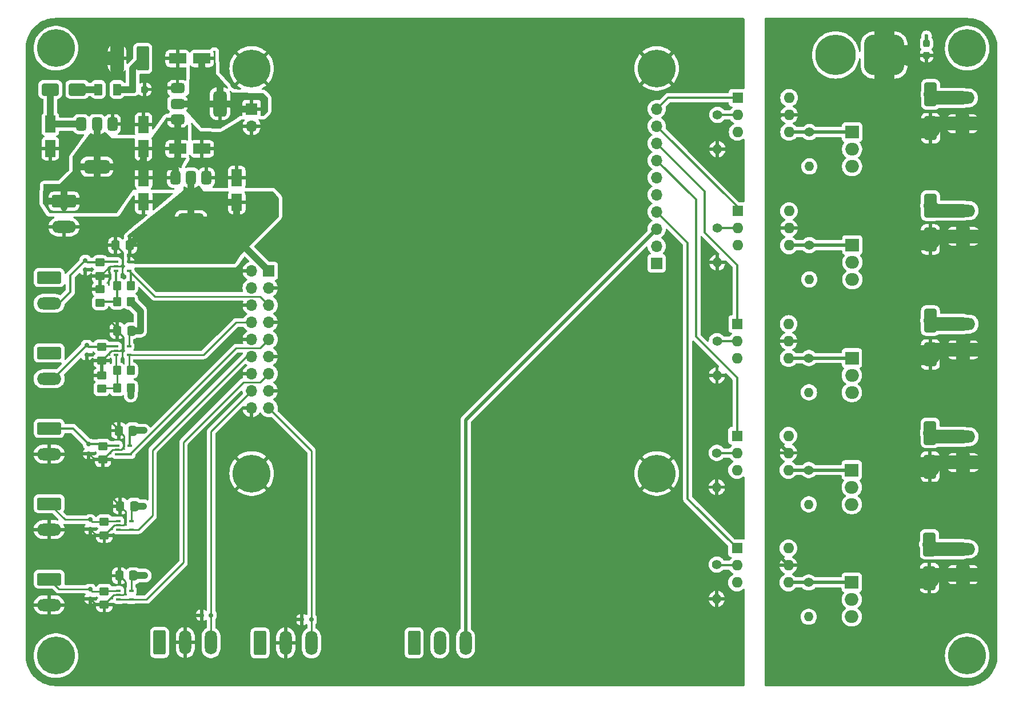
<source format=gbr>
%TF.GenerationSoftware,KiCad,Pcbnew,8.0.0-8.0.0-1~ubuntu20.04.1*%
%TF.CreationDate,2024-06-18T17:21:58-06:00*%
%TF.ProjectId,reactor,72656163-746f-4722-9e6b-696361645f70,rev?*%
%TF.SameCoordinates,Original*%
%TF.FileFunction,Copper,L1,Top*%
%TF.FilePolarity,Positive*%
%FSLAX46Y46*%
G04 Gerber Fmt 4.6, Leading zero omitted, Abs format (unit mm)*
G04 Created by KiCad (PCBNEW 8.0.0-8.0.0-1~ubuntu20.04.1) date 2024-06-18 17:21:58*
%MOMM*%
%LPD*%
G01*
G04 APERTURE LIST*
G04 Aperture macros list*
%AMRoundRect*
0 Rectangle with rounded corners*
0 $1 Rounding radius*
0 $2 $3 $4 $5 $6 $7 $8 $9 X,Y pos of 4 corners*
0 Add a 4 corners polygon primitive as box body*
4,1,4,$2,$3,$4,$5,$6,$7,$8,$9,$2,$3,0*
0 Add four circle primitives for the rounded corners*
1,1,$1+$1,$2,$3*
1,1,$1+$1,$4,$5*
1,1,$1+$1,$6,$7*
1,1,$1+$1,$8,$9*
0 Add four rect primitives between the rounded corners*
20,1,$1+$1,$2,$3,$4,$5,0*
20,1,$1+$1,$4,$5,$6,$7,0*
20,1,$1+$1,$6,$7,$8,$9,0*
20,1,$1+$1,$8,$9,$2,$3,0*%
G04 Aperture macros list end*
%TA.AperFunction,SMDPad,CuDef*%
%ADD10RoundRect,0.250000X0.650000X-1.500000X0.650000X1.500000X-0.650000X1.500000X-0.650000X-1.500000X0*%
%TD*%
%TA.AperFunction,SMDPad,CuDef*%
%ADD11RoundRect,0.100000X-0.225000X-0.100000X0.225000X-0.100000X0.225000X0.100000X-0.225000X0.100000X0*%
%TD*%
%TA.AperFunction,ComponentPad*%
%ADD12R,1.600000X1.600000*%
%TD*%
%TA.AperFunction,ComponentPad*%
%ADD13O,1.600000X1.600000*%
%TD*%
%TA.AperFunction,ComponentPad*%
%ADD14RoundRect,0.250000X1.550000X-0.650000X1.550000X0.650000X-1.550000X0.650000X-1.550000X-0.650000X0*%
%TD*%
%TA.AperFunction,ComponentPad*%
%ADD15O,3.600000X1.800000*%
%TD*%
%TA.AperFunction,ComponentPad*%
%ADD16R,2.000000X1.905000*%
%TD*%
%TA.AperFunction,ComponentPad*%
%ADD17O,2.000000X1.905000*%
%TD*%
%TA.AperFunction,ComponentPad*%
%ADD18RoundRect,0.250000X-1.550000X0.650000X-1.550000X-0.650000X1.550000X-0.650000X1.550000X0.650000X0*%
%TD*%
%TA.AperFunction,SMDPad,CuDef*%
%ADD19RoundRect,0.250000X-0.350000X-0.450000X0.350000X-0.450000X0.350000X0.450000X-0.350000X0.450000X0*%
%TD*%
%TA.AperFunction,SMDPad,CuDef*%
%ADD20RoundRect,0.250000X-0.450000X0.350000X-0.450000X-0.350000X0.450000X-0.350000X0.450000X0.350000X0*%
%TD*%
%TA.AperFunction,SMDPad,CuDef*%
%ADD21RoundRect,0.250000X-0.550000X1.050000X-0.550000X-1.050000X0.550000X-1.050000X0.550000X1.050000X0*%
%TD*%
%TA.AperFunction,SMDPad,CuDef*%
%ADD22RoundRect,0.150000X-0.200000X0.150000X-0.200000X-0.150000X0.200000X-0.150000X0.200000X0.150000X0*%
%TD*%
%TA.AperFunction,SMDPad,CuDef*%
%ADD23RoundRect,0.250000X0.337500X0.475000X-0.337500X0.475000X-0.337500X-0.475000X0.337500X-0.475000X0*%
%TD*%
%TA.AperFunction,SMDPad,CuDef*%
%ADD24RoundRect,0.250000X0.375000X0.625000X-0.375000X0.625000X-0.375000X-0.625000X0.375000X-0.625000X0*%
%TD*%
%TA.AperFunction,ComponentPad*%
%ADD25C,1.400000*%
%TD*%
%TA.AperFunction,ComponentPad*%
%ADD26O,1.400000X1.400000*%
%TD*%
%TA.AperFunction,SMDPad,CuDef*%
%ADD27RoundRect,0.237500X0.237500X-0.287500X0.237500X0.287500X-0.237500X0.287500X-0.237500X-0.287500X0*%
%TD*%
%TA.AperFunction,ComponentPad*%
%ADD28C,3.600000*%
%TD*%
%TA.AperFunction,ConnectorPad*%
%ADD29C,5.600000*%
%TD*%
%TA.AperFunction,ComponentPad*%
%ADD30R,1.700000X1.700000*%
%TD*%
%TA.AperFunction,ComponentPad*%
%ADD31O,1.700000X1.700000*%
%TD*%
%TA.AperFunction,SMDPad,CuDef*%
%ADD32RoundRect,0.250000X1.050000X0.550000X-1.050000X0.550000X-1.050000X-0.550000X1.050000X-0.550000X0*%
%TD*%
%TA.AperFunction,SMDPad,CuDef*%
%ADD33RoundRect,0.150000X0.150000X0.200000X-0.150000X0.200000X-0.150000X-0.200000X0.150000X-0.200000X0*%
%TD*%
%TA.AperFunction,SMDPad,CuDef*%
%ADD34RoundRect,0.375000X-0.625000X-0.375000X0.625000X-0.375000X0.625000X0.375000X-0.625000X0.375000X0*%
%TD*%
%TA.AperFunction,SMDPad,CuDef*%
%ADD35RoundRect,0.500000X-0.500000X-1.400000X0.500000X-1.400000X0.500000X1.400000X-0.500000X1.400000X0*%
%TD*%
%TA.AperFunction,SMDPad,CuDef*%
%ADD36RoundRect,0.250000X0.550000X-1.050000X0.550000X1.050000X-0.550000X1.050000X-0.550000X-1.050000X0*%
%TD*%
%TA.AperFunction,ComponentPad*%
%ADD37RoundRect,0.250000X0.650000X1.550000X-0.650000X1.550000X-0.650000X-1.550000X0.650000X-1.550000X0*%
%TD*%
%TA.AperFunction,ComponentPad*%
%ADD38O,1.800000X3.600000*%
%TD*%
%TA.AperFunction,SMDPad,CuDef*%
%ADD39RoundRect,0.250000X0.450000X-0.350000X0.450000X0.350000X-0.450000X0.350000X-0.450000X-0.350000X0*%
%TD*%
%TA.AperFunction,SMDPad,CuDef*%
%ADD40RoundRect,0.237500X-0.287500X-0.237500X0.287500X-0.237500X0.287500X0.237500X-0.287500X0.237500X0*%
%TD*%
%TA.AperFunction,SMDPad,CuDef*%
%ADD41RoundRect,0.375000X-0.375000X0.625000X-0.375000X-0.625000X0.375000X-0.625000X0.375000X0.625000X0*%
%TD*%
%TA.AperFunction,SMDPad,CuDef*%
%ADD42RoundRect,0.500000X-1.400000X0.500000X-1.400000X-0.500000X1.400000X-0.500000X1.400000X0.500000X0*%
%TD*%
%TA.AperFunction,ComponentPad*%
%ADD43RoundRect,0.250000X-0.650000X-1.550000X0.650000X-1.550000X0.650000X1.550000X-0.650000X1.550000X0*%
%TD*%
%TA.AperFunction,ComponentPad*%
%ADD44RoundRect,1.500000X1.500000X1.500000X-1.500000X1.500000X-1.500000X-1.500000X1.500000X-1.500000X0*%
%TD*%
%TA.AperFunction,ComponentPad*%
%ADD45C,6.000000*%
%TD*%
%TA.AperFunction,SMDPad,CuDef*%
%ADD46RoundRect,0.250000X-1.050000X-0.550000X1.050000X-0.550000X1.050000X0.550000X-1.050000X0.550000X0*%
%TD*%
%TA.AperFunction,SMDPad,CuDef*%
%ADD47RoundRect,0.250000X-1.000000X-0.650000X1.000000X-0.650000X1.000000X0.650000X-1.000000X0.650000X0*%
%TD*%
%TA.AperFunction,ViaPad*%
%ADD48C,0.600000*%
%TD*%
%TA.AperFunction,Conductor*%
%ADD49C,2.000000*%
%TD*%
%TA.AperFunction,Conductor*%
%ADD50C,1.000000*%
%TD*%
%TA.AperFunction,Conductor*%
%ADD51C,3.000000*%
%TD*%
%TA.AperFunction,Conductor*%
%ADD52C,0.250000*%
%TD*%
%TA.AperFunction,Conductor*%
%ADD53C,0.350000*%
%TD*%
%TA.AperFunction,Conductor*%
%ADD54C,0.500000*%
%TD*%
G04 APERTURE END LIST*
D10*
%TO.P,D305,1,K*%
%TO.N,+12V*%
X234400000Y-113500000D03*
%TO.P,D305,2,A*%
%TO.N,/digital_output/Qneg4*%
X234400000Y-108500000D03*
%TD*%
%TO.P,D304,1,K*%
%TO.N,+12V*%
X234500000Y-97000000D03*
%TO.P,D304,2,A*%
%TO.N,/digital_output/Qneg3*%
X234500000Y-92000000D03*
%TD*%
%TO.P,D303,1,K*%
%TO.N,+12V*%
X234550000Y-80350000D03*
%TO.P,D303,2,A*%
%TO.N,/digital_output/Qneg2*%
X234550000Y-75350000D03*
%TD*%
%TO.P,D302,1,K*%
%TO.N,+12V*%
X234550000Y-63325000D03*
%TO.P,D302,2,A*%
%TO.N,/digital_output/Qneg1*%
X234550000Y-58325000D03*
%TD*%
%TO.P,D301,1,K*%
%TO.N,+12V*%
X234575000Y-46825000D03*
%TO.P,D301,2,A*%
%TO.N,/digital_output/Qneg0*%
X234575000Y-41825000D03*
%TD*%
D11*
%TO.P,U203,1,+*%
%TO.N,/analog_input/Vin3*%
X114065000Y-93847500D03*
%TO.P,U203,2,V-*%
%TO.N,GND*%
X114065000Y-94497500D03*
%TO.P,U203,3,-*%
%TO.N,/Vout3*%
X114065000Y-95147500D03*
%TO.P,U203,4*%
X115965000Y-95147500D03*
%TO.P,U203,5,V+*%
%TO.N,+3.3VADC*%
X115965000Y-93847500D03*
%TD*%
D12*
%TO.P,U304,1*%
%TO.N,/digital_output/Q3*%
X205907600Y-92410900D03*
D13*
%TO.P,U304,2*%
%TO.N,Net-(R307-Pad1)*%
X205907600Y-94950900D03*
%TO.P,U304,3,NC*%
%TO.N,unconnected-(U304-NC-Pad3)*%
X205907600Y-97490900D03*
%TO.P,U304,4*%
%TO.N,Net-(Q304-G)*%
X213527600Y-97490900D03*
%TO.P,U304,5*%
%TO.N,+12V*%
X213527600Y-94950900D03*
%TO.P,U304,6*%
%TO.N,unconnected-(U304-Pad6)*%
X213527600Y-92410900D03*
%TD*%
D14*
%TO.P,J301,1,Pin_1*%
%TO.N,+12V*%
X239300000Y-46160000D03*
D15*
%TO.P,J301,2,Pin_2*%
%TO.N,/digital_output/Qneg0*%
X239300000Y-42350000D03*
%TD*%
D16*
%TO.P,Q302,1,G*%
%TO.N,Net-(Q302-G)*%
X222983600Y-64166500D03*
D17*
%TO.P,Q302,2,D*%
%TO.N,/digital_output/Qneg1*%
X222983600Y-66706500D03*
%TO.P,Q302,3,S*%
%TO.N,GNDPWR*%
X222983600Y-69246500D03*
%TD*%
D12*
%TO.P,U301,1*%
%TO.N,/digital_output/Q0*%
X206000000Y-42321800D03*
D13*
%TO.P,U301,2*%
%TO.N,Net-(R301-Pad1)*%
X206000000Y-44861800D03*
%TO.P,U301,3,NC*%
%TO.N,unconnected-(U301-NC-Pad3)*%
X206000000Y-47401800D03*
%TO.P,U301,4*%
%TO.N,Net-(Q301-G)*%
X213620000Y-47401800D03*
%TO.P,U301,5*%
%TO.N,+12V*%
X213620000Y-44861800D03*
%TO.P,U301,6*%
%TO.N,unconnected-(U301-Pad6)*%
X213620000Y-42321800D03*
%TD*%
D18*
%TO.P,J202,1,Pin_1*%
%TO.N,+3.3VADC*%
X104000000Y-80160000D03*
D15*
%TO.P,J202,2,Pin_2*%
%TO.N,/analog_input/Vin2*%
X104000000Y-83970000D03*
%TD*%
D19*
%TO.P,R202,1*%
%TO.N,/analog_input/FB1*%
X114065000Y-72547500D03*
%TO.P,R202,2*%
%TO.N,+3.3VADC*%
X116065000Y-72547500D03*
%TD*%
D18*
%TO.P,J2,1,Pin_1*%
%TO.N,+5V*%
X106200000Y-57650000D03*
D15*
%TO.P,J2,2,Pin_2*%
%TO.N,GND*%
X106200000Y-61460000D03*
%TD*%
D20*
%TO.P,R207,1*%
%TO.N,GND*%
X111765000Y-83447500D03*
%TO.P,R207,2*%
%TO.N,/analog_input/FB2*%
X111765000Y-85447500D03*
%TD*%
D21*
%TO.P,C5,1*%
%TO.N,+5V*%
X117987500Y-54167500D03*
%TO.P,C5,2*%
%TO.N,GND*%
X117987500Y-57767500D03*
%TD*%
D22*
%TO.P,D204,1,A1*%
%TO.N,GND*%
X110065000Y-106247500D03*
%TO.P,D204,2,A2*%
%TO.N,/analog_input/Vin4*%
X110065000Y-104847500D03*
%TD*%
D23*
%TO.P,C201,1*%
%TO.N,+3.3VADC*%
X115915000Y-64197500D03*
%TO.P,C201,2*%
%TO.N,GND*%
X113840000Y-64197500D03*
%TD*%
D24*
%TO.P,F1,1*%
%TO.N,VCC*%
X114067500Y-41100000D03*
%TO.P,F1,2*%
%TO.N,Net-(D2-A)*%
X111267500Y-41100000D03*
%TD*%
D25*
%TO.P,R304,1*%
%TO.N,Net-(Q302-G)*%
X216608200Y-64166500D03*
D26*
%TO.P,R304,2*%
%TO.N,GNDPWR*%
X216608200Y-69246500D03*
%TD*%
D27*
%TO.P,D3,1,K*%
%TO.N,+12V*%
X233975000Y-36050000D03*
%TO.P,D3,2,A*%
%TO.N,GNDPWR*%
X233975000Y-34300000D03*
%TD*%
D28*
%TO.P,H4,1,1*%
%TO.N,GND*%
X134000000Y-98000000D03*
D29*
X134000000Y-98000000D03*
%TD*%
D30*
%TO.P,J4,1,Pin_1*%
%TO.N,+3.3VADC*%
X136540000Y-68000000D03*
D31*
%TO.P,J4,2,Pin_2*%
%TO.N,GND*%
X134000000Y-68000000D03*
%TO.P,J4,3,Pin_3*%
X136540000Y-70540000D03*
%TO.P,J4,4,Pin_4*%
%TO.N,/Vout0*%
X134000000Y-70540000D03*
%TO.P,J4,5,Pin_5*%
%TO.N,/Vout1*%
X136540000Y-73080000D03*
%TO.P,J4,6,Pin_6*%
%TO.N,GND*%
X134000000Y-73080000D03*
%TO.P,J4,7,Pin_7*%
X136540000Y-75620000D03*
%TO.P,J4,8,Pin_8*%
%TO.N,/Vout2*%
X134000000Y-75620000D03*
%TO.P,J4,9,Pin_9*%
%TO.N,/Vout3*%
X136540000Y-78160000D03*
%TO.P,J4,10,Pin_10*%
%TO.N,GND*%
X134000000Y-78160000D03*
%TO.P,J4,11,Pin_11*%
X136540000Y-80700000D03*
%TO.P,J4,12,Pin_12*%
%TO.N,/Vout4*%
X134000000Y-80700000D03*
%TO.P,J4,13,Pin_13*%
%TO.N,/Vout5*%
X136540000Y-83240000D03*
%TO.P,J4,14,Pin_14*%
%TO.N,GND*%
X134000000Y-83240000D03*
%TO.P,J4,15,Pin_15*%
X136540000Y-85780000D03*
%TO.P,J4,16,Pin_16*%
%TO.N,/Vout6*%
X134000000Y-85780000D03*
%TO.P,J4,17,Pin_17*%
%TO.N,/Vout7*%
X136540000Y-88320000D03*
%TO.P,J4,18,Pin_18*%
%TO.N,GND*%
X134000000Y-88320000D03*
%TD*%
D23*
%TO.P,C204,1*%
%TO.N,+3.3VADC*%
X116602500Y-102847500D03*
%TO.P,C204,2*%
%TO.N,GND*%
X114527500Y-102847500D03*
%TD*%
D14*
%TO.P,J303,1,Pin_1*%
%TO.N,+12V*%
X239400000Y-79670000D03*
D15*
%TO.P,J303,2,Pin_2*%
%TO.N,/digital_output/Qneg2*%
X239400000Y-75860000D03*
%TD*%
D25*
%TO.P,R306,1*%
%TO.N,Net-(Q303-G)*%
X216554600Y-80901800D03*
D26*
%TO.P,R306,2*%
%TO.N,GNDPWR*%
X216554600Y-85981800D03*
%TD*%
D30*
%TO.P,J5,1,Pin_1*%
%TO.N,+3.3V*%
X134000000Y-44000000D03*
D31*
%TO.P,J5,2,Pin_2*%
%TO.N,GND*%
X134000000Y-46540000D03*
%TD*%
D11*
%TO.P,U202,1,+*%
%TO.N,/analog_input/Vin2*%
X113915000Y-79147500D03*
%TO.P,U202,2,V-*%
%TO.N,GND*%
X113915000Y-79797500D03*
%TO.P,U202,3,-*%
%TO.N,/analog_input/FB2*%
X113915000Y-80447500D03*
%TO.P,U202,4*%
%TO.N,/Vout2*%
X115815000Y-80447500D03*
%TO.P,U202,5,V+*%
%TO.N,+3.3VADC*%
X115815000Y-79147500D03*
%TD*%
D28*
%TO.P,H3,1,1*%
%TO.N,GND*%
X194000000Y-98000000D03*
D29*
X194000000Y-98000000D03*
%TD*%
D32*
%TO.P,C4,1*%
%TO.N,+3.3V*%
X126617500Y-36500000D03*
%TO.P,C4,2*%
%TO.N,GND*%
X123017500Y-36500000D03*
%TD*%
D18*
%TO.P,J201,1,Pin_1*%
%TO.N,+3.3VADC*%
X104000000Y-68990000D03*
D15*
%TO.P,J201,2,Pin_2*%
%TO.N,/analog_input/Vin1*%
X104000000Y-72800000D03*
%TD*%
D28*
%TO.P,H6,1,1*%
%TO.N,unconnected-(H6-Pad1)*%
X105000000Y-35000000D03*
D29*
X105000000Y-35000000D03*
%TD*%
D12*
%TO.P,U305,1*%
%TO.N,/digital_output/Q4*%
X205900000Y-109071800D03*
D13*
%TO.P,U305,2*%
%TO.N,Net-(R309-Pad1)*%
X205900000Y-111611800D03*
%TO.P,U305,3,NC*%
%TO.N,unconnected-(U305-NC-Pad3)*%
X205900000Y-114151800D03*
%TO.P,U305,4*%
%TO.N,Net-(Q305-G)*%
X213520000Y-114151800D03*
%TO.P,U305,5*%
%TO.N,+12V*%
X213520000Y-111611800D03*
%TO.P,U305,6*%
%TO.N,unconnected-(U305-Pad6)*%
X213520000Y-109071800D03*
%TD*%
D30*
%TO.P,J6,1,Pin_1*%
%TO.N,unconnected-(J6-Pin_1-Pad1)*%
X194000000Y-66860000D03*
D31*
%TO.P,J6,2,Pin_2*%
%TO.N,unconnected-(J6-Pin_2-Pad2)*%
X194000000Y-64320000D03*
%TO.P,J6,3,Pin_3*%
%TO.N,/D32PWM1*%
X194000000Y-61780000D03*
%TO.P,J6,4,Pin_4*%
%TO.N,/digital_output/Q4*%
X194000000Y-59240000D03*
%TO.P,J6,5,Pin_5*%
%TO.N,/D25DAC1*%
X194000000Y-56700000D03*
%TO.P,J6,6,Pin_6*%
%TO.N,/D26DAC2*%
X194000000Y-54160000D03*
%TO.P,J6,7,Pin_7*%
%TO.N,/digital_output/Q3*%
X194000000Y-51620000D03*
%TO.P,J6,8,Pin_8*%
%TO.N,/digital_output/Q2*%
X194000000Y-49080000D03*
%TO.P,J6,9,Pin_9*%
%TO.N,/digital_output/Q1*%
X194000000Y-46540000D03*
%TO.P,J6,10,Pin_10*%
%TO.N,/digital_output/Q0*%
X194000000Y-44000000D03*
%TD*%
D33*
%TO.P,D206,1,A1*%
%TO.N,GND*%
X126590000Y-119000000D03*
%TO.P,D206,2,A2*%
%TO.N,/Vout6*%
X127990000Y-119000000D03*
%TD*%
D25*
%TO.P,R305,1*%
%TO.N,Net-(R305-Pad1)*%
X202934000Y-78388600D03*
D26*
%TO.P,R305,2*%
%TO.N,GND*%
X202934000Y-83468600D03*
%TD*%
D25*
%TO.P,R310,1*%
%TO.N,Net-(Q305-G)*%
X216520600Y-114149600D03*
D26*
%TO.P,R310,2*%
%TO.N,GNDPWR*%
X216520600Y-119229600D03*
%TD*%
D21*
%TO.P,C1,1*%
%TO.N,/Vcc_protected*%
X104167500Y-46250000D03*
%TO.P,C1,2*%
%TO.N,GND*%
X104167500Y-49850000D03*
%TD*%
D34*
%TO.P,U2,1,GND*%
%TO.N,GND*%
X123007500Y-40917500D03*
%TO.P,U2,2,VO*%
%TO.N,+3.3V*%
X123007500Y-43217500D03*
D35*
X129307500Y-43217500D03*
D34*
%TO.P,U2,3,VI*%
%TO.N,+5V*%
X123007500Y-45517500D03*
%TD*%
D36*
%TO.P,C2,1*%
%TO.N,+5V*%
X117967500Y-49900000D03*
%TO.P,C2,2*%
%TO.N,GND*%
X117967500Y-46300000D03*
%TD*%
D14*
%TO.P,J304,1,Pin_1*%
%TO.N,+12V*%
X239400000Y-96370000D03*
D15*
%TO.P,J304,2,Pin_2*%
%TO.N,/digital_output/Qneg3*%
X239400000Y-92560000D03*
%TD*%
D18*
%TO.P,J204,1,Pin_1*%
%TO.N,/analog_input/Vin4*%
X104000000Y-102500000D03*
D15*
%TO.P,J204,2,Pin_2*%
%TO.N,GND*%
X104000000Y-106310000D03*
%TD*%
D37*
%TO.P,J1,1,Pin_1*%
%TO.N,VCC*%
X117867500Y-36500000D03*
D38*
%TO.P,J1,2,Pin_2*%
%TO.N,GND*%
X114057500Y-36500000D03*
%TD*%
D25*
%TO.P,R303,1*%
%TO.N,Net-(R303-Pad1)*%
X202987600Y-61660900D03*
D26*
%TO.P,R303,2*%
%TO.N,GND*%
X202987600Y-66740900D03*
%TD*%
D22*
%TO.P,D205,1,A1*%
%TO.N,GND*%
X110065000Y-116547500D03*
%TO.P,D205,2,A2*%
%TO.N,/analog_input/Vin5*%
X110065000Y-115147500D03*
%TD*%
D25*
%TO.P,R307,1*%
%TO.N,Net-(R307-Pad1)*%
X202907600Y-94950900D03*
D26*
%TO.P,R307,2*%
%TO.N,GND*%
X202907600Y-100030900D03*
%TD*%
D16*
%TO.P,Q303,1,G*%
%TO.N,Net-(Q303-G)*%
X222930000Y-80901800D03*
D17*
%TO.P,Q303,2,D*%
%TO.N,/digital_output/Qneg2*%
X222930000Y-83441800D03*
%TO.P,Q303,3,S*%
%TO.N,GNDPWR*%
X222930000Y-85981800D03*
%TD*%
D22*
%TO.P,D202,1,A1*%
%TO.N,GND*%
X109565000Y-80397500D03*
%TO.P,D202,2,A2*%
%TO.N,/analog_input/Vin2*%
X109565000Y-78997500D03*
%TD*%
D28*
%TO.P,H8,1,1*%
%TO.N,unconnected-(H8-Pad1)*%
X240000000Y-125000000D03*
D29*
X240000000Y-125000000D03*
%TD*%
D28*
%TO.P,H2,1,1*%
%TO.N,GND*%
X134000000Y-38000000D03*
D29*
X134000000Y-38000000D03*
%TD*%
D39*
%TO.P,R201,1*%
%TO.N,GND*%
X111565000Y-68747500D03*
%TO.P,R201,2*%
%TO.N,/analog_input/Vin1*%
X111565000Y-66747500D03*
%TD*%
D40*
%TO.P,D1,1,K*%
%TO.N,VCC*%
X116367500Y-41100000D03*
%TO.P,D1,2,A*%
%TO.N,GND*%
X118117500Y-41100000D03*
%TD*%
D22*
%TO.P,D201,1,A1*%
%TO.N,GND*%
X109365000Y-67847500D03*
%TO.P,D201,2,A2*%
%TO.N,/analog_input/Vin1*%
X109365000Y-66447500D03*
%TD*%
D25*
%TO.P,R301,1*%
%TO.N,Net-(R301-Pad1)*%
X203000000Y-44861800D03*
D26*
%TO.P,R301,2*%
%TO.N,GND*%
X203000000Y-49941800D03*
%TD*%
D33*
%TO.P,D207,1,A1*%
%TO.N,GND*%
X141450000Y-119650000D03*
%TO.P,D207,2,A2*%
%TO.N,/Vout7*%
X142850000Y-119650000D03*
%TD*%
D11*
%TO.P,U201,1,+*%
%TO.N,/analog_input/Vin1*%
X113915000Y-66647500D03*
%TO.P,U201,2,V-*%
%TO.N,GND*%
X113915000Y-67297500D03*
%TO.P,U201,3,-*%
%TO.N,/analog_input/FB1*%
X113915000Y-67947500D03*
%TO.P,U201,4*%
%TO.N,/Vout1*%
X115815000Y-67947500D03*
%TO.P,U201,5,V+*%
%TO.N,+3.3VADC*%
X115815000Y-66647500D03*
%TD*%
D41*
%TO.P,U3,1,GND*%
%TO.N,GND*%
X127300000Y-54180000D03*
%TO.P,U3,2,VO*%
%TO.N,+3.3VADC*%
X125000000Y-54180000D03*
D42*
X125000000Y-60480000D03*
D41*
%TO.P,U3,3,VI*%
%TO.N,+5V*%
X122700000Y-54180000D03*
%TD*%
D16*
%TO.P,Q301,1,G*%
%TO.N,Net-(Q301-G)*%
X222945200Y-47420000D03*
D17*
%TO.P,Q301,2,D*%
%TO.N,/digital_output/Qneg0*%
X222945200Y-49960000D03*
%TO.P,Q301,3,S*%
%TO.N,GNDPWR*%
X222945200Y-52500000D03*
%TD*%
D25*
%TO.P,R308,1*%
%TO.N,Net-(Q304-G)*%
X216528200Y-97497100D03*
D26*
%TO.P,R308,2*%
%TO.N,GNDPWR*%
X216528200Y-102577100D03*
%TD*%
D36*
%TO.P,C6,1*%
%TO.N,+3.3VADC*%
X131787500Y-57817500D03*
%TO.P,C6,2*%
%TO.N,GND*%
X131787500Y-54217500D03*
%TD*%
D43*
%TO.P,J7,1,Pin_1*%
%TO.N,/D26DAC2*%
X158070000Y-123100000D03*
D38*
%TO.P,J7,2,Pin_2*%
%TO.N,/D25DAC1*%
X161880000Y-123100000D03*
%TO.P,J7,3,Pin_3*%
%TO.N,/D32PWM1*%
X165690000Y-123100000D03*
%TD*%
D12*
%TO.P,U303,1*%
%TO.N,/digital_output/Q2*%
X205934000Y-75848600D03*
D13*
%TO.P,U303,2*%
%TO.N,Net-(R305-Pad1)*%
X205934000Y-78388600D03*
%TO.P,U303,3,NC*%
%TO.N,unconnected-(U303-NC-Pad3)*%
X205934000Y-80928600D03*
%TO.P,U303,4*%
%TO.N,Net-(Q303-G)*%
X213554000Y-80928600D03*
%TO.P,U303,5*%
%TO.N,+12V*%
X213554000Y-78388600D03*
%TO.P,U303,6*%
%TO.N,unconnected-(U303-Pad6)*%
X213554000Y-75848600D03*
%TD*%
D23*
%TO.P,C205,1*%
%TO.N,+3.3VADC*%
X116465000Y-113147500D03*
%TO.P,C205,2*%
%TO.N,GND*%
X114390000Y-113147500D03*
%TD*%
D16*
%TO.P,Q305,1,G*%
%TO.N,Net-(Q305-G)*%
X222896000Y-114149600D03*
D17*
%TO.P,Q305,2,D*%
%TO.N,/digital_output/Qneg4*%
X222896000Y-116689600D03*
%TO.P,Q305,3,S*%
%TO.N,GNDPWR*%
X222896000Y-119229600D03*
%TD*%
D28*
%TO.P,H1,1,1*%
%TO.N,GND*%
X194000000Y-38000000D03*
D29*
X194000000Y-38000000D03*
%TD*%
D16*
%TO.P,Q304,1,G*%
%TO.N,Net-(Q304-G)*%
X222903600Y-97497100D03*
D17*
%TO.P,Q304,2,D*%
%TO.N,/digital_output/Qneg3*%
X222903600Y-100037100D03*
%TO.P,Q304,3,S*%
%TO.N,GNDPWR*%
X222903600Y-102577100D03*
%TD*%
D25*
%TO.P,R302,1*%
%TO.N,Net-(Q301-G)*%
X216620600Y-47420000D03*
D26*
%TO.P,R302,2*%
%TO.N,GNDPWR*%
X216620600Y-52500000D03*
%TD*%
D22*
%TO.P,D203,1,A1*%
%TO.N,GND*%
X109865000Y-95047500D03*
%TO.P,D203,2,A2*%
%TO.N,/analog_input/Vin3*%
X109865000Y-93647500D03*
%TD*%
D23*
%TO.P,C203,1*%
%TO.N,+3.3VADC*%
X116365000Y-91647500D03*
%TO.P,C203,2*%
%TO.N,GND*%
X114290000Y-91647500D03*
%TD*%
D43*
%TO.P,J206,1,Pin_1*%
%TO.N,+3.3VADC*%
X120350000Y-123050000D03*
D38*
%TO.P,J206,2,Pin_2*%
%TO.N,GND*%
X124160000Y-123050000D03*
%TO.P,J206,3,Pin_3*%
%TO.N,/Vout6*%
X127970000Y-123050000D03*
%TD*%
D39*
%TO.P,R209,1*%
%TO.N,GND*%
X111965000Y-95947500D03*
%TO.P,R209,2*%
%TO.N,/analog_input/Vin3*%
X111965000Y-93947500D03*
%TD*%
D14*
%TO.P,J302,1,Pin_1*%
%TO.N,+12V*%
X239400000Y-62870000D03*
D15*
%TO.P,J302,2,Pin_2*%
%TO.N,/digital_output/Qneg1*%
X239400000Y-59060000D03*
%TD*%
D44*
%TO.P,J3,1,Pin_1*%
%TO.N,+12V*%
X227700000Y-36000000D03*
D45*
%TO.P,J3,2,Pin_2*%
%TO.N,GNDPWR*%
X220500000Y-36000000D03*
%TD*%
D11*
%TO.P,U205,1,+*%
%TO.N,/analog_input/Vin5*%
X114265000Y-115372500D03*
%TO.P,U205,2,V-*%
%TO.N,GND*%
X114265000Y-116022500D03*
%TO.P,U205,3,-*%
%TO.N,/Vout5*%
X114265000Y-116672500D03*
%TO.P,U205,4*%
X116165000Y-116672500D03*
%TO.P,U205,5,V+*%
%TO.N,+3.3VADC*%
X116165000Y-115372500D03*
%TD*%
D18*
%TO.P,J203,1,Pin_1*%
%TO.N,/analog_input/Vin3*%
X104000000Y-91330000D03*
D15*
%TO.P,J203,2,Pin_2*%
%TO.N,GND*%
X104000000Y-95140000D03*
%TD*%
D19*
%TO.P,R208,1*%
%TO.N,/analog_input/FB2*%
X114065000Y-82747500D03*
%TO.P,R208,2*%
%TO.N,/Vout2*%
X116065000Y-82747500D03*
%TD*%
D39*
%TO.P,R210,1*%
%TO.N,GND*%
X112165000Y-107147500D03*
%TO.P,R210,2*%
%TO.N,/analog_input/Vin4*%
X112165000Y-105147500D03*
%TD*%
D11*
%TO.P,U204,1,+*%
%TO.N,/analog_input/Vin4*%
X114265000Y-105047500D03*
%TO.P,U204,2,V-*%
%TO.N,GND*%
X114265000Y-105697500D03*
%TO.P,U204,3,-*%
%TO.N,/Vout4*%
X114265000Y-106347500D03*
%TO.P,U204,4*%
X116165000Y-106347500D03*
%TO.P,U204,5,V+*%
%TO.N,+3.3VADC*%
X116165000Y-105047500D03*
%TD*%
D19*
%TO.P,R206,1*%
%TO.N,/analog_input/FB2*%
X114065000Y-85347500D03*
%TO.P,R206,2*%
%TO.N,+3.3VADC*%
X116065000Y-85347500D03*
%TD*%
D41*
%TO.P,U1,1,GND*%
%TO.N,GND*%
X113367500Y-46250000D03*
%TO.P,U1,2,VO*%
%TO.N,+5V*%
X111067500Y-46250000D03*
D42*
X111067500Y-52550000D03*
D41*
%TO.P,U1,3,VI*%
%TO.N,/Vcc_protected*%
X108767500Y-46250000D03*
%TD*%
D12*
%TO.P,U302,1*%
%TO.N,/digital_output/Q1*%
X205987600Y-59120900D03*
D13*
%TO.P,U302,2*%
%TO.N,Net-(R303-Pad1)*%
X205987600Y-61660900D03*
%TO.P,U302,3,NC*%
%TO.N,unconnected-(U302-NC-Pad3)*%
X205987600Y-64200900D03*
%TO.P,U302,4*%
%TO.N,Net-(Q302-G)*%
X213607600Y-64200900D03*
%TO.P,U302,5*%
%TO.N,+12V*%
X213607600Y-61660900D03*
%TO.P,U302,6*%
%TO.N,unconnected-(U302-Pad6)*%
X213607600Y-59120900D03*
%TD*%
D46*
%TO.P,C3,1*%
%TO.N,+5V*%
X123017500Y-49900000D03*
%TO.P,C3,2*%
%TO.N,GND*%
X126617500Y-49900000D03*
%TD*%
D25*
%TO.P,R309,1*%
%TO.N,Net-(R309-Pad1)*%
X202900000Y-111500000D03*
D26*
%TO.P,R309,2*%
%TO.N,GND*%
X202900000Y-116580000D03*
%TD*%
D23*
%TO.P,C202,1*%
%TO.N,+3.3VADC*%
X116165000Y-76847500D03*
%TO.P,C202,2*%
%TO.N,GND*%
X114090000Y-76847500D03*
%TD*%
D39*
%TO.P,R211,1*%
%TO.N,GND*%
X112165000Y-117447500D03*
%TO.P,R211,2*%
%TO.N,/analog_input/Vin5*%
X112165000Y-115447500D03*
%TD*%
D20*
%TO.P,R203,1*%
%TO.N,GND*%
X111565000Y-70697500D03*
%TO.P,R203,2*%
%TO.N,/analog_input/FB1*%
X111565000Y-72697500D03*
%TD*%
D43*
%TO.P,J207,1,Pin_1*%
%TO.N,+3.3VADC*%
X135240000Y-123120000D03*
D38*
%TO.P,J207,2,Pin_2*%
%TO.N,GND*%
X139050000Y-123120000D03*
%TO.P,J207,3,Pin_3*%
%TO.N,/Vout7*%
X142860000Y-123120000D03*
%TD*%
D39*
%TO.P,R205,1*%
%TO.N,GND*%
X111765000Y-81247500D03*
%TO.P,R205,2*%
%TO.N,/analog_input/Vin2*%
X111765000Y-79247500D03*
%TD*%
D47*
%TO.P,D2,1,K*%
%TO.N,/Vcc_protected*%
X104167500Y-41100000D03*
%TO.P,D2,2,A*%
%TO.N,Net-(D2-A)*%
X108167500Y-41100000D03*
%TD*%
D14*
%TO.P,J305,1,Pin_1*%
%TO.N,+12V*%
X239367500Y-113010000D03*
D15*
%TO.P,J305,2,Pin_2*%
%TO.N,/digital_output/Qneg4*%
X239367500Y-109200000D03*
%TD*%
D28*
%TO.P,H5,1,1*%
%TO.N,unconnected-(H5-Pad1)*%
X240000000Y-35000000D03*
D29*
X240000000Y-35000000D03*
%TD*%
D18*
%TO.P,J205,1,Pin_1*%
%TO.N,/analog_input/Vin5*%
X104000000Y-113670000D03*
D15*
%TO.P,J205,2,Pin_2*%
%TO.N,GND*%
X104000000Y-117480000D03*
%TD*%
D19*
%TO.P,R204,1*%
%TO.N,/analog_input/FB1*%
X114065000Y-70197500D03*
%TO.P,R204,2*%
%TO.N,/Vout1*%
X116065000Y-70197500D03*
%TD*%
D28*
%TO.P,H7,1,1*%
%TO.N,unconnected-(H7-Pad1)*%
X105000000Y-125000000D03*
D29*
X105000000Y-125000000D03*
%TD*%
D48*
%TO.N,GND*%
X112180000Y-119060000D03*
X110060000Y-117910000D03*
X112160000Y-108740000D03*
X110060000Y-107580000D03*
X113180000Y-101430000D03*
X113070000Y-90260000D03*
X112960000Y-75360000D03*
X112260000Y-64170000D03*
X109570000Y-81820000D03*
X109970000Y-83430000D03*
X109830000Y-70720000D03*
%TO.N,+3.3VADC*%
X123190000Y-62290000D03*
X120780000Y-62310000D03*
X126720000Y-62250000D03*
X118170000Y-113130000D03*
X118040000Y-91640000D03*
X116080000Y-86490000D03*
X128070000Y-62270000D03*
X117510000Y-76850000D03*
X125470000Y-62255000D03*
X121940000Y-62295000D03*
X117975000Y-102830000D03*
X124310000Y-62270000D03*
%TO.N,GNDPWR*%
X233975000Y-33175000D03*
%TD*%
D49*
%TO.N,GND*%
X114057500Y-38117500D02*
X114060000Y-38120000D01*
X114057500Y-38117500D02*
X114057500Y-36500000D01*
X114057500Y-34512500D02*
X114080000Y-34490000D01*
X114057500Y-34512500D02*
X114057500Y-36500000D01*
X112140000Y-36500000D02*
X112110000Y-36530000D01*
X112140000Y-36500000D02*
X114057500Y-36500000D01*
%TO.N,+12V*%
X239300000Y-45050000D02*
X239300000Y-46160000D01*
X241800000Y-46160000D02*
X241820000Y-46140000D01*
X241800000Y-46160000D02*
X239300000Y-46160000D01*
X239300000Y-47830000D02*
X239320000Y-47850000D01*
X239300000Y-47830000D02*
X239300000Y-46160000D01*
X239400000Y-61710000D02*
X239420000Y-61690000D01*
X239400000Y-61710000D02*
X239400000Y-62870000D01*
X241750000Y-62870000D02*
X241760000Y-62880000D01*
X241750000Y-62870000D02*
X239400000Y-62870000D01*
X239400000Y-64500000D02*
X239420000Y-64520000D01*
X239400000Y-64500000D02*
X239400000Y-62870000D01*
X239400000Y-78470000D02*
X239450000Y-78420000D01*
X239400000Y-78470000D02*
X239400000Y-79670000D01*
X242010000Y-79670000D02*
X242020000Y-79680000D01*
X242010000Y-79670000D02*
X239400000Y-79670000D01*
X239400000Y-81340000D02*
X239380000Y-81360000D01*
X239400000Y-81340000D02*
X239400000Y-79670000D01*
X239400000Y-95260000D02*
X239400000Y-96370000D01*
X239367500Y-111982500D02*
X239400000Y-111950000D01*
X239367500Y-111982500D02*
X239367500Y-113010000D01*
X239367500Y-113010000D02*
X242000000Y-113010000D01*
X239367500Y-114827500D02*
X239380000Y-114840000D01*
X239367500Y-114827500D02*
X239367500Y-113010000D01*
X241850000Y-96370000D02*
X241910000Y-96430000D01*
X241850000Y-96370000D02*
X239400000Y-96370000D01*
X239400000Y-98660000D02*
X239410000Y-98670000D01*
X239400000Y-98660000D02*
X239400000Y-96370000D01*
D50*
%TO.N,+3.3VADC*%
X125000000Y-60480000D02*
X127650000Y-60480000D01*
X127650000Y-60480000D02*
X130312500Y-57817500D01*
X130312500Y-57817500D02*
X131787500Y-57817500D01*
%TO.N,+5V*%
X108670000Y-52550000D02*
X111067500Y-52550000D01*
X106200000Y-58620000D02*
X106200000Y-57650000D01*
X104080000Y-57650000D02*
X104060000Y-57670000D01*
X104080000Y-57650000D02*
X106200000Y-57650000D01*
X106200000Y-55930000D02*
X106220000Y-55910000D01*
X106200000Y-55930000D02*
X106200000Y-57650000D01*
D51*
%TO.N,GNDPWR*%
X220500000Y-36000000D02*
X220360000Y-36000000D01*
%TO.N,+12V*%
X231120000Y-36000000D02*
X231150000Y-36030000D01*
X227700000Y-36000000D02*
X231120000Y-36000000D01*
X227700000Y-32620000D02*
X227720000Y-32600000D01*
X227700000Y-36000000D02*
X227700000Y-32620000D01*
D52*
%TO.N,GND*%
X112165000Y-119045000D02*
X112180000Y-119060000D01*
X112165000Y-117447500D02*
X112165000Y-119045000D01*
X110065000Y-117905000D02*
X110060000Y-117910000D01*
X110065000Y-116547500D02*
X110065000Y-117905000D01*
X112165000Y-108735000D02*
X112160000Y-108740000D01*
X112165000Y-107147500D02*
X112165000Y-108735000D01*
X110065000Y-107575000D02*
X110060000Y-107580000D01*
X110065000Y-106247500D02*
X110065000Y-107575000D01*
X114527500Y-102777500D02*
X113180000Y-101430000D01*
X114527500Y-102847500D02*
X114527500Y-102777500D01*
X114290000Y-91480000D02*
X113070000Y-90260000D01*
X114290000Y-91647500D02*
X114290000Y-91480000D01*
X114090000Y-76490000D02*
X112960000Y-75360000D01*
X114090000Y-76847500D02*
X114090000Y-76490000D01*
X112287500Y-64197500D02*
X112260000Y-64170000D01*
X113840000Y-64197500D02*
X112287500Y-64197500D01*
X113915000Y-67297500D02*
X114592500Y-67297500D01*
X114890000Y-67000000D02*
X114890000Y-65247500D01*
X114592500Y-67297500D02*
X114890000Y-67000000D01*
X114890000Y-65247500D02*
X113840000Y-64197500D01*
D50*
%TO.N,+3.3VADC*%
X116080000Y-86490000D02*
X116080000Y-85362500D01*
X116080000Y-85362500D02*
X116065000Y-85347500D01*
D52*
%TO.N,GND*%
X109565000Y-81815000D02*
X109570000Y-81820000D01*
X109565000Y-80397500D02*
X109565000Y-81815000D01*
X109987500Y-83447500D02*
X109970000Y-83430000D01*
X111765000Y-83447500D02*
X109987500Y-83447500D01*
X111765000Y-81247500D02*
X109807500Y-81247500D01*
X109565000Y-81005000D02*
X109565000Y-80397500D01*
X109807500Y-81247500D02*
X109565000Y-81005000D01*
X109852500Y-70697500D02*
X109830000Y-70720000D01*
X111565000Y-70697500D02*
X109852500Y-70697500D01*
X113915000Y-67297500D02*
X113015000Y-67297500D01*
X113015000Y-67297500D02*
X111565000Y-68747500D01*
D50*
%TO.N,+5V*%
X109407500Y-57660000D02*
X109397500Y-57650000D01*
X109397500Y-57650000D02*
X106200000Y-57650000D01*
%TO.N,+3.3V*%
X129307500Y-43217500D02*
X130957500Y-43217500D01*
X130957500Y-43217500D02*
X131750000Y-44010000D01*
X131750000Y-44010000D02*
X133990000Y-44010000D01*
X133990000Y-44010000D02*
X134000000Y-44000000D01*
X126617500Y-36500000D02*
X126617500Y-37937500D01*
X126617500Y-37937500D02*
X129307500Y-40627500D01*
X129307500Y-40627500D02*
X129307500Y-43217500D01*
%TO.N,+5V*%
X117100000Y-52550000D02*
X117967500Y-51682500D01*
X117967500Y-51682500D02*
X117967500Y-49900000D01*
X116370000Y-52550000D02*
X117987500Y-52550000D01*
X117987500Y-52550000D02*
X117987500Y-54167500D01*
X120367500Y-52550000D02*
X121750000Y-52550000D01*
X121750000Y-52550000D02*
X123017500Y-51282500D01*
X123017500Y-51282500D02*
X123017500Y-49900000D01*
X120367500Y-52550000D02*
X122360000Y-52550000D01*
X122360000Y-52550000D02*
X122700000Y-52890000D01*
X122700000Y-52890000D02*
X122700000Y-54180000D01*
X111017500Y-56050000D02*
X109407500Y-57660000D01*
D49*
%TO.N,/digital_output/Qneg4*%
X239367500Y-109200000D02*
X235100000Y-109200000D01*
X235100000Y-109200000D02*
X234400000Y-108500000D01*
%TO.N,/digital_output/Qneg3*%
X239400000Y-92560000D02*
X235060000Y-92560000D01*
X235060000Y-92560000D02*
X234500000Y-92000000D01*
%TO.N,+12V*%
X239400000Y-79670000D02*
X235230000Y-79670000D01*
X235230000Y-79670000D02*
X234550000Y-80350000D01*
%TO.N,/digital_output/Qneg2*%
X239400000Y-75860000D02*
X235060000Y-75860000D01*
X235060000Y-75860000D02*
X234550000Y-75350000D01*
%TO.N,+12V*%
X239400000Y-62870000D02*
X235005000Y-62870000D01*
X235005000Y-62870000D02*
X234550000Y-63325000D01*
%TO.N,/digital_output/Qneg1*%
X239400000Y-59060000D02*
X235285000Y-59060000D01*
X235285000Y-59060000D02*
X234550000Y-58325000D01*
D51*
%TO.N,+12V*%
X227700000Y-45100000D02*
X229400000Y-46800000D01*
X229400000Y-46800000D02*
X234550000Y-46800000D01*
X234550000Y-46800000D02*
X234575000Y-46825000D01*
X227700000Y-61600000D02*
X229500000Y-63400000D01*
X234475000Y-63400000D02*
X234550000Y-63325000D01*
X229500000Y-63400000D02*
X234475000Y-63400000D01*
X227700000Y-78300000D02*
X229800000Y-80400000D01*
X229800000Y-80400000D02*
X234500000Y-80400000D01*
X234500000Y-80400000D02*
X234550000Y-80350000D01*
X227700000Y-92800000D02*
X231900000Y-97000000D01*
X231900000Y-97000000D02*
X234500000Y-97000000D01*
X227700000Y-78300000D02*
X227700000Y-92800000D01*
X227700000Y-61600000D02*
X227700000Y-78300000D01*
X227700000Y-45100000D02*
X227700000Y-61600000D01*
X227700000Y-36000000D02*
X227700000Y-45100000D01*
D49*
X239400000Y-96370000D02*
X235130000Y-96370000D01*
X235130000Y-96370000D02*
X234500000Y-97000000D01*
D51*
X227700000Y-92800000D02*
X227700000Y-110300000D01*
D49*
X239367500Y-113010000D02*
X234890000Y-113010000D01*
X234890000Y-113010000D02*
X234400000Y-113500000D01*
D51*
X227700000Y-110300000D02*
X230900000Y-113500000D01*
X230900000Y-113500000D02*
X234400000Y-113500000D01*
D49*
X239300000Y-46160000D02*
X235240000Y-46160000D01*
X235240000Y-46160000D02*
X234575000Y-46825000D01*
%TO.N,/digital_output/Qneg0*%
X239300000Y-42350000D02*
X235100000Y-42350000D01*
X235100000Y-42350000D02*
X234575000Y-41825000D01*
D50*
%TO.N,/Vcc_protected*%
X104167500Y-41100000D02*
X104167500Y-46250000D01*
X104167500Y-46250000D02*
X108767500Y-46250000D01*
D52*
%TO.N,GND*%
X111765000Y-81247500D02*
X111765000Y-83447500D01*
X113415000Y-94497500D02*
X111965000Y-95947500D01*
X113215000Y-79797500D02*
X111765000Y-81247500D01*
X114265000Y-105697500D02*
X114972500Y-105697500D01*
X115230000Y-115700000D02*
X115230000Y-113987500D01*
X112165000Y-107147500D02*
X110965000Y-107147500D01*
X115040000Y-77797500D02*
X114090000Y-76847500D01*
X112165000Y-117447500D02*
X110965000Y-117447500D01*
X114065000Y-94497500D02*
X113415000Y-94497500D01*
X115040000Y-79530000D02*
X115040000Y-77797500D01*
X114265000Y-116022500D02*
X113590000Y-116022500D01*
X115330000Y-103650000D02*
X114527500Y-102847500D01*
X113590000Y-116022500D02*
X112165000Y-117447500D01*
X113915000Y-79797500D02*
X114772500Y-79797500D01*
X114907500Y-116022500D02*
X115230000Y-115700000D01*
X113615000Y-105697500D02*
X112165000Y-107147500D01*
X110965000Y-117447500D02*
X110065000Y-116547500D01*
X113915000Y-79797500D02*
X113215000Y-79797500D01*
X115230000Y-113987500D02*
X114390000Y-113147500D01*
X114772500Y-79797500D02*
X115040000Y-79530000D01*
X114972500Y-105697500D02*
X115330000Y-105340000D01*
X115100000Y-92457500D02*
X114290000Y-91647500D01*
X115330000Y-105340000D02*
X115330000Y-103650000D01*
X115100000Y-94080000D02*
X115100000Y-92457500D01*
X114265000Y-116022500D02*
X114907500Y-116022500D01*
X114682500Y-94497500D02*
X115100000Y-94080000D01*
X114065000Y-94497500D02*
X114682500Y-94497500D01*
X110965000Y-107147500D02*
X110065000Y-106247500D01*
X111965000Y-95947500D02*
X110765000Y-95947500D01*
X110765000Y-95947500D02*
X109865000Y-95047500D01*
X114265000Y-105697500D02*
X113615000Y-105697500D01*
D50*
%TO.N,+5V*%
X111067500Y-52550000D02*
X111067500Y-56000000D01*
X111067500Y-52550000D02*
X116370000Y-52550000D01*
X111067500Y-46250000D02*
X111067500Y-52550000D01*
X116370000Y-52550000D02*
X117100000Y-52550000D01*
X123017500Y-45527500D02*
X123007500Y-45517500D01*
X117100000Y-52550000D02*
X120367500Y-52550000D01*
X123017500Y-49900000D02*
X123017500Y-45527500D01*
X111067500Y-56000000D02*
X111017500Y-56050000D01*
%TO.N,+3.3V*%
X123007500Y-43217500D02*
X129307500Y-43217500D01*
D52*
%TO.N,+3.3VADC*%
X116165000Y-115372500D02*
X116165000Y-113447500D01*
D50*
X126280000Y-60480000D02*
X128070000Y-62270000D01*
X125000000Y-60480000D02*
X126280000Y-60480000D01*
X125000000Y-60480000D02*
X125000000Y-60530000D01*
X116482500Y-113130000D02*
X116465000Y-113147500D01*
X131787500Y-63247500D02*
X136540000Y-68000000D01*
D52*
X115815000Y-64297500D02*
X115915000Y-64197500D01*
D50*
X125000000Y-60480000D02*
X123755000Y-60480000D01*
X117507500Y-76847500D02*
X117510000Y-76850000D01*
X116372500Y-91640000D02*
X116365000Y-91647500D01*
X125000000Y-61580000D02*
X124310000Y-62270000D01*
X131787500Y-57817500D02*
X131787500Y-63247500D01*
X125000000Y-60480000D02*
X123190000Y-62290000D01*
X125000000Y-54180000D02*
X125000000Y-60480000D01*
X125000000Y-60480000D02*
X119632500Y-60480000D01*
D52*
X115815000Y-79147500D02*
X115815000Y-77197500D01*
X116165000Y-103285000D02*
X116602500Y-102847500D01*
D50*
X122610000Y-60480000D02*
X120780000Y-62310000D01*
X125000000Y-60480000D02*
X125000000Y-61785000D01*
D53*
X115965000Y-92047500D02*
X116365000Y-91647500D01*
D50*
X116602500Y-102847500D02*
X117957500Y-102847500D01*
D52*
X115815000Y-66647500D02*
X115815000Y-64297500D01*
D50*
X125000000Y-60480000D02*
X125000000Y-61580000D01*
D52*
X116165000Y-113447500D02*
X116465000Y-113147500D01*
X116165000Y-105047500D02*
X116165000Y-103285000D01*
D53*
X115965000Y-93847500D02*
X115965000Y-92047500D01*
D50*
X125000000Y-60480000D02*
X122610000Y-60480000D01*
X117510000Y-73992500D02*
X116065000Y-72547500D01*
X116165000Y-76847500D02*
X117507500Y-76847500D01*
X125000000Y-61785000D02*
X125470000Y-62255000D01*
X125000000Y-60530000D02*
X126720000Y-62250000D01*
X117957500Y-102847500D02*
X117975000Y-102830000D01*
X118170000Y-113130000D02*
X116482500Y-113130000D01*
X119632500Y-60480000D02*
X115915000Y-64197500D01*
X118040000Y-91640000D02*
X116372500Y-91640000D01*
D52*
X115815000Y-77197500D02*
X116165000Y-76847500D01*
D50*
X117510000Y-76850000D02*
X117510000Y-73992500D01*
X123755000Y-60480000D02*
X121940000Y-62295000D01*
%TO.N,VCC*%
X116367500Y-38000000D02*
X116367500Y-41100000D01*
X117867500Y-36500000D02*
X116367500Y-38000000D01*
X116367500Y-41100000D02*
X114067500Y-41100000D01*
%TO.N,Net-(D2-A)*%
X111267500Y-41100000D02*
X108167500Y-41100000D01*
D53*
%TO.N,/analog_input/Vin3*%
X111665000Y-93647500D02*
X111965000Y-93947500D01*
X104000000Y-91330000D02*
X107547500Y-91330000D01*
X107547500Y-91330000D02*
X109865000Y-93647500D01*
X114065000Y-93847500D02*
X112065000Y-93847500D01*
X112065000Y-93847500D02*
X111965000Y-93947500D01*
X109865000Y-93647500D02*
X111665000Y-93647500D01*
D54*
%TO.N,+12V*%
X213527600Y-94950900D02*
X212576700Y-94000000D01*
X211600000Y-77800000D02*
X211600000Y-94000000D01*
X212438200Y-44861800D02*
X211600000Y-45700000D01*
X211600000Y-61200000D02*
X211600000Y-77800000D01*
X213620000Y-44861800D02*
X212438200Y-44861800D01*
X212576700Y-94000000D02*
X211600000Y-94000000D01*
X212188600Y-78388600D02*
X211600000Y-77800000D01*
X211600000Y-109691800D02*
X213520000Y-111611800D01*
X213554000Y-78388600D02*
X212188600Y-78388600D01*
X212060900Y-61660900D02*
X211600000Y-61200000D01*
X211600000Y-94000000D02*
X211600000Y-109691800D01*
X213607600Y-61660900D02*
X212060900Y-61660900D01*
X211600000Y-45700000D02*
X211600000Y-61200000D01*
D52*
%TO.N,/analog_input/Vin4*%
X110365000Y-105147500D02*
X110065000Y-104847500D01*
X112265000Y-105047500D02*
X112165000Y-105147500D01*
X112165000Y-105147500D02*
X110365000Y-105147500D01*
X106347500Y-104847500D02*
X104000000Y-102500000D01*
X110065000Y-104847500D02*
X106347500Y-104847500D01*
X114265000Y-105047500D02*
X112265000Y-105047500D01*
%TO.N,/analog_input/Vin5*%
X112165000Y-115447500D02*
X110365000Y-115447500D01*
X112240000Y-115372500D02*
X112165000Y-115447500D01*
X110365000Y-115447500D02*
X110065000Y-115147500D01*
X114265000Y-115372500D02*
X112240000Y-115372500D01*
X105477500Y-115147500D02*
X104000000Y-113670000D01*
X110065000Y-115147500D02*
X105477500Y-115147500D01*
D53*
%TO.N,/analog_input/FB1*%
X114065000Y-70197500D02*
X114065000Y-72547500D01*
X113915000Y-67947500D02*
X113915000Y-70047500D01*
X113915000Y-70047500D02*
X114065000Y-70197500D01*
X111715000Y-72547500D02*
X111565000Y-72697500D01*
X114065000Y-72547500D02*
X111715000Y-72547500D01*
D52*
%TO.N,/analog_input/FB2*%
X113915000Y-82597500D02*
X114065000Y-82747500D01*
X113915000Y-80447500D02*
X113915000Y-82597500D01*
X111865000Y-85347500D02*
X111765000Y-85447500D01*
X114065000Y-82747500D02*
X114065000Y-85347500D01*
X114065000Y-85347500D02*
X111865000Y-85347500D01*
D53*
%TO.N,/analog_input/Vin1*%
X107130000Y-68682500D02*
X109365000Y-66447500D01*
X104000000Y-72800000D02*
X105420000Y-72800000D01*
X109665000Y-66747500D02*
X109365000Y-66447500D01*
X105420000Y-72800000D02*
X107130000Y-71090000D01*
X113915000Y-66647500D02*
X111665000Y-66647500D01*
X111665000Y-66647500D02*
X111565000Y-66747500D01*
X107130000Y-71090000D02*
X107130000Y-68682500D01*
X111565000Y-66747500D02*
X109665000Y-66747500D01*
%TO.N,/analog_input/Vin2*%
X104000000Y-83970000D02*
X104592500Y-83970000D01*
X104592500Y-83970000D02*
X109565000Y-78997500D01*
X111765000Y-79247500D02*
X109815000Y-79247500D01*
X113915000Y-79147500D02*
X111865000Y-79147500D01*
X109815000Y-79247500D02*
X109565000Y-78997500D01*
X111865000Y-79147500D02*
X111765000Y-79247500D01*
D52*
%TO.N,/Vout6*%
X127990000Y-119000000D02*
X127990000Y-91790000D01*
X127990000Y-91790000D02*
X134000000Y-85780000D01*
X127970000Y-123050000D02*
X127970000Y-119020000D01*
X127970000Y-119020000D02*
X127990000Y-119000000D01*
%TO.N,/Vout7*%
X142850000Y-119650000D02*
X142850000Y-94630000D01*
X142860000Y-123120000D02*
X142860000Y-119660000D01*
X142850000Y-94630000D02*
X136540000Y-88320000D01*
X142860000Y-119660000D02*
X142850000Y-119650000D01*
D53*
%TO.N,/Vout1*%
X116065000Y-70197500D02*
X116065000Y-68197500D01*
D52*
X115815000Y-67947500D02*
X119642500Y-71775000D01*
X135235000Y-71775000D02*
X136540000Y-73080000D01*
X119642500Y-71775000D02*
X135235000Y-71775000D01*
D53*
X116065000Y-68197500D02*
X115815000Y-67947500D01*
D52*
%TO.N,/Vout4*%
X119330000Y-94570000D02*
X133200000Y-80700000D01*
X114265000Y-106347500D02*
X116165000Y-106347500D01*
X133200000Y-80700000D02*
X134000000Y-80700000D01*
X116165000Y-106347500D02*
X117202500Y-106347500D01*
X119330000Y-104220000D02*
X119330000Y-94570000D01*
X117202500Y-106347500D02*
X119330000Y-104220000D01*
%TO.N,/Vout2*%
X126852500Y-80447500D02*
X131680000Y-75620000D01*
X115815000Y-80447500D02*
X115815000Y-82497500D01*
X115815000Y-82497500D02*
X116065000Y-82747500D01*
X131680000Y-75620000D02*
X134000000Y-75620000D01*
X115815000Y-80447500D02*
X126852500Y-80447500D01*
%TO.N,/Vout5*%
X135280000Y-84500000D02*
X136540000Y-83240000D01*
X123900000Y-93400000D02*
X132800000Y-84500000D01*
X118427500Y-116672500D02*
X123900000Y-111200000D01*
X123900000Y-111200000D02*
X123900000Y-93400000D01*
X114265000Y-116672500D02*
X116165000Y-116672500D01*
X116165000Y-116672500D02*
X118427500Y-116672500D01*
X132800000Y-84500000D02*
X135280000Y-84500000D01*
%TO.N,/Vout3*%
X131662500Y-79450000D02*
X135250000Y-79450000D01*
X135250000Y-79450000D02*
X136540000Y-78160000D01*
X115965000Y-95147500D02*
X131662500Y-79450000D01*
D53*
X114065000Y-95147500D02*
X115965000Y-95147500D01*
D54*
%TO.N,/D32PWM1*%
X165690000Y-90090000D02*
X165690000Y-123100000D01*
X194000000Y-61780000D02*
X165690000Y-90090000D01*
D53*
%TO.N,/digital_output/Q4*%
X198600000Y-63840000D02*
X198600000Y-101771800D01*
X198600000Y-101771800D02*
X205900000Y-109071800D01*
X194000000Y-59240000D02*
X198600000Y-63840000D01*
%TO.N,/digital_output/Q1*%
X205987600Y-58527600D02*
X205987600Y-59120900D01*
X194000000Y-46540000D02*
X205987600Y-58527600D01*
%TO.N,/digital_output/Q0*%
X194000000Y-44000000D02*
X195678200Y-42321800D01*
X195678200Y-42321800D02*
X206000000Y-42321800D01*
%TO.N,/digital_output/Q3*%
X199800000Y-57420000D02*
X199800000Y-77700000D01*
X205907600Y-83807600D02*
X205907600Y-92410900D01*
X199800000Y-77700000D02*
X205907600Y-83807600D01*
X194000000Y-51620000D02*
X199800000Y-57420000D01*
%TO.N,/digital_output/Q2*%
X205934000Y-67134000D02*
X205934000Y-75848600D01*
X194000000Y-49080000D02*
X201100000Y-56180000D01*
X201100000Y-56180000D02*
X201100000Y-62300000D01*
X201100000Y-62300000D02*
X205934000Y-67134000D01*
D54*
%TO.N,GNDPWR*%
X233975000Y-34300000D02*
X233975000Y-33175000D01*
%TO.N,Net-(Q301-G)*%
X216602400Y-47401800D02*
X216620600Y-47420000D01*
X216620600Y-47420000D02*
X222945200Y-47420000D01*
X213620000Y-47401800D02*
X216602400Y-47401800D01*
%TO.N,Net-(Q302-G)*%
X213607600Y-64200900D02*
X216573800Y-64200900D01*
X216608200Y-64166500D02*
X222983600Y-64166500D01*
X216573800Y-64200900D02*
X216608200Y-64166500D01*
%TO.N,Net-(Q303-G)*%
X216527800Y-80928600D02*
X216554600Y-80901800D01*
X213554000Y-80928600D02*
X216527800Y-80928600D01*
X216554600Y-80901800D02*
X222930000Y-80901800D01*
%TO.N,Net-(Q304-G)*%
X216528200Y-97497100D02*
X222903600Y-97497100D01*
X216522000Y-97490900D02*
X216528200Y-97497100D01*
X213527600Y-97490900D02*
X216522000Y-97490900D01*
%TO.N,Net-(Q305-G)*%
X213520000Y-114151800D02*
X216518400Y-114151800D01*
X216520600Y-114149600D02*
X222896000Y-114149600D01*
X216518400Y-114151800D02*
X216520600Y-114149600D01*
D53*
%TO.N,Net-(R301-Pad1)*%
X206000000Y-44861800D02*
X203000000Y-44861800D01*
%TO.N,Net-(R303-Pad1)*%
X205987600Y-61660900D02*
X202987600Y-61660900D01*
%TO.N,Net-(R305-Pad1)*%
X205934000Y-78388600D02*
X202934000Y-78388600D01*
%TO.N,Net-(R307-Pad1)*%
X205907600Y-94950900D02*
X202907600Y-94950900D01*
%TO.N,Net-(R309-Pad1)*%
X205900000Y-111611800D02*
X203011800Y-111611800D01*
X203011800Y-111611800D02*
X202900000Y-111500000D01*
%TD*%
%TA.AperFunction,Conductor*%
%TO.N,+12V*%
G36*
X240002702Y-30500617D02*
G01*
X240386771Y-30517386D01*
X240397506Y-30518326D01*
X240775971Y-30568152D01*
X240786597Y-30570025D01*
X241159284Y-30652648D01*
X241169710Y-30655442D01*
X241533765Y-30770227D01*
X241543911Y-30773920D01*
X241896578Y-30920000D01*
X241906369Y-30924566D01*
X242244942Y-31100816D01*
X242254310Y-31106224D01*
X242576244Y-31311318D01*
X242585105Y-31317523D01*
X242887930Y-31549889D01*
X242896217Y-31556843D01*
X243177635Y-31814715D01*
X243185284Y-31822364D01*
X243443156Y-32103782D01*
X243450110Y-32112069D01*
X243682476Y-32414894D01*
X243688681Y-32423755D01*
X243893775Y-32745689D01*
X243899183Y-32755057D01*
X244075430Y-33093623D01*
X244080002Y-33103427D01*
X244226075Y-33456078D01*
X244229775Y-33466244D01*
X244344554Y-33830278D01*
X244347354Y-33840727D01*
X244429971Y-34213389D01*
X244431849Y-34224042D01*
X244481671Y-34602473D01*
X244482614Y-34613249D01*
X244499382Y-34997297D01*
X244499500Y-35002706D01*
X244499500Y-124997293D01*
X244499382Y-125002702D01*
X244482614Y-125386750D01*
X244481671Y-125397526D01*
X244431849Y-125775957D01*
X244429971Y-125786610D01*
X244347354Y-126159272D01*
X244344554Y-126169721D01*
X244229775Y-126533755D01*
X244226075Y-126543921D01*
X244080002Y-126896572D01*
X244075430Y-126906376D01*
X243899183Y-127244942D01*
X243893775Y-127254310D01*
X243688681Y-127576244D01*
X243682476Y-127585105D01*
X243450110Y-127887930D01*
X243443156Y-127896217D01*
X243185284Y-128177635D01*
X243177635Y-128185284D01*
X242896217Y-128443156D01*
X242887930Y-128450110D01*
X242585105Y-128682476D01*
X242576244Y-128688681D01*
X242254310Y-128893775D01*
X242244942Y-128899183D01*
X241906376Y-129075430D01*
X241896572Y-129080002D01*
X241543921Y-129226075D01*
X241533755Y-129229775D01*
X241169721Y-129344554D01*
X241159272Y-129347354D01*
X240786610Y-129429971D01*
X240775957Y-129431849D01*
X240397526Y-129481671D01*
X240386750Y-129482614D01*
X240002703Y-129499382D01*
X239997294Y-129499500D01*
X210112954Y-129499500D01*
X210045915Y-129479815D01*
X210000160Y-129427011D01*
X209988954Y-129375500D01*
X209988954Y-125000002D01*
X236694652Y-125000002D01*
X236714028Y-125357368D01*
X236714029Y-125357385D01*
X236771926Y-125710539D01*
X236771932Y-125710565D01*
X236867672Y-126055392D01*
X236867674Y-126055399D01*
X237000142Y-126387870D01*
X237000151Y-126387888D01*
X237167784Y-126704077D01*
X237167787Y-126704082D01*
X237167789Y-126704085D01*
X237298298Y-126896572D01*
X237368634Y-127000309D01*
X237368641Y-127000319D01*
X237600331Y-127273085D01*
X237600332Y-127273086D01*
X237860163Y-127519211D01*
X238145081Y-127735800D01*
X238451747Y-127920315D01*
X238451749Y-127920316D01*
X238451751Y-127920317D01*
X238451755Y-127920319D01*
X238776552Y-128070585D01*
X238776565Y-128070591D01*
X239115726Y-128184868D01*
X239465254Y-128261805D01*
X239821052Y-128300500D01*
X239821058Y-128300500D01*
X240178942Y-128300500D01*
X240178948Y-128300500D01*
X240534746Y-128261805D01*
X240884274Y-128184868D01*
X241223435Y-128070591D01*
X241548253Y-127920315D01*
X241854919Y-127735800D01*
X242139837Y-127519211D01*
X242399668Y-127273086D01*
X242631365Y-127000311D01*
X242832211Y-126704085D01*
X242999853Y-126387880D01*
X243132324Y-126055403D01*
X243228071Y-125710552D01*
X243285972Y-125357371D01*
X243305348Y-125000000D01*
X243285972Y-124642629D01*
X243228071Y-124289448D01*
X243132324Y-123944597D01*
X242999853Y-123612120D01*
X242832211Y-123295915D01*
X242631365Y-122999689D01*
X242631361Y-122999684D01*
X242631358Y-122999680D01*
X242399668Y-122726914D01*
X242139837Y-122480789D01*
X242139830Y-122480783D01*
X242139827Y-122480781D01*
X242072245Y-122429407D01*
X241854919Y-122264200D01*
X241548253Y-122079685D01*
X241548252Y-122079684D01*
X241548248Y-122079682D01*
X241548244Y-122079680D01*
X241223447Y-121929414D01*
X241223441Y-121929411D01*
X241223435Y-121929409D01*
X241053854Y-121872270D01*
X240884273Y-121815131D01*
X240534744Y-121738194D01*
X240178949Y-121699500D01*
X240178948Y-121699500D01*
X239821052Y-121699500D01*
X239821050Y-121699500D01*
X239465255Y-121738194D01*
X239115726Y-121815131D01*
X238859970Y-121901306D01*
X238776565Y-121929409D01*
X238776563Y-121929410D01*
X238776552Y-121929414D01*
X238451755Y-122079680D01*
X238451751Y-122079682D01*
X238223367Y-122217096D01*
X238145081Y-122264200D01*
X238056768Y-122331333D01*
X237860172Y-122480781D01*
X237860163Y-122480789D01*
X237600331Y-122726914D01*
X237368641Y-122999680D01*
X237368634Y-122999690D01*
X237167790Y-123295913D01*
X237167784Y-123295922D01*
X237000151Y-123612111D01*
X237000142Y-123612129D01*
X236867674Y-123944600D01*
X236867672Y-123944607D01*
X236771932Y-124289434D01*
X236771926Y-124289460D01*
X236714029Y-124642614D01*
X236714028Y-124642631D01*
X236694652Y-124999997D01*
X236694652Y-125000002D01*
X209988954Y-125000002D01*
X209988954Y-119229600D01*
X215314957Y-119229600D01*
X215335484Y-119451135D01*
X215335485Y-119451137D01*
X215396369Y-119665123D01*
X215396375Y-119665138D01*
X215495538Y-119864283D01*
X215495543Y-119864291D01*
X215629620Y-120041838D01*
X215794037Y-120191723D01*
X215794039Y-120191725D01*
X215983195Y-120308845D01*
X215983196Y-120308845D01*
X215983199Y-120308847D01*
X216190660Y-120389218D01*
X216409357Y-120430100D01*
X216409359Y-120430100D01*
X216631841Y-120430100D01*
X216631843Y-120430100D01*
X216850540Y-120389218D01*
X217058001Y-120308847D01*
X217247162Y-120191724D01*
X217411581Y-120041836D01*
X217545658Y-119864289D01*
X217644829Y-119665128D01*
X217705715Y-119451136D01*
X217726243Y-119229600D01*
X217705715Y-119008064D01*
X217644829Y-118794072D01*
X217644824Y-118794061D01*
X217545661Y-118594916D01*
X217545656Y-118594908D01*
X217411579Y-118417361D01*
X217247162Y-118267476D01*
X217247160Y-118267474D01*
X217058004Y-118150354D01*
X217057998Y-118150352D01*
X216850540Y-118069982D01*
X216631843Y-118029100D01*
X216409357Y-118029100D01*
X216190660Y-118069982D01*
X216059464Y-118120807D01*
X215983201Y-118150352D01*
X215983195Y-118150354D01*
X215794039Y-118267474D01*
X215794037Y-118267476D01*
X215629620Y-118417361D01*
X215495543Y-118594908D01*
X215495538Y-118594916D01*
X215396375Y-118794061D01*
X215396369Y-118794076D01*
X215335485Y-119008062D01*
X215335484Y-119008064D01*
X215314957Y-119229599D01*
X215314957Y-119229600D01*
X209988954Y-119229600D01*
X209988954Y-114151801D01*
X212214532Y-114151801D01*
X212234364Y-114378486D01*
X212234366Y-114378497D01*
X212293258Y-114598288D01*
X212293261Y-114598297D01*
X212389431Y-114804532D01*
X212389432Y-114804534D01*
X212519954Y-114990941D01*
X212680858Y-115151845D01*
X212680861Y-115151847D01*
X212867266Y-115282368D01*
X213073504Y-115378539D01*
X213293308Y-115437435D01*
X213455230Y-115451601D01*
X213519998Y-115457268D01*
X213520000Y-115457268D01*
X213520002Y-115457268D01*
X213576673Y-115452309D01*
X213746692Y-115437435D01*
X213966496Y-115378539D01*
X214172734Y-115282368D01*
X214359139Y-115151847D01*
X214520047Y-114990939D01*
X214545088Y-114955177D01*
X214599665Y-114911552D01*
X214646663Y-114902300D01*
X215522915Y-114902300D01*
X215589954Y-114921985D01*
X215621870Y-114951575D01*
X215629618Y-114961835D01*
X215629618Y-114961836D01*
X215794037Y-115111723D01*
X215794039Y-115111725D01*
X215983195Y-115228845D01*
X215983196Y-115228845D01*
X215983199Y-115228847D01*
X216190660Y-115309218D01*
X216409357Y-115350100D01*
X216409359Y-115350100D01*
X216631841Y-115350100D01*
X216631843Y-115350100D01*
X216850540Y-115309218D01*
X217058001Y-115228847D01*
X217247162Y-115111724D01*
X217411581Y-114961836D01*
X217420994Y-114949370D01*
X217477104Y-114907736D01*
X217519947Y-114900100D01*
X221271501Y-114900100D01*
X221338540Y-114919785D01*
X221384295Y-114972589D01*
X221395501Y-115024100D01*
X221395501Y-115149976D01*
X221401908Y-115209583D01*
X221452202Y-115344428D01*
X221452206Y-115344435D01*
X221538452Y-115459644D01*
X221538455Y-115459647D01*
X221653664Y-115545893D01*
X221653669Y-115545896D01*
X221681539Y-115556290D01*
X221737473Y-115598161D01*
X221761891Y-115663624D01*
X221747040Y-115731898D01*
X221738526Y-115745356D01*
X221735154Y-115749999D01*
X221605783Y-115928061D01*
X221501950Y-116131844D01*
X221431278Y-116349350D01*
X221431278Y-116349353D01*
X221395500Y-116575246D01*
X221395500Y-116803953D01*
X221431278Y-117029846D01*
X221431278Y-117029849D01*
X221501950Y-117247355D01*
X221501952Y-117247358D01*
X221605783Y-117451138D01*
X221740214Y-117636166D01*
X221901934Y-117797886D01*
X221971423Y-117848373D01*
X221986438Y-117859282D01*
X222029103Y-117914613D01*
X222035082Y-117984226D01*
X222002476Y-118046021D01*
X221986438Y-118059918D01*
X221901932Y-118121315D01*
X221740216Y-118283031D01*
X221740216Y-118283032D01*
X221740214Y-118283034D01*
X221682480Y-118362496D01*
X221605783Y-118468061D01*
X221501950Y-118671844D01*
X221431278Y-118889350D01*
X221431278Y-118889353D01*
X221395500Y-119115246D01*
X221395500Y-119343953D01*
X221431278Y-119569846D01*
X221431278Y-119569849D01*
X221501950Y-119787355D01*
X221501952Y-119787358D01*
X221605783Y-119991138D01*
X221740214Y-120176166D01*
X221901934Y-120337886D01*
X222086962Y-120472317D01*
X222290742Y-120576148D01*
X222290744Y-120576149D01*
X222508251Y-120646821D01*
X222508252Y-120646821D01*
X222508255Y-120646822D01*
X222734146Y-120682600D01*
X222734147Y-120682600D01*
X223057853Y-120682600D01*
X223057854Y-120682600D01*
X223283745Y-120646822D01*
X223283748Y-120646821D01*
X223283749Y-120646821D01*
X223501255Y-120576149D01*
X223501255Y-120576148D01*
X223501258Y-120576148D01*
X223705038Y-120472317D01*
X223890066Y-120337886D01*
X224051786Y-120176166D01*
X224186217Y-119991138D01*
X224290048Y-119787358D01*
X224329763Y-119665128D01*
X224360721Y-119569849D01*
X224360721Y-119569848D01*
X224360722Y-119569845D01*
X224396500Y-119343954D01*
X224396500Y-119115246D01*
X224360722Y-118889355D01*
X224360721Y-118889351D01*
X224360721Y-118889350D01*
X224290049Y-118671844D01*
X224186216Y-118468061D01*
X224051786Y-118283034D01*
X223890066Y-118121314D01*
X223805559Y-118059916D01*
X223762896Y-118004588D01*
X223756917Y-117934975D01*
X223789523Y-117873180D01*
X223805556Y-117859285D01*
X223890066Y-117797886D01*
X224051786Y-117636166D01*
X224186217Y-117451138D01*
X224290048Y-117247358D01*
X224360722Y-117029845D01*
X224396500Y-116803954D01*
X224396500Y-116575246D01*
X224360722Y-116349355D01*
X224360721Y-116349351D01*
X224360721Y-116349350D01*
X224290049Y-116131844D01*
X224186216Y-115928061D01*
X224053472Y-115745355D01*
X224029994Y-115679553D01*
X224045819Y-115611499D01*
X224095925Y-115562804D01*
X224110455Y-115556292D01*
X224138331Y-115545896D01*
X224253546Y-115459646D01*
X224339796Y-115344431D01*
X224390091Y-115209583D01*
X224396500Y-115149973D01*
X224396499Y-113750000D01*
X233000001Y-113750000D01*
X233000001Y-115049986D01*
X233010494Y-115152697D01*
X233065641Y-115319119D01*
X233065643Y-115319124D01*
X233157684Y-115468345D01*
X233281654Y-115592315D01*
X233430875Y-115684356D01*
X233430880Y-115684358D01*
X233597302Y-115739505D01*
X233597309Y-115739506D01*
X233700019Y-115749999D01*
X234149999Y-115749999D01*
X234150000Y-115749998D01*
X234150000Y-113750000D01*
X234650000Y-113750000D01*
X234650000Y-115749999D01*
X235099972Y-115749999D01*
X235099986Y-115749998D01*
X235202697Y-115739505D01*
X235369119Y-115684358D01*
X235369124Y-115684356D01*
X235518345Y-115592315D01*
X235642315Y-115468345D01*
X235734356Y-115319124D01*
X235734358Y-115319119D01*
X235789505Y-115152697D01*
X235789506Y-115152690D01*
X235799999Y-115049986D01*
X235800000Y-115049973D01*
X235800000Y-113750000D01*
X234650000Y-113750000D01*
X234150000Y-113750000D01*
X233000001Y-113750000D01*
X224396499Y-113750000D01*
X224396499Y-113250000D01*
X233000000Y-113250000D01*
X234150000Y-113250000D01*
X234150000Y-111250000D01*
X234650000Y-111250000D01*
X234650000Y-113250000D01*
X235799999Y-113250000D01*
X235799999Y-112760000D01*
X237067500Y-112760000D01*
X238819018Y-112760000D01*
X238808389Y-112778409D01*
X238767500Y-112931009D01*
X238767500Y-113088991D01*
X238808389Y-113241591D01*
X238819018Y-113260000D01*
X237067501Y-113260000D01*
X237067501Y-113709986D01*
X237077994Y-113812697D01*
X237133141Y-113979119D01*
X237133143Y-113979124D01*
X237225184Y-114128345D01*
X237349154Y-114252315D01*
X237498375Y-114344356D01*
X237498380Y-114344358D01*
X237664802Y-114399505D01*
X237664809Y-114399506D01*
X237767519Y-114409999D01*
X239117499Y-114409999D01*
X239117500Y-114409998D01*
X239117500Y-113558482D01*
X239135909Y-113569111D01*
X239288509Y-113610000D01*
X239446491Y-113610000D01*
X239599091Y-113569111D01*
X239617500Y-113558482D01*
X239617500Y-114409999D01*
X240967472Y-114409999D01*
X240967486Y-114409998D01*
X241070197Y-114399505D01*
X241236619Y-114344358D01*
X241236624Y-114344356D01*
X241385845Y-114252315D01*
X241509815Y-114128345D01*
X241601856Y-113979124D01*
X241601858Y-113979119D01*
X241657005Y-113812697D01*
X241657006Y-113812690D01*
X241667499Y-113709986D01*
X241667500Y-113709973D01*
X241667500Y-113260000D01*
X239915982Y-113260000D01*
X239926611Y-113241591D01*
X239967500Y-113088991D01*
X239967500Y-112931009D01*
X239926611Y-112778409D01*
X239915982Y-112760000D01*
X241667499Y-112760000D01*
X241667499Y-112310028D01*
X241667498Y-112310013D01*
X241657005Y-112207302D01*
X241601858Y-112040880D01*
X241601856Y-112040875D01*
X241509815Y-111891654D01*
X241385845Y-111767684D01*
X241236624Y-111675643D01*
X241236619Y-111675641D01*
X241070197Y-111620494D01*
X241070190Y-111620493D01*
X240967486Y-111610000D01*
X239617500Y-111610000D01*
X239617500Y-112461517D01*
X239599091Y-112450889D01*
X239446491Y-112410000D01*
X239288509Y-112410000D01*
X239135909Y-112450889D01*
X239117500Y-112461517D01*
X239117500Y-111610000D01*
X237767528Y-111610000D01*
X237767512Y-111610001D01*
X237664802Y-111620494D01*
X237498380Y-111675641D01*
X237498375Y-111675643D01*
X237349154Y-111767684D01*
X237225184Y-111891654D01*
X237133143Y-112040875D01*
X237133141Y-112040880D01*
X237077994Y-112207302D01*
X237077993Y-112207309D01*
X237067500Y-112310013D01*
X237067500Y-112760000D01*
X235799999Y-112760000D01*
X235799999Y-111950028D01*
X235799998Y-111950013D01*
X235789505Y-111847302D01*
X235734358Y-111680880D01*
X235734356Y-111680875D01*
X235642315Y-111531654D01*
X235518345Y-111407684D01*
X235369124Y-111315643D01*
X235369119Y-111315641D01*
X235202697Y-111260494D01*
X235202690Y-111260493D01*
X235099986Y-111250000D01*
X234650000Y-111250000D01*
X234150000Y-111250000D01*
X233700028Y-111250000D01*
X233700012Y-111250001D01*
X233597302Y-111260494D01*
X233430880Y-111315641D01*
X233430875Y-111315643D01*
X233281654Y-111407684D01*
X233157684Y-111531654D01*
X233065643Y-111680875D01*
X233065641Y-111680880D01*
X233010494Y-111847302D01*
X233010493Y-111847309D01*
X233000000Y-111950013D01*
X233000000Y-113250000D01*
X224396499Y-113250000D01*
X224396499Y-113149228D01*
X224390091Y-113089617D01*
X224382906Y-113070354D01*
X224339797Y-112954771D01*
X224339793Y-112954764D01*
X224253547Y-112839555D01*
X224253544Y-112839552D01*
X224138335Y-112753306D01*
X224138328Y-112753302D01*
X224003482Y-112703008D01*
X224003483Y-112703008D01*
X223943883Y-112696601D01*
X223943881Y-112696600D01*
X223943873Y-112696600D01*
X223943864Y-112696600D01*
X221848129Y-112696600D01*
X221848123Y-112696601D01*
X221788516Y-112703008D01*
X221653671Y-112753302D01*
X221653664Y-112753306D01*
X221538455Y-112839552D01*
X221538452Y-112839555D01*
X221452206Y-112954764D01*
X221452202Y-112954771D01*
X221401908Y-113089617D01*
X221395501Y-113149216D01*
X221395501Y-113149223D01*
X221395500Y-113149235D01*
X221395500Y-113275100D01*
X221375815Y-113342139D01*
X221323011Y-113387894D01*
X221271500Y-113399100D01*
X217519947Y-113399100D01*
X217452908Y-113379415D01*
X217420994Y-113349829D01*
X217411578Y-113337360D01*
X217247162Y-113187476D01*
X217247160Y-113187474D01*
X217058004Y-113070354D01*
X217057998Y-113070352D01*
X216850540Y-112989982D01*
X216631843Y-112949100D01*
X216409357Y-112949100D01*
X216190660Y-112989982D01*
X216109995Y-113021232D01*
X215983201Y-113070352D01*
X215983195Y-113070354D01*
X215794039Y-113187474D01*
X215794037Y-113187476D01*
X215629625Y-113337357D01*
X215629617Y-113337366D01*
X215618547Y-113352026D01*
X215562439Y-113393663D01*
X215519593Y-113401300D01*
X214646663Y-113401300D01*
X214579624Y-113381615D01*
X214545088Y-113348423D01*
X214520045Y-113312658D01*
X214359141Y-113151754D01*
X214172734Y-113021232D01*
X214172732Y-113021231D01*
X214161275Y-113015888D01*
X214114132Y-112993905D01*
X214061694Y-112947734D01*
X214042542Y-112880540D01*
X214062758Y-112813659D01*
X214114134Y-112769141D01*
X214172484Y-112741932D01*
X214358820Y-112611457D01*
X214519657Y-112450620D01*
X214650134Y-112264282D01*
X214746265Y-112058126D01*
X214746269Y-112058117D01*
X214798872Y-111861800D01*
X213835686Y-111861800D01*
X213840080Y-111857406D01*
X213892741Y-111766194D01*
X213920000Y-111664461D01*
X213920000Y-111559139D01*
X213892741Y-111457406D01*
X213840080Y-111366194D01*
X213835686Y-111361800D01*
X214798872Y-111361800D01*
X214798872Y-111361799D01*
X214746269Y-111165482D01*
X214746265Y-111165473D01*
X214650134Y-110959317D01*
X214519657Y-110772979D01*
X214358820Y-110612142D01*
X214172482Y-110481665D01*
X214114133Y-110454457D01*
X214061694Y-110408284D01*
X214042542Y-110341091D01*
X214062758Y-110274210D01*
X214114129Y-110229695D01*
X214172734Y-110202368D01*
X214359139Y-110071847D01*
X214520047Y-109910939D01*
X214650568Y-109724534D01*
X214746739Y-109518296D01*
X214805635Y-109298492D01*
X214825468Y-109071800D01*
X214805635Y-108845108D01*
X214746739Y-108625304D01*
X214743378Y-108618097D01*
X232899500Y-108618097D01*
X232936446Y-108851368D01*
X232993431Y-109026747D01*
X232999500Y-109065065D01*
X232999500Y-110050001D01*
X232999501Y-110050019D01*
X233010000Y-110152796D01*
X233010001Y-110152799D01*
X233048256Y-110268242D01*
X233065186Y-110319334D01*
X233157288Y-110468656D01*
X233281344Y-110592712D01*
X233430666Y-110684814D01*
X233597203Y-110739999D01*
X233699991Y-110750500D01*
X235100008Y-110750499D01*
X235202797Y-110739999D01*
X235303003Y-110706794D01*
X235342007Y-110700500D01*
X239485597Y-110700500D01*
X239598684Y-110682588D01*
X239718868Y-110663553D01*
X239718871Y-110663552D01*
X239718872Y-110663552D01*
X239894247Y-110606569D01*
X239932565Y-110600500D01*
X240377721Y-110600500D01*
X240377722Y-110600500D01*
X240595451Y-110566015D01*
X240805106Y-110497895D01*
X241001522Y-110397815D01*
X241179865Y-110268242D01*
X241335742Y-110112365D01*
X241465315Y-109934022D01*
X241565395Y-109737606D01*
X241633515Y-109527951D01*
X241668000Y-109310222D01*
X241668000Y-109089778D01*
X241633515Y-108872049D01*
X241565395Y-108662394D01*
X241565395Y-108662393D01*
X241530737Y-108594375D01*
X241465315Y-108465978D01*
X241404231Y-108381902D01*
X241335747Y-108287641D01*
X241335743Y-108287636D01*
X241179863Y-108131756D01*
X241179858Y-108131752D01*
X241001525Y-108002187D01*
X241001524Y-108002186D01*
X241001522Y-108002185D01*
X240938596Y-107970122D01*
X240805106Y-107902104D01*
X240805103Y-107902103D01*
X240595452Y-107833985D01*
X240486586Y-107816742D01*
X240377722Y-107799500D01*
X240377721Y-107799500D01*
X239932565Y-107799500D01*
X239894247Y-107793431D01*
X239718870Y-107736447D01*
X239485597Y-107699500D01*
X239485592Y-107699500D01*
X235924499Y-107699500D01*
X235857460Y-107679815D01*
X235811705Y-107627011D01*
X235800499Y-107575500D01*
X235800499Y-106949998D01*
X235800498Y-106949981D01*
X235789999Y-106847203D01*
X235789998Y-106847200D01*
X235734814Y-106680666D01*
X235642712Y-106531344D01*
X235518656Y-106407288D01*
X235369334Y-106315186D01*
X235202797Y-106260001D01*
X235202795Y-106260000D01*
X235100010Y-106249500D01*
X233699998Y-106249500D01*
X233699981Y-106249501D01*
X233597203Y-106260000D01*
X233597200Y-106260001D01*
X233430668Y-106315185D01*
X233430663Y-106315187D01*
X233281342Y-106407289D01*
X233157289Y-106531342D01*
X233065187Y-106680663D01*
X233065186Y-106680666D01*
X233010001Y-106847203D01*
X233010001Y-106847204D01*
X233010000Y-106847204D01*
X232999500Y-106949983D01*
X232999500Y-107934934D01*
X232993431Y-107973252D01*
X232936447Y-108148630D01*
X232899500Y-108381902D01*
X232899500Y-108618097D01*
X214743378Y-108618097D01*
X214650568Y-108419066D01*
X214520047Y-108232661D01*
X214520045Y-108232658D01*
X214359141Y-108071754D01*
X214172734Y-107941232D01*
X214172732Y-107941231D01*
X213966497Y-107845061D01*
X213966488Y-107845058D01*
X213746697Y-107786166D01*
X213746693Y-107786165D01*
X213746692Y-107786165D01*
X213746691Y-107786164D01*
X213746686Y-107786164D01*
X213520002Y-107766332D01*
X213519998Y-107766332D01*
X213293313Y-107786164D01*
X213293302Y-107786166D01*
X213073511Y-107845058D01*
X213073502Y-107845061D01*
X212867267Y-107941231D01*
X212867265Y-107941232D01*
X212680858Y-108071754D01*
X212519954Y-108232658D01*
X212389432Y-108419065D01*
X212389431Y-108419067D01*
X212293261Y-108625302D01*
X212293258Y-108625311D01*
X212234366Y-108845102D01*
X212234364Y-108845113D01*
X212214532Y-109071798D01*
X212214532Y-109071801D01*
X212234364Y-109298486D01*
X212234366Y-109298497D01*
X212293258Y-109518288D01*
X212293261Y-109518297D01*
X212389431Y-109724532D01*
X212389432Y-109724534D01*
X212519954Y-109910941D01*
X212680858Y-110071845D01*
X212680861Y-110071847D01*
X212867266Y-110202368D01*
X212925865Y-110229693D01*
X212978305Y-110275865D01*
X212997457Y-110343058D01*
X212977242Y-110409939D01*
X212925867Y-110454457D01*
X212867515Y-110481667D01*
X212681179Y-110612142D01*
X212520342Y-110772979D01*
X212389865Y-110959317D01*
X212293734Y-111165473D01*
X212293730Y-111165482D01*
X212241127Y-111361799D01*
X212241128Y-111361800D01*
X213204314Y-111361800D01*
X213199920Y-111366194D01*
X213147259Y-111457406D01*
X213120000Y-111559139D01*
X213120000Y-111664461D01*
X213147259Y-111766194D01*
X213199920Y-111857406D01*
X213204314Y-111861800D01*
X212241128Y-111861800D01*
X212293730Y-112058117D01*
X212293734Y-112058126D01*
X212389865Y-112264282D01*
X212520342Y-112450620D01*
X212681179Y-112611457D01*
X212867518Y-112741934D01*
X212867520Y-112741935D01*
X212925865Y-112769142D01*
X212978305Y-112815314D01*
X212997457Y-112882507D01*
X212977242Y-112949389D01*
X212925867Y-112993905D01*
X212867268Y-113021231D01*
X212867264Y-113021233D01*
X212680858Y-113151754D01*
X212519954Y-113312658D01*
X212389432Y-113499065D01*
X212389431Y-113499067D01*
X212293261Y-113705302D01*
X212293258Y-113705311D01*
X212234366Y-113925102D01*
X212234364Y-113925113D01*
X212214532Y-114151798D01*
X212214532Y-114151801D01*
X209988954Y-114151801D01*
X209988954Y-102577100D01*
X215322557Y-102577100D01*
X215343084Y-102798635D01*
X215343085Y-102798637D01*
X215403969Y-103012623D01*
X215403975Y-103012638D01*
X215503138Y-103211783D01*
X215503143Y-103211791D01*
X215637220Y-103389338D01*
X215801637Y-103539223D01*
X215801639Y-103539225D01*
X215990795Y-103656345D01*
X215990796Y-103656345D01*
X215990799Y-103656347D01*
X216198260Y-103736718D01*
X216416957Y-103777600D01*
X216416959Y-103777600D01*
X216639441Y-103777600D01*
X216639443Y-103777600D01*
X216858140Y-103736718D01*
X217065601Y-103656347D01*
X217254762Y-103539224D01*
X217419181Y-103389336D01*
X217553258Y-103211789D01*
X217652429Y-103012628D01*
X217713315Y-102798636D01*
X217733843Y-102577100D01*
X217713315Y-102355564D01*
X217652429Y-102141572D01*
X217652424Y-102141561D01*
X217553261Y-101942416D01*
X217553256Y-101942408D01*
X217419179Y-101764861D01*
X217254762Y-101614976D01*
X217254760Y-101614974D01*
X217065604Y-101497854D01*
X217065598Y-101497852D01*
X216858140Y-101417482D01*
X216639443Y-101376600D01*
X216416957Y-101376600D01*
X216198260Y-101417482D01*
X216067064Y-101468307D01*
X215990801Y-101497852D01*
X215990795Y-101497854D01*
X215801639Y-101614974D01*
X215801637Y-101614976D01*
X215637220Y-101764861D01*
X215503143Y-101942408D01*
X215503138Y-101942416D01*
X215403975Y-102141561D01*
X215403969Y-102141576D01*
X215343085Y-102355562D01*
X215343084Y-102355564D01*
X215322557Y-102577099D01*
X215322557Y-102577100D01*
X209988954Y-102577100D01*
X209988954Y-97490901D01*
X212222132Y-97490901D01*
X212241964Y-97717586D01*
X212241966Y-97717597D01*
X212300858Y-97937388D01*
X212300861Y-97937397D01*
X212397031Y-98143632D01*
X212397032Y-98143634D01*
X212527554Y-98330041D01*
X212688458Y-98490945D01*
X212688461Y-98490947D01*
X212874866Y-98621468D01*
X213081104Y-98717639D01*
X213300908Y-98776535D01*
X213462830Y-98790701D01*
X213527598Y-98796368D01*
X213527600Y-98796368D01*
X213527602Y-98796368D01*
X213584273Y-98791409D01*
X213754292Y-98776535D01*
X213974096Y-98717639D01*
X214180334Y-98621468D01*
X214366739Y-98490947D01*
X214527647Y-98330039D01*
X214542143Y-98309336D01*
X214552688Y-98294277D01*
X214607265Y-98250652D01*
X214654263Y-98241400D01*
X215524171Y-98241400D01*
X215591210Y-98261085D01*
X215623124Y-98290672D01*
X215637219Y-98309336D01*
X215637219Y-98309337D01*
X215801637Y-98459223D01*
X215801639Y-98459225D01*
X215990795Y-98576345D01*
X215990796Y-98576345D01*
X215990799Y-98576347D01*
X216198260Y-98656718D01*
X216416957Y-98697600D01*
X216416959Y-98697600D01*
X216639441Y-98697600D01*
X216639443Y-98697600D01*
X216858140Y-98656718D01*
X217065601Y-98576347D01*
X217254762Y-98459224D01*
X217419181Y-98309336D01*
X217428594Y-98296870D01*
X217484704Y-98255236D01*
X217527547Y-98247600D01*
X221279101Y-98247600D01*
X221346140Y-98267285D01*
X221391895Y-98320089D01*
X221403101Y-98371600D01*
X221403101Y-98497476D01*
X221409508Y-98557083D01*
X221459802Y-98691928D01*
X221459806Y-98691935D01*
X221546052Y-98807144D01*
X221546055Y-98807147D01*
X221661264Y-98893393D01*
X221661269Y-98893396D01*
X221689139Y-98903790D01*
X221745073Y-98945661D01*
X221769491Y-99011124D01*
X221754640Y-99079398D01*
X221746125Y-99092859D01*
X221613383Y-99275561D01*
X221509550Y-99479344D01*
X221438878Y-99696850D01*
X221438878Y-99696853D01*
X221403100Y-99922746D01*
X221403100Y-100151453D01*
X221438878Y-100377346D01*
X221438878Y-100377349D01*
X221509550Y-100594855D01*
X221509552Y-100594858D01*
X221613383Y-100798638D01*
X221747814Y-100983666D01*
X221909534Y-101145386D01*
X221979023Y-101195873D01*
X221994038Y-101206782D01*
X222036703Y-101262113D01*
X222042682Y-101331726D01*
X222010076Y-101393521D01*
X221994038Y-101407418D01*
X221909532Y-101468815D01*
X221747816Y-101630531D01*
X221747816Y-101630532D01*
X221747814Y-101630534D01*
X221690080Y-101709996D01*
X221613383Y-101815561D01*
X221509550Y-102019344D01*
X221438878Y-102236850D01*
X221438878Y-102236853D01*
X221403100Y-102462746D01*
X221403100Y-102691453D01*
X221438878Y-102917346D01*
X221438878Y-102917349D01*
X221509550Y-103134855D01*
X221509552Y-103134858D01*
X221613383Y-103338638D01*
X221747814Y-103523666D01*
X221909534Y-103685386D01*
X222094562Y-103819817D01*
X222298342Y-103923648D01*
X222298344Y-103923649D01*
X222515851Y-103994321D01*
X222515852Y-103994321D01*
X222515855Y-103994322D01*
X222741746Y-104030100D01*
X222741747Y-104030100D01*
X223065453Y-104030100D01*
X223065454Y-104030100D01*
X223291345Y-103994322D01*
X223291348Y-103994321D01*
X223291349Y-103994321D01*
X223508855Y-103923649D01*
X223508855Y-103923648D01*
X223508858Y-103923648D01*
X223712638Y-103819817D01*
X223897666Y-103685386D01*
X224059386Y-103523666D01*
X224193817Y-103338638D01*
X224297648Y-103134858D01*
X224337363Y-103012628D01*
X224368321Y-102917349D01*
X224368321Y-102917348D01*
X224368322Y-102917345D01*
X224404100Y-102691454D01*
X224404100Y-102462746D01*
X224368322Y-102236855D01*
X224368321Y-102236851D01*
X224368321Y-102236850D01*
X224297649Y-102019344D01*
X224193816Y-101815561D01*
X224059386Y-101630534D01*
X223897666Y-101468814D01*
X223813159Y-101407416D01*
X223770496Y-101352088D01*
X223764517Y-101282475D01*
X223797123Y-101220680D01*
X223813156Y-101206785D01*
X223897666Y-101145386D01*
X224059386Y-100983666D01*
X224193817Y-100798638D01*
X224297648Y-100594858D01*
X224368322Y-100377345D01*
X224404100Y-100151454D01*
X224404100Y-99922746D01*
X224368322Y-99696855D01*
X224368321Y-99696851D01*
X224368321Y-99696850D01*
X224297649Y-99479344D01*
X224193816Y-99275561D01*
X224175244Y-99249999D01*
X224061072Y-99092855D01*
X224037594Y-99027053D01*
X224053419Y-98958999D01*
X224103525Y-98910304D01*
X224118055Y-98903792D01*
X224145931Y-98893396D01*
X224261146Y-98807146D01*
X224347396Y-98691931D01*
X224397691Y-98557083D01*
X224404100Y-98497473D01*
X224404099Y-97250000D01*
X233100001Y-97250000D01*
X233100001Y-98549986D01*
X233110494Y-98652697D01*
X233165641Y-98819119D01*
X233165643Y-98819124D01*
X233257684Y-98968345D01*
X233381654Y-99092315D01*
X233530875Y-99184356D01*
X233530880Y-99184358D01*
X233697302Y-99239505D01*
X233697309Y-99239506D01*
X233800019Y-99249999D01*
X234249999Y-99249999D01*
X234250000Y-99249998D01*
X234250000Y-97250000D01*
X234750000Y-97250000D01*
X234750000Y-99249999D01*
X235199972Y-99249999D01*
X235199986Y-99249998D01*
X235302697Y-99239505D01*
X235469119Y-99184358D01*
X235469124Y-99184356D01*
X235618345Y-99092315D01*
X235742315Y-98968345D01*
X235834356Y-98819124D01*
X235834358Y-98819119D01*
X235889505Y-98652697D01*
X235889506Y-98652690D01*
X235899999Y-98549986D01*
X235900000Y-98549973D01*
X235900000Y-97250000D01*
X234750000Y-97250000D01*
X234250000Y-97250000D01*
X233100001Y-97250000D01*
X224404099Y-97250000D01*
X224404099Y-96750000D01*
X233100000Y-96750000D01*
X234250000Y-96750000D01*
X234250000Y-94750000D01*
X234750000Y-94750000D01*
X234750000Y-96750000D01*
X235899999Y-96750000D01*
X235899999Y-96120000D01*
X237100000Y-96120000D01*
X238851518Y-96120000D01*
X238840889Y-96138409D01*
X238800000Y-96291009D01*
X238800000Y-96448991D01*
X238840889Y-96601591D01*
X238851518Y-96620000D01*
X237100001Y-96620000D01*
X237100001Y-97069986D01*
X237110494Y-97172697D01*
X237165641Y-97339119D01*
X237165643Y-97339124D01*
X237257684Y-97488345D01*
X237381654Y-97612315D01*
X237530875Y-97704356D01*
X237530880Y-97704358D01*
X237697302Y-97759505D01*
X237697309Y-97759506D01*
X237800019Y-97769999D01*
X239149999Y-97769999D01*
X239150000Y-97769998D01*
X239150000Y-96918482D01*
X239168409Y-96929111D01*
X239321009Y-96970000D01*
X239478991Y-96970000D01*
X239631591Y-96929111D01*
X239650000Y-96918482D01*
X239650000Y-97769999D01*
X240999972Y-97769999D01*
X240999986Y-97769998D01*
X241102697Y-97759505D01*
X241269119Y-97704358D01*
X241269124Y-97704356D01*
X241418345Y-97612315D01*
X241542315Y-97488345D01*
X241634356Y-97339124D01*
X241634358Y-97339119D01*
X241689505Y-97172697D01*
X241689506Y-97172690D01*
X241699999Y-97069986D01*
X241700000Y-97069973D01*
X241700000Y-96620000D01*
X239948482Y-96620000D01*
X239959111Y-96601591D01*
X240000000Y-96448991D01*
X240000000Y-96291009D01*
X239959111Y-96138409D01*
X239948482Y-96120000D01*
X241699999Y-96120000D01*
X241699999Y-95670028D01*
X241699998Y-95670013D01*
X241689505Y-95567302D01*
X241634358Y-95400880D01*
X241634356Y-95400875D01*
X241542315Y-95251654D01*
X241418345Y-95127684D01*
X241269124Y-95035643D01*
X241269119Y-95035641D01*
X241102697Y-94980494D01*
X241102690Y-94980493D01*
X240999986Y-94970000D01*
X239650000Y-94970000D01*
X239650000Y-95821517D01*
X239631591Y-95810889D01*
X239478991Y-95770000D01*
X239321009Y-95770000D01*
X239168409Y-95810889D01*
X239150000Y-95821517D01*
X239150000Y-94970000D01*
X237800028Y-94970000D01*
X237800012Y-94970001D01*
X237697302Y-94980494D01*
X237530880Y-95035641D01*
X237530875Y-95035643D01*
X237381654Y-95127684D01*
X237257684Y-95251654D01*
X237165643Y-95400875D01*
X237165641Y-95400880D01*
X237110494Y-95567302D01*
X237110493Y-95567309D01*
X237100000Y-95670013D01*
X237100000Y-96120000D01*
X235899999Y-96120000D01*
X235899999Y-95450028D01*
X235899998Y-95450013D01*
X235889505Y-95347302D01*
X235834358Y-95180880D01*
X235834356Y-95180875D01*
X235742315Y-95031654D01*
X235618345Y-94907684D01*
X235469124Y-94815643D01*
X235469119Y-94815641D01*
X235302697Y-94760494D01*
X235302690Y-94760493D01*
X235199986Y-94750000D01*
X234750000Y-94750000D01*
X234250000Y-94750000D01*
X233800028Y-94750000D01*
X233800012Y-94750001D01*
X233697302Y-94760494D01*
X233530880Y-94815641D01*
X233530875Y-94815643D01*
X233381654Y-94907684D01*
X233257684Y-95031654D01*
X233165643Y-95180875D01*
X233165641Y-95180880D01*
X233110494Y-95347302D01*
X233110493Y-95347309D01*
X233100000Y-95450013D01*
X233100000Y-96750000D01*
X224404099Y-96750000D01*
X224404099Y-96496728D01*
X224397691Y-96437117D01*
X224390506Y-96417854D01*
X224347397Y-96302271D01*
X224347393Y-96302264D01*
X224261147Y-96187055D01*
X224261144Y-96187052D01*
X224145935Y-96100806D01*
X224145928Y-96100802D01*
X224011082Y-96050508D01*
X224011083Y-96050508D01*
X223951483Y-96044101D01*
X223951481Y-96044100D01*
X223951473Y-96044100D01*
X223951464Y-96044100D01*
X221855729Y-96044100D01*
X221855723Y-96044101D01*
X221796116Y-96050508D01*
X221661271Y-96100802D01*
X221661264Y-96100806D01*
X221546055Y-96187052D01*
X221546052Y-96187055D01*
X221459806Y-96302264D01*
X221459802Y-96302271D01*
X221409508Y-96437117D01*
X221403731Y-96490854D01*
X221403101Y-96496723D01*
X221403100Y-96496735D01*
X221403100Y-96622600D01*
X221383415Y-96689639D01*
X221330611Y-96735394D01*
X221279100Y-96746600D01*
X217527547Y-96746600D01*
X217460508Y-96726915D01*
X217428594Y-96697329D01*
X217419178Y-96684860D01*
X217254762Y-96534976D01*
X217254760Y-96534974D01*
X217065604Y-96417854D01*
X217065598Y-96417852D01*
X216858140Y-96337482D01*
X216639443Y-96296600D01*
X216416957Y-96296600D01*
X216198260Y-96337482D01*
X216139275Y-96360333D01*
X215990801Y-96417852D01*
X215990795Y-96417854D01*
X215801639Y-96534974D01*
X215801637Y-96534976D01*
X215637220Y-96684861D01*
X215632487Y-96691130D01*
X215576377Y-96732764D01*
X215533535Y-96740400D01*
X214654263Y-96740400D01*
X214587224Y-96720715D01*
X214552688Y-96687523D01*
X214527645Y-96651758D01*
X214366741Y-96490854D01*
X214180334Y-96360332D01*
X214180332Y-96360331D01*
X214131332Y-96337482D01*
X214121732Y-96333005D01*
X214069294Y-96286834D01*
X214050142Y-96219640D01*
X214070358Y-96152759D01*
X214121734Y-96108241D01*
X214180084Y-96081032D01*
X214366420Y-95950557D01*
X214527257Y-95789720D01*
X214657734Y-95603382D01*
X214753865Y-95397226D01*
X214753869Y-95397217D01*
X214806472Y-95200900D01*
X213843286Y-95200900D01*
X213847680Y-95196506D01*
X213900341Y-95105294D01*
X213927600Y-95003561D01*
X213927600Y-94898239D01*
X213900341Y-94796506D01*
X213847680Y-94705294D01*
X213843286Y-94700900D01*
X214806472Y-94700900D01*
X214806472Y-94700899D01*
X214753869Y-94504582D01*
X214753865Y-94504573D01*
X214657734Y-94298417D01*
X214527257Y-94112079D01*
X214366420Y-93951242D01*
X214180082Y-93820765D01*
X214121733Y-93793557D01*
X214069294Y-93747384D01*
X214050142Y-93680191D01*
X214070358Y-93613310D01*
X214121729Y-93568795D01*
X214180334Y-93541468D01*
X214366739Y-93410947D01*
X214527647Y-93250039D01*
X214658168Y-93063634D01*
X214754339Y-92857396D01*
X214813235Y-92637592D01*
X214833068Y-92410900D01*
X214813235Y-92184208D01*
X214795521Y-92118097D01*
X232999500Y-92118097D01*
X233036446Y-92351368D01*
X233093431Y-92526747D01*
X233099500Y-92565065D01*
X233099500Y-93550001D01*
X233099501Y-93550019D01*
X233110000Y-93652796D01*
X233110001Y-93652799D01*
X233165185Y-93819331D01*
X233165187Y-93819336D01*
X233166070Y-93820767D01*
X233257288Y-93968656D01*
X233381344Y-94092712D01*
X233530666Y-94184814D01*
X233697203Y-94239999D01*
X233799991Y-94250500D01*
X235200008Y-94250499D01*
X235302797Y-94239999D01*
X235469334Y-94184814D01*
X235618656Y-94092712D01*
X235618662Y-94092705D01*
X235624319Y-94088234D01*
X235626113Y-94090504D01*
X235675872Y-94063334D01*
X235702230Y-94060500D01*
X239518097Y-94060500D01*
X239631184Y-94042588D01*
X239751368Y-94023553D01*
X239751371Y-94023552D01*
X239751372Y-94023552D01*
X239926747Y-93966569D01*
X239965065Y-93960500D01*
X240410221Y-93960500D01*
X240410222Y-93960500D01*
X240627951Y-93926015D01*
X240837606Y-93857895D01*
X241034022Y-93757815D01*
X241212365Y-93628242D01*
X241368242Y-93472365D01*
X241497815Y-93294022D01*
X241597895Y-93097606D01*
X241666015Y-92887951D01*
X241700500Y-92670222D01*
X241700500Y-92449778D01*
X241666015Y-92232049D01*
X241597895Y-92022394D01*
X241597895Y-92022393D01*
X241526313Y-91881908D01*
X241497815Y-91825978D01*
X241448546Y-91758165D01*
X241368247Y-91647641D01*
X241368243Y-91647636D01*
X241212363Y-91491756D01*
X241212358Y-91491752D01*
X241034025Y-91362187D01*
X241034024Y-91362186D01*
X241034022Y-91362185D01*
X240971096Y-91330122D01*
X240837606Y-91262104D01*
X240837603Y-91262103D01*
X240627952Y-91193985D01*
X240519086Y-91176742D01*
X240410222Y-91159500D01*
X240410221Y-91159500D01*
X239965065Y-91159500D01*
X239926747Y-91153431D01*
X239751370Y-91096447D01*
X239518097Y-91059500D01*
X239518092Y-91059500D01*
X236024499Y-91059500D01*
X235957460Y-91039815D01*
X235911705Y-90987011D01*
X235900499Y-90935500D01*
X235900499Y-90449998D01*
X235900498Y-90449981D01*
X235889999Y-90347203D01*
X235889998Y-90347200D01*
X235834814Y-90180666D01*
X235742712Y-90031344D01*
X235618656Y-89907288D01*
X235469334Y-89815186D01*
X235302797Y-89760001D01*
X235302795Y-89760000D01*
X235200010Y-89749500D01*
X233799998Y-89749500D01*
X233799981Y-89749501D01*
X233697203Y-89760000D01*
X233697200Y-89760001D01*
X233530668Y-89815185D01*
X233530663Y-89815187D01*
X233381342Y-89907289D01*
X233257289Y-90031342D01*
X233165187Y-90180663D01*
X233165186Y-90180666D01*
X233110001Y-90347203D01*
X233110001Y-90347204D01*
X233110000Y-90347204D01*
X233099500Y-90449983D01*
X233099500Y-91434934D01*
X233093431Y-91473252D01*
X233036447Y-91648630D01*
X232999500Y-91881902D01*
X232999500Y-92118097D01*
X214795521Y-92118097D01*
X214754339Y-91964404D01*
X214658168Y-91758166D01*
X214527647Y-91571761D01*
X214527645Y-91571758D01*
X214366741Y-91410854D01*
X214180334Y-91280332D01*
X214180332Y-91280331D01*
X213974097Y-91184161D01*
X213974088Y-91184158D01*
X213754297Y-91125266D01*
X213754293Y-91125265D01*
X213754292Y-91125265D01*
X213754291Y-91125264D01*
X213754286Y-91125264D01*
X213527602Y-91105432D01*
X213527598Y-91105432D01*
X213300913Y-91125264D01*
X213300902Y-91125266D01*
X213081111Y-91184158D01*
X213081102Y-91184161D01*
X212874867Y-91280331D01*
X212874865Y-91280332D01*
X212688458Y-91410854D01*
X212527554Y-91571758D01*
X212397032Y-91758165D01*
X212397031Y-91758167D01*
X212300861Y-91964402D01*
X212300858Y-91964411D01*
X212241966Y-92184202D01*
X212241964Y-92184213D01*
X212222132Y-92410898D01*
X212222132Y-92410901D01*
X212241964Y-92637586D01*
X212241966Y-92637597D01*
X212300858Y-92857388D01*
X212300861Y-92857397D01*
X212397031Y-93063632D01*
X212397032Y-93063634D01*
X212527554Y-93250041D01*
X212688458Y-93410945D01*
X212688461Y-93410947D01*
X212874866Y-93541468D01*
X212933465Y-93568793D01*
X212985905Y-93614965D01*
X213005057Y-93682158D01*
X212984842Y-93749039D01*
X212933467Y-93793557D01*
X212875115Y-93820767D01*
X212688779Y-93951242D01*
X212527942Y-94112079D01*
X212397465Y-94298417D01*
X212301334Y-94504573D01*
X212301330Y-94504582D01*
X212248727Y-94700899D01*
X212248728Y-94700900D01*
X213211914Y-94700900D01*
X213207520Y-94705294D01*
X213154859Y-94796506D01*
X213127600Y-94898239D01*
X213127600Y-95003561D01*
X213154859Y-95105294D01*
X213207520Y-95196506D01*
X213211914Y-95200900D01*
X212248728Y-95200900D01*
X212301330Y-95397217D01*
X212301334Y-95397226D01*
X212397465Y-95603382D01*
X212527942Y-95789720D01*
X212688779Y-95950557D01*
X212875118Y-96081034D01*
X212875120Y-96081035D01*
X212933465Y-96108242D01*
X212985905Y-96154414D01*
X213005057Y-96221607D01*
X212984842Y-96288489D01*
X212933467Y-96333005D01*
X212923868Y-96337482D01*
X212874864Y-96360333D01*
X212688458Y-96490854D01*
X212527554Y-96651758D01*
X212397032Y-96838165D01*
X212397031Y-96838167D01*
X212300861Y-97044402D01*
X212300858Y-97044411D01*
X212241966Y-97264202D01*
X212241964Y-97264213D01*
X212222132Y-97490898D01*
X212222132Y-97490901D01*
X209988954Y-97490901D01*
X209988954Y-85981800D01*
X215348957Y-85981800D01*
X215369484Y-86203335D01*
X215369485Y-86203337D01*
X215430369Y-86417323D01*
X215430375Y-86417338D01*
X215529538Y-86616483D01*
X215529543Y-86616491D01*
X215663620Y-86794038D01*
X215828037Y-86943923D01*
X215828039Y-86943925D01*
X216017195Y-87061045D01*
X216017196Y-87061045D01*
X216017199Y-87061047D01*
X216224660Y-87141418D01*
X216443357Y-87182300D01*
X216443359Y-87182300D01*
X216665841Y-87182300D01*
X216665843Y-87182300D01*
X216884540Y-87141418D01*
X217092001Y-87061047D01*
X217281162Y-86943924D01*
X217445581Y-86794036D01*
X217579658Y-86616489D01*
X217678829Y-86417328D01*
X217739715Y-86203336D01*
X217760243Y-85981800D01*
X217739715Y-85760264D01*
X217678829Y-85546272D01*
X217678824Y-85546261D01*
X217579661Y-85347116D01*
X217579656Y-85347108D01*
X217445579Y-85169561D01*
X217281162Y-85019676D01*
X217281160Y-85019674D01*
X217092004Y-84902554D01*
X217091998Y-84902552D01*
X216884540Y-84822182D01*
X216665843Y-84781300D01*
X216443357Y-84781300D01*
X216224660Y-84822182D01*
X216093464Y-84873007D01*
X216017201Y-84902552D01*
X216017195Y-84902554D01*
X215828039Y-85019674D01*
X215828037Y-85019676D01*
X215663620Y-85169561D01*
X215529543Y-85347108D01*
X215529538Y-85347116D01*
X215430375Y-85546261D01*
X215430369Y-85546276D01*
X215369485Y-85760262D01*
X215369484Y-85760264D01*
X215348957Y-85981799D01*
X215348957Y-85981800D01*
X209988954Y-85981800D01*
X209988954Y-80928601D01*
X212248532Y-80928601D01*
X212268364Y-81155286D01*
X212268366Y-81155297D01*
X212327258Y-81375088D01*
X212327261Y-81375097D01*
X212423431Y-81581332D01*
X212423432Y-81581334D01*
X212553954Y-81767741D01*
X212714858Y-81928645D01*
X212714861Y-81928647D01*
X212901266Y-82059168D01*
X213107504Y-82155339D01*
X213327308Y-82214235D01*
X213489230Y-82228401D01*
X213553998Y-82234068D01*
X213554000Y-82234068D01*
X213554002Y-82234068D01*
X213610673Y-82229109D01*
X213780692Y-82214235D01*
X214000496Y-82155339D01*
X214206734Y-82059168D01*
X214393139Y-81928647D01*
X214554047Y-81767739D01*
X214579088Y-81731977D01*
X214633665Y-81688352D01*
X214680663Y-81679100D01*
X215577258Y-81679100D01*
X215644297Y-81698785D01*
X215660796Y-81711463D01*
X215828037Y-81863923D01*
X215828039Y-81863925D01*
X216017195Y-81981045D01*
X216017196Y-81981045D01*
X216017199Y-81981047D01*
X216224660Y-82061418D01*
X216443357Y-82102300D01*
X216443359Y-82102300D01*
X216665841Y-82102300D01*
X216665843Y-82102300D01*
X216884540Y-82061418D01*
X217092001Y-81981047D01*
X217281162Y-81863924D01*
X217445581Y-81714036D01*
X217454994Y-81701570D01*
X217511104Y-81659936D01*
X217553947Y-81652300D01*
X221305501Y-81652300D01*
X221372540Y-81671985D01*
X221418295Y-81724789D01*
X221429501Y-81776300D01*
X221429501Y-81902176D01*
X221435908Y-81961783D01*
X221486202Y-82096628D01*
X221486206Y-82096635D01*
X221572452Y-82211844D01*
X221572455Y-82211847D01*
X221687664Y-82298093D01*
X221687669Y-82298096D01*
X221715539Y-82308490D01*
X221771473Y-82350361D01*
X221795891Y-82415824D01*
X221781040Y-82484098D01*
X221772525Y-82497559D01*
X221639783Y-82680261D01*
X221535950Y-82884044D01*
X221465278Y-83101550D01*
X221465278Y-83101553D01*
X221429500Y-83327446D01*
X221429500Y-83556153D01*
X221465278Y-83782046D01*
X221465278Y-83782049D01*
X221535950Y-83999555D01*
X221535952Y-83999558D01*
X221639783Y-84203338D01*
X221774214Y-84388366D01*
X221935934Y-84550086D01*
X222005423Y-84600573D01*
X222020438Y-84611482D01*
X222063103Y-84666813D01*
X222069082Y-84736426D01*
X222036476Y-84798221D01*
X222020438Y-84812118D01*
X221935932Y-84873515D01*
X221774216Y-85035231D01*
X221774216Y-85035232D01*
X221774214Y-85035234D01*
X221716480Y-85114696D01*
X221639783Y-85220261D01*
X221535950Y-85424044D01*
X221465278Y-85641550D01*
X221465278Y-85641553D01*
X221429500Y-85867446D01*
X221429500Y-86096153D01*
X221465278Y-86322046D01*
X221465278Y-86322049D01*
X221535950Y-86539555D01*
X221535952Y-86539558D01*
X221639783Y-86743338D01*
X221774214Y-86928366D01*
X221935934Y-87090086D01*
X222120962Y-87224517D01*
X222324742Y-87328348D01*
X222324744Y-87328349D01*
X222542251Y-87399021D01*
X222542252Y-87399021D01*
X222542255Y-87399022D01*
X222768146Y-87434800D01*
X222768147Y-87434800D01*
X223091853Y-87434800D01*
X223091854Y-87434800D01*
X223317745Y-87399022D01*
X223317748Y-87399021D01*
X223317749Y-87399021D01*
X223535255Y-87328349D01*
X223535255Y-87328348D01*
X223535258Y-87328348D01*
X223739038Y-87224517D01*
X223924066Y-87090086D01*
X224085786Y-86928366D01*
X224220217Y-86743338D01*
X224324048Y-86539558D01*
X224363763Y-86417328D01*
X224394721Y-86322049D01*
X224394721Y-86322048D01*
X224394722Y-86322045D01*
X224430500Y-86096154D01*
X224430500Y-85867446D01*
X224394722Y-85641555D01*
X224394721Y-85641551D01*
X224394721Y-85641550D01*
X224324049Y-85424044D01*
X224220216Y-85220261D01*
X224085786Y-85035234D01*
X223924066Y-84873514D01*
X223839559Y-84812116D01*
X223796896Y-84756788D01*
X223790917Y-84687175D01*
X223823523Y-84625380D01*
X223839556Y-84611485D01*
X223924066Y-84550086D01*
X224085786Y-84388366D01*
X224220217Y-84203338D01*
X224324048Y-83999558D01*
X224394722Y-83782045D01*
X224430500Y-83556154D01*
X224430500Y-83327446D01*
X224394722Y-83101555D01*
X224394721Y-83101551D01*
X224394721Y-83101550D01*
X224324049Y-82884044D01*
X224220216Y-82680261D01*
X224161902Y-82599999D01*
X224087472Y-82497555D01*
X224063994Y-82431753D01*
X224079819Y-82363699D01*
X224129925Y-82315004D01*
X224144455Y-82308492D01*
X224172331Y-82298096D01*
X224287546Y-82211846D01*
X224373796Y-82096631D01*
X224424091Y-81961783D01*
X224430500Y-81902173D01*
X224430499Y-80600000D01*
X233150001Y-80600000D01*
X233150001Y-81899986D01*
X233160494Y-82002697D01*
X233215641Y-82169119D01*
X233215643Y-82169124D01*
X233307684Y-82318345D01*
X233431654Y-82442315D01*
X233580875Y-82534356D01*
X233580880Y-82534358D01*
X233747302Y-82589505D01*
X233747309Y-82589506D01*
X233850019Y-82599999D01*
X234299999Y-82599999D01*
X234300000Y-82599998D01*
X234300000Y-80600000D01*
X234800000Y-80600000D01*
X234800000Y-82599999D01*
X235249972Y-82599999D01*
X235249986Y-82599998D01*
X235352697Y-82589505D01*
X235519119Y-82534358D01*
X235519124Y-82534356D01*
X235668345Y-82442315D01*
X235792315Y-82318345D01*
X235884356Y-82169124D01*
X235884358Y-82169119D01*
X235939505Y-82002697D01*
X235939506Y-82002690D01*
X235949999Y-81899986D01*
X235950000Y-81899973D01*
X235950000Y-80600000D01*
X234800000Y-80600000D01*
X234300000Y-80600000D01*
X233150001Y-80600000D01*
X224430499Y-80600000D01*
X224430499Y-80100000D01*
X233150000Y-80100000D01*
X234300000Y-80100000D01*
X234300000Y-78100000D01*
X234800000Y-78100000D01*
X234800000Y-80100000D01*
X235949999Y-80100000D01*
X235949999Y-79420000D01*
X237100000Y-79420000D01*
X238851518Y-79420000D01*
X238840889Y-79438409D01*
X238800000Y-79591009D01*
X238800000Y-79748991D01*
X238840889Y-79901591D01*
X238851518Y-79920000D01*
X237100001Y-79920000D01*
X237100001Y-80369986D01*
X237110494Y-80472697D01*
X237165641Y-80639119D01*
X237165643Y-80639124D01*
X237257684Y-80788345D01*
X237381654Y-80912315D01*
X237530875Y-81004356D01*
X237530880Y-81004358D01*
X237697302Y-81059505D01*
X237697309Y-81059506D01*
X237800019Y-81069999D01*
X239149999Y-81069999D01*
X239150000Y-81069998D01*
X239150000Y-80218482D01*
X239168409Y-80229111D01*
X239321009Y-80270000D01*
X239478991Y-80270000D01*
X239631591Y-80229111D01*
X239650000Y-80218482D01*
X239650000Y-81069999D01*
X240999972Y-81069999D01*
X240999986Y-81069998D01*
X241102697Y-81059505D01*
X241269119Y-81004358D01*
X241269124Y-81004356D01*
X241418345Y-80912315D01*
X241542315Y-80788345D01*
X241634356Y-80639124D01*
X241634358Y-80639119D01*
X241689505Y-80472697D01*
X241689506Y-80472690D01*
X241699999Y-80369986D01*
X241700000Y-80369973D01*
X241700000Y-79920000D01*
X239948482Y-79920000D01*
X239959111Y-79901591D01*
X240000000Y-79748991D01*
X240000000Y-79591009D01*
X239959111Y-79438409D01*
X239948482Y-79420000D01*
X241699999Y-79420000D01*
X241699999Y-78970028D01*
X241699998Y-78970013D01*
X241689505Y-78867302D01*
X241634358Y-78700880D01*
X241634356Y-78700875D01*
X241542315Y-78551654D01*
X241418345Y-78427684D01*
X241269124Y-78335643D01*
X241269119Y-78335641D01*
X241102697Y-78280494D01*
X241102690Y-78280493D01*
X240999986Y-78270000D01*
X239650000Y-78270000D01*
X239650000Y-79121517D01*
X239631591Y-79110889D01*
X239478991Y-79070000D01*
X239321009Y-79070000D01*
X239168409Y-79110889D01*
X239150000Y-79121517D01*
X239150000Y-78270000D01*
X237800028Y-78270000D01*
X237800012Y-78270001D01*
X237697302Y-78280494D01*
X237530880Y-78335641D01*
X237530875Y-78335643D01*
X237381654Y-78427684D01*
X237257684Y-78551654D01*
X237165643Y-78700875D01*
X237165641Y-78700880D01*
X237110494Y-78867302D01*
X237110493Y-78867309D01*
X237100000Y-78970013D01*
X237100000Y-79420000D01*
X235949999Y-79420000D01*
X235949999Y-78800028D01*
X235949998Y-78800013D01*
X235939505Y-78697302D01*
X235884358Y-78530880D01*
X235884356Y-78530875D01*
X235792315Y-78381654D01*
X235668345Y-78257684D01*
X235519124Y-78165643D01*
X235519119Y-78165641D01*
X235352697Y-78110494D01*
X235352690Y-78110493D01*
X235249986Y-78100000D01*
X234800000Y-78100000D01*
X234300000Y-78100000D01*
X233850028Y-78100000D01*
X233850012Y-78100001D01*
X233747302Y-78110494D01*
X233580880Y-78165641D01*
X233580875Y-78165643D01*
X233431654Y-78257684D01*
X233307684Y-78381654D01*
X233215643Y-78530875D01*
X233215641Y-78530880D01*
X233160494Y-78697302D01*
X233160493Y-78697309D01*
X233150000Y-78800013D01*
X233150000Y-80100000D01*
X224430499Y-80100000D01*
X224430499Y-79901428D01*
X224424091Y-79841817D01*
X224416906Y-79822554D01*
X224373797Y-79706971D01*
X224373793Y-79706964D01*
X224287547Y-79591755D01*
X224287544Y-79591752D01*
X224172335Y-79505506D01*
X224172328Y-79505502D01*
X224037482Y-79455208D01*
X224037483Y-79455208D01*
X223977883Y-79448801D01*
X223977881Y-79448800D01*
X223977873Y-79448800D01*
X223977864Y-79448800D01*
X221882129Y-79448800D01*
X221882123Y-79448801D01*
X221822516Y-79455208D01*
X221687671Y-79505502D01*
X221687664Y-79505506D01*
X221572455Y-79591752D01*
X221572452Y-79591755D01*
X221486206Y-79706964D01*
X221486202Y-79706971D01*
X221435908Y-79841817D01*
X221429501Y-79901416D01*
X221429501Y-79901423D01*
X221429500Y-79901435D01*
X221429500Y-80027300D01*
X221409815Y-80094339D01*
X221357011Y-80140094D01*
X221305500Y-80151300D01*
X217553947Y-80151300D01*
X217486908Y-80131615D01*
X217454994Y-80102029D01*
X217445578Y-80089560D01*
X217281162Y-79939676D01*
X217281160Y-79939674D01*
X217092004Y-79822554D01*
X217091998Y-79822552D01*
X216884540Y-79742182D01*
X216665843Y-79701300D01*
X216443357Y-79701300D01*
X216224660Y-79742182D01*
X216093464Y-79793007D01*
X216017201Y-79822552D01*
X216017195Y-79822554D01*
X215828039Y-79939674D01*
X215828037Y-79939676D01*
X215663625Y-80089557D01*
X215663617Y-80089566D01*
X215633970Y-80128826D01*
X215577861Y-80170463D01*
X215535016Y-80178100D01*
X214680663Y-80178100D01*
X214613624Y-80158415D01*
X214579088Y-80125223D01*
X214554045Y-80089458D01*
X214393141Y-79928554D01*
X214206734Y-79798032D01*
X214206732Y-79798031D01*
X214195275Y-79792688D01*
X214148132Y-79770705D01*
X214095694Y-79724534D01*
X214076542Y-79657340D01*
X214096758Y-79590459D01*
X214148134Y-79545941D01*
X214206484Y-79518732D01*
X214392820Y-79388257D01*
X214553657Y-79227420D01*
X214684134Y-79041082D01*
X214780265Y-78834926D01*
X214780269Y-78834917D01*
X214832872Y-78638600D01*
X213869686Y-78638600D01*
X213874080Y-78634206D01*
X213926741Y-78542994D01*
X213954000Y-78441261D01*
X213954000Y-78335939D01*
X213926741Y-78234206D01*
X213874080Y-78142994D01*
X213869686Y-78138600D01*
X214832872Y-78138600D01*
X214832872Y-78138599D01*
X214780269Y-77942282D01*
X214780265Y-77942273D01*
X214684134Y-77736117D01*
X214553657Y-77549779D01*
X214392820Y-77388942D01*
X214206482Y-77258465D01*
X214148133Y-77231257D01*
X214095694Y-77185084D01*
X214076542Y-77117891D01*
X214096758Y-77051010D01*
X214148129Y-77006495D01*
X214206734Y-76979168D01*
X214393139Y-76848647D01*
X214554047Y-76687739D01*
X214684568Y-76501334D01*
X214780739Y-76295096D01*
X214839635Y-76075292D01*
X214859468Y-75848600D01*
X214839635Y-75621908D01*
X214798422Y-75468097D01*
X233049500Y-75468097D01*
X233086446Y-75701368D01*
X233143431Y-75876747D01*
X233149500Y-75915065D01*
X233149500Y-76900001D01*
X233149501Y-76900019D01*
X233160000Y-77002796D01*
X233160001Y-77002799D01*
X233215185Y-77169331D01*
X233215187Y-77169336D01*
X233225921Y-77186739D01*
X233307288Y-77318656D01*
X233431344Y-77442712D01*
X233580666Y-77534814D01*
X233747203Y-77589999D01*
X233849991Y-77600500D01*
X235250008Y-77600499D01*
X235352797Y-77589999D01*
X235519334Y-77534814D01*
X235668656Y-77442712D01*
X235714549Y-77396819D01*
X235775872Y-77363334D01*
X235802230Y-77360500D01*
X239518097Y-77360500D01*
X239631184Y-77342588D01*
X239751368Y-77323553D01*
X239751371Y-77323552D01*
X239751372Y-77323552D01*
X239926747Y-77266569D01*
X239965065Y-77260500D01*
X240410221Y-77260500D01*
X240410222Y-77260500D01*
X240627951Y-77226015D01*
X240837606Y-77157895D01*
X241034022Y-77057815D01*
X241212365Y-76928242D01*
X241368242Y-76772365D01*
X241497815Y-76594022D01*
X241597895Y-76397606D01*
X241666015Y-76187951D01*
X241700500Y-75970222D01*
X241700500Y-75749778D01*
X241666015Y-75532049D01*
X241597895Y-75322394D01*
X241597895Y-75322393D01*
X241563237Y-75254375D01*
X241497815Y-75125978D01*
X241413159Y-75009458D01*
X241368247Y-74947641D01*
X241368243Y-74947636D01*
X241212363Y-74791756D01*
X241212358Y-74791752D01*
X241034025Y-74662187D01*
X241034024Y-74662186D01*
X241034022Y-74662185D01*
X240954877Y-74621858D01*
X240837606Y-74562104D01*
X240837603Y-74562103D01*
X240627952Y-74493985D01*
X240519086Y-74476742D01*
X240410222Y-74459500D01*
X240410221Y-74459500D01*
X239965065Y-74459500D01*
X239926747Y-74453431D01*
X239751370Y-74396447D01*
X239518097Y-74359500D01*
X239518092Y-74359500D01*
X236074499Y-74359500D01*
X236007460Y-74339815D01*
X235961705Y-74287011D01*
X235950499Y-74235500D01*
X235950499Y-73799998D01*
X235950498Y-73799981D01*
X235939999Y-73697203D01*
X235939998Y-73697200D01*
X235884814Y-73530666D01*
X235792712Y-73381344D01*
X235668656Y-73257288D01*
X235519334Y-73165186D01*
X235352797Y-73110001D01*
X235352795Y-73110000D01*
X235250010Y-73099500D01*
X233849998Y-73099500D01*
X233849981Y-73099501D01*
X233747203Y-73110000D01*
X233747200Y-73110001D01*
X233580668Y-73165185D01*
X233580663Y-73165187D01*
X233431342Y-73257289D01*
X233307289Y-73381342D01*
X233215187Y-73530663D01*
X233215186Y-73530666D01*
X233160001Y-73697203D01*
X233160001Y-73697204D01*
X233160000Y-73697204D01*
X233149500Y-73799983D01*
X233149500Y-74784934D01*
X233143431Y-74823252D01*
X233086447Y-74998630D01*
X233049500Y-75231902D01*
X233049500Y-75468097D01*
X214798422Y-75468097D01*
X214780739Y-75402104D01*
X214684568Y-75195866D01*
X214554047Y-75009461D01*
X214554045Y-75009458D01*
X214393141Y-74848554D01*
X214206734Y-74718032D01*
X214206732Y-74718031D01*
X214000497Y-74621861D01*
X214000488Y-74621858D01*
X213780697Y-74562966D01*
X213780693Y-74562965D01*
X213780692Y-74562965D01*
X213780691Y-74562964D01*
X213780686Y-74562964D01*
X213554002Y-74543132D01*
X213553998Y-74543132D01*
X213327313Y-74562964D01*
X213327302Y-74562966D01*
X213107511Y-74621858D01*
X213107502Y-74621861D01*
X212901267Y-74718031D01*
X212901265Y-74718032D01*
X212714858Y-74848554D01*
X212553954Y-75009458D01*
X212423432Y-75195865D01*
X212423431Y-75195867D01*
X212327261Y-75402102D01*
X212327258Y-75402111D01*
X212268366Y-75621902D01*
X212268364Y-75621913D01*
X212248532Y-75848598D01*
X212248532Y-75848601D01*
X212268364Y-76075286D01*
X212268366Y-76075297D01*
X212327258Y-76295088D01*
X212327261Y-76295097D01*
X212423431Y-76501332D01*
X212423432Y-76501334D01*
X212553954Y-76687741D01*
X212714858Y-76848645D01*
X212714861Y-76848647D01*
X212901266Y-76979168D01*
X212959865Y-77006493D01*
X213012305Y-77052665D01*
X213031457Y-77119858D01*
X213011242Y-77186739D01*
X212959867Y-77231257D01*
X212901515Y-77258467D01*
X212715179Y-77388942D01*
X212554342Y-77549779D01*
X212423865Y-77736117D01*
X212327734Y-77942273D01*
X212327730Y-77942282D01*
X212275127Y-78138599D01*
X212275128Y-78138600D01*
X213238314Y-78138600D01*
X213233920Y-78142994D01*
X213181259Y-78234206D01*
X213154000Y-78335939D01*
X213154000Y-78441261D01*
X213181259Y-78542994D01*
X213233920Y-78634206D01*
X213238314Y-78638600D01*
X212275128Y-78638600D01*
X212327730Y-78834917D01*
X212327734Y-78834926D01*
X212423865Y-79041082D01*
X212554342Y-79227420D01*
X212715179Y-79388257D01*
X212901518Y-79518734D01*
X212901520Y-79518735D01*
X212959865Y-79545942D01*
X213012305Y-79592114D01*
X213031457Y-79659307D01*
X213011242Y-79726189D01*
X212959867Y-79770705D01*
X212901268Y-79798031D01*
X212901264Y-79798033D01*
X212714858Y-79928554D01*
X212553954Y-80089458D01*
X212423432Y-80275865D01*
X212423431Y-80275867D01*
X212327261Y-80482102D01*
X212327258Y-80482111D01*
X212268366Y-80701902D01*
X212268364Y-80701913D01*
X212248532Y-80928598D01*
X212248532Y-80928601D01*
X209988954Y-80928601D01*
X209988954Y-69246500D01*
X215402557Y-69246500D01*
X215423084Y-69468035D01*
X215423085Y-69468037D01*
X215483969Y-69682023D01*
X215483975Y-69682038D01*
X215583138Y-69881183D01*
X215583143Y-69881191D01*
X215717220Y-70058738D01*
X215881637Y-70208623D01*
X215881639Y-70208625D01*
X216070795Y-70325745D01*
X216070796Y-70325745D01*
X216070799Y-70325747D01*
X216278260Y-70406118D01*
X216496957Y-70447000D01*
X216496959Y-70447000D01*
X216719441Y-70447000D01*
X216719443Y-70447000D01*
X216938140Y-70406118D01*
X217145601Y-70325747D01*
X217334762Y-70208624D01*
X217499181Y-70058736D01*
X217633258Y-69881189D01*
X217732429Y-69682028D01*
X217793315Y-69468036D01*
X217813843Y-69246500D01*
X217793315Y-69024964D01*
X217732429Y-68810972D01*
X217732424Y-68810961D01*
X217633261Y-68611816D01*
X217633256Y-68611808D01*
X217499179Y-68434261D01*
X217334762Y-68284376D01*
X217334760Y-68284374D01*
X217145604Y-68167254D01*
X217145598Y-68167252D01*
X216938140Y-68086882D01*
X216719443Y-68046000D01*
X216496957Y-68046000D01*
X216278260Y-68086882D01*
X216147064Y-68137707D01*
X216070801Y-68167252D01*
X216070795Y-68167254D01*
X215881639Y-68284374D01*
X215881637Y-68284376D01*
X215717220Y-68434261D01*
X215583143Y-68611808D01*
X215583138Y-68611816D01*
X215483975Y-68810961D01*
X215483969Y-68810976D01*
X215423085Y-69024962D01*
X215423084Y-69024964D01*
X215402557Y-69246499D01*
X215402557Y-69246500D01*
X209988954Y-69246500D01*
X209988954Y-64200901D01*
X212302132Y-64200901D01*
X212321964Y-64427586D01*
X212321966Y-64427597D01*
X212380858Y-64647388D01*
X212380861Y-64647397D01*
X212477031Y-64853632D01*
X212477032Y-64853634D01*
X212607554Y-65040041D01*
X212768458Y-65200945D01*
X212815293Y-65233739D01*
X212954866Y-65331468D01*
X213161104Y-65427639D01*
X213380908Y-65486535D01*
X213542830Y-65500701D01*
X213607598Y-65506368D01*
X213607600Y-65506368D01*
X213607602Y-65506368D01*
X213664273Y-65501409D01*
X213834292Y-65486535D01*
X214054096Y-65427639D01*
X214260334Y-65331468D01*
X214446739Y-65200947D01*
X214607647Y-65040039D01*
X214632688Y-65004277D01*
X214687265Y-64960652D01*
X214734263Y-64951400D01*
X215639195Y-64951400D01*
X215706234Y-64971085D01*
X215722733Y-64983763D01*
X215881637Y-65128623D01*
X215881639Y-65128625D01*
X216070795Y-65245745D01*
X216070796Y-65245745D01*
X216070799Y-65245747D01*
X216278260Y-65326118D01*
X216496957Y-65367000D01*
X216496959Y-65367000D01*
X216719441Y-65367000D01*
X216719443Y-65367000D01*
X216938140Y-65326118D01*
X217145601Y-65245747D01*
X217334762Y-65128624D01*
X217499181Y-64978736D01*
X217508594Y-64966270D01*
X217564704Y-64924636D01*
X217607547Y-64917000D01*
X221359101Y-64917000D01*
X221426140Y-64936685D01*
X221471895Y-64989489D01*
X221483101Y-65041000D01*
X221483101Y-65166876D01*
X221489508Y-65226483D01*
X221539802Y-65361328D01*
X221539806Y-65361335D01*
X221626052Y-65476544D01*
X221626055Y-65476547D01*
X221741264Y-65562793D01*
X221741269Y-65562796D01*
X221769139Y-65573190D01*
X221825073Y-65615061D01*
X221849491Y-65680524D01*
X221834640Y-65748798D01*
X221826125Y-65762259D01*
X221693383Y-65944961D01*
X221589550Y-66148744D01*
X221518878Y-66366250D01*
X221518878Y-66366253D01*
X221483100Y-66592146D01*
X221483100Y-66820853D01*
X221518878Y-67046746D01*
X221518878Y-67046749D01*
X221589550Y-67264255D01*
X221589552Y-67264258D01*
X221693383Y-67468038D01*
X221827814Y-67653066D01*
X221989534Y-67814786D01*
X222059023Y-67865273D01*
X222074038Y-67876182D01*
X222116703Y-67931513D01*
X222122682Y-68001126D01*
X222090076Y-68062921D01*
X222074038Y-68076818D01*
X221989532Y-68138215D01*
X221827816Y-68299931D01*
X221827816Y-68299932D01*
X221827814Y-68299934D01*
X221770080Y-68379396D01*
X221693383Y-68484961D01*
X221589550Y-68688744D01*
X221518878Y-68906250D01*
X221518878Y-68906253D01*
X221483100Y-69132146D01*
X221483100Y-69360853D01*
X221518878Y-69586746D01*
X221518878Y-69586749D01*
X221589550Y-69804255D01*
X221589552Y-69804258D01*
X221693383Y-70008038D01*
X221827814Y-70193066D01*
X221989534Y-70354786D01*
X222174562Y-70489217D01*
X222378342Y-70593048D01*
X222378344Y-70593049D01*
X222595851Y-70663721D01*
X222595852Y-70663721D01*
X222595855Y-70663722D01*
X222821746Y-70699500D01*
X222821747Y-70699500D01*
X223145453Y-70699500D01*
X223145454Y-70699500D01*
X223371345Y-70663722D01*
X223371348Y-70663721D01*
X223371349Y-70663721D01*
X223588855Y-70593049D01*
X223588855Y-70593048D01*
X223588858Y-70593048D01*
X223792638Y-70489217D01*
X223977666Y-70354786D01*
X224139386Y-70193066D01*
X224273817Y-70008038D01*
X224377648Y-69804258D01*
X224417363Y-69682028D01*
X224448321Y-69586749D01*
X224448321Y-69586748D01*
X224448322Y-69586745D01*
X224484100Y-69360854D01*
X224484100Y-69132146D01*
X224448322Y-68906255D01*
X224448321Y-68906251D01*
X224448321Y-68906250D01*
X224377649Y-68688744D01*
X224273816Y-68484961D01*
X224139386Y-68299934D01*
X223977666Y-68138214D01*
X223893159Y-68076816D01*
X223850496Y-68021488D01*
X223844517Y-67951875D01*
X223877123Y-67890080D01*
X223893156Y-67876185D01*
X223977666Y-67814786D01*
X224139386Y-67653066D01*
X224273817Y-67468038D01*
X224377648Y-67264258D01*
X224448322Y-67046745D01*
X224484100Y-66820854D01*
X224484100Y-66592146D01*
X224448322Y-66366255D01*
X224448321Y-66366251D01*
X224448321Y-66366250D01*
X224377649Y-66148744D01*
X224273816Y-65944961D01*
X224141072Y-65762255D01*
X224117594Y-65696453D01*
X224133419Y-65628399D01*
X224183525Y-65579704D01*
X224198055Y-65573192D01*
X224225931Y-65562796D01*
X224341146Y-65476546D01*
X224427396Y-65361331D01*
X224477691Y-65226483D01*
X224484100Y-65166873D01*
X224484099Y-63575000D01*
X233150001Y-63575000D01*
X233150001Y-64874986D01*
X233160494Y-64977697D01*
X233215641Y-65144119D01*
X233215643Y-65144124D01*
X233307684Y-65293345D01*
X233431654Y-65417315D01*
X233580875Y-65509356D01*
X233580880Y-65509358D01*
X233747302Y-65564505D01*
X233747309Y-65564506D01*
X233850019Y-65574999D01*
X234299999Y-65574999D01*
X234300000Y-65574998D01*
X234300000Y-63575000D01*
X234800000Y-63575000D01*
X234800000Y-65574999D01*
X235249972Y-65574999D01*
X235249986Y-65574998D01*
X235352697Y-65564505D01*
X235519119Y-65509358D01*
X235519124Y-65509356D01*
X235668345Y-65417315D01*
X235792315Y-65293345D01*
X235884356Y-65144124D01*
X235884358Y-65144119D01*
X235939505Y-64977697D01*
X235939506Y-64977690D01*
X235949999Y-64874986D01*
X235950000Y-64874973D01*
X235950000Y-63575000D01*
X234800000Y-63575000D01*
X234300000Y-63575000D01*
X233150001Y-63575000D01*
X224484099Y-63575000D01*
X224484099Y-63166128D01*
X224477691Y-63106517D01*
X224470506Y-63087254D01*
X224465936Y-63075000D01*
X233150000Y-63075000D01*
X234300000Y-63075000D01*
X234300000Y-61075000D01*
X234800000Y-61075000D01*
X234800000Y-63075000D01*
X235949999Y-63075000D01*
X235949999Y-62620000D01*
X237100000Y-62620000D01*
X238851518Y-62620000D01*
X238840889Y-62638409D01*
X238800000Y-62791009D01*
X238800000Y-62948991D01*
X238840889Y-63101591D01*
X238851518Y-63120000D01*
X237100001Y-63120000D01*
X237100001Y-63569986D01*
X237110494Y-63672697D01*
X237165641Y-63839119D01*
X237165643Y-63839124D01*
X237257684Y-63988345D01*
X237381654Y-64112315D01*
X237530875Y-64204356D01*
X237530880Y-64204358D01*
X237697302Y-64259505D01*
X237697309Y-64259506D01*
X237800019Y-64269999D01*
X239149999Y-64269999D01*
X239150000Y-64269998D01*
X239150000Y-63418482D01*
X239168409Y-63429111D01*
X239321009Y-63470000D01*
X239478991Y-63470000D01*
X239631591Y-63429111D01*
X239650000Y-63418482D01*
X239650000Y-64269999D01*
X240999972Y-64269999D01*
X240999986Y-64269998D01*
X241102697Y-64259505D01*
X241269119Y-64204358D01*
X241269124Y-64204356D01*
X241418345Y-64112315D01*
X241542315Y-63988345D01*
X241634356Y-63839124D01*
X241634358Y-63839119D01*
X241689505Y-63672697D01*
X241689506Y-63672690D01*
X241699999Y-63569986D01*
X241700000Y-63569973D01*
X241700000Y-63120000D01*
X239948482Y-63120000D01*
X239959111Y-63101591D01*
X240000000Y-62948991D01*
X240000000Y-62791009D01*
X239959111Y-62638409D01*
X239948482Y-62620000D01*
X241699999Y-62620000D01*
X241699999Y-62170028D01*
X241699998Y-62170013D01*
X241689505Y-62067302D01*
X241634358Y-61900880D01*
X241634356Y-61900875D01*
X241542315Y-61751654D01*
X241418345Y-61627684D01*
X241269124Y-61535643D01*
X241269119Y-61535641D01*
X241102697Y-61480494D01*
X241102690Y-61480493D01*
X240999986Y-61470000D01*
X239650000Y-61470000D01*
X239650000Y-62321517D01*
X239631591Y-62310889D01*
X239478991Y-62270000D01*
X239321009Y-62270000D01*
X239168409Y-62310889D01*
X239150000Y-62321517D01*
X239150000Y-61470000D01*
X237800028Y-61470000D01*
X237800012Y-61470001D01*
X237697302Y-61480494D01*
X237530880Y-61535641D01*
X237530875Y-61535643D01*
X237381654Y-61627684D01*
X237257684Y-61751654D01*
X237165643Y-61900875D01*
X237165641Y-61900880D01*
X237110494Y-62067302D01*
X237110493Y-62067309D01*
X237100000Y-62170013D01*
X237100000Y-62620000D01*
X235949999Y-62620000D01*
X235949999Y-61775028D01*
X235949998Y-61775013D01*
X235939505Y-61672302D01*
X235884358Y-61505880D01*
X235884356Y-61505875D01*
X235792315Y-61356654D01*
X235668345Y-61232684D01*
X235519124Y-61140643D01*
X235519119Y-61140641D01*
X235352697Y-61085494D01*
X235352690Y-61085493D01*
X235249986Y-61075000D01*
X234800000Y-61075000D01*
X234300000Y-61075000D01*
X233850028Y-61075000D01*
X233850012Y-61075001D01*
X233747302Y-61085494D01*
X233580880Y-61140641D01*
X233580875Y-61140643D01*
X233431654Y-61232684D01*
X233307684Y-61356654D01*
X233215643Y-61505875D01*
X233215641Y-61505880D01*
X233160494Y-61672302D01*
X233160493Y-61672309D01*
X233150000Y-61775013D01*
X233150000Y-63075000D01*
X224465936Y-63075000D01*
X224427397Y-62971671D01*
X224427393Y-62971664D01*
X224341147Y-62856455D01*
X224341144Y-62856452D01*
X224225935Y-62770206D01*
X224225928Y-62770202D01*
X224091082Y-62719908D01*
X224091083Y-62719908D01*
X224031483Y-62713501D01*
X224031481Y-62713500D01*
X224031473Y-62713500D01*
X224031464Y-62713500D01*
X221935729Y-62713500D01*
X221935723Y-62713501D01*
X221876116Y-62719908D01*
X221741271Y-62770202D01*
X221741264Y-62770206D01*
X221626055Y-62856452D01*
X221626052Y-62856455D01*
X221539806Y-62971664D01*
X221539802Y-62971671D01*
X221489508Y-63106517D01*
X221488059Y-63120000D01*
X221483101Y-63166123D01*
X221483100Y-63166135D01*
X221483100Y-63292000D01*
X221463415Y-63359039D01*
X221410611Y-63404794D01*
X221359100Y-63416000D01*
X217607547Y-63416000D01*
X217540508Y-63396315D01*
X217508594Y-63366729D01*
X217499178Y-63354260D01*
X217334762Y-63204376D01*
X217334760Y-63204374D01*
X217145604Y-63087254D01*
X217145598Y-63087252D01*
X217113972Y-63075000D01*
X216938140Y-63006882D01*
X216719443Y-62966000D01*
X216496957Y-62966000D01*
X216278260Y-63006882D01*
X216147064Y-63057707D01*
X216070801Y-63087252D01*
X216070795Y-63087254D01*
X215881639Y-63204374D01*
X215881637Y-63204376D01*
X215717220Y-63354261D01*
X215681831Y-63401126D01*
X215625722Y-63442763D01*
X215582876Y-63450400D01*
X214734263Y-63450400D01*
X214667224Y-63430715D01*
X214632688Y-63397523D01*
X214607645Y-63361758D01*
X214446741Y-63200854D01*
X214260334Y-63070332D01*
X214260332Y-63070331D01*
X214248875Y-63064988D01*
X214201732Y-63043005D01*
X214149294Y-62996834D01*
X214130142Y-62929640D01*
X214150358Y-62862759D01*
X214201734Y-62818241D01*
X214260084Y-62791032D01*
X214446420Y-62660557D01*
X214607257Y-62499720D01*
X214737734Y-62313382D01*
X214833865Y-62107226D01*
X214833869Y-62107217D01*
X214886472Y-61910900D01*
X213923286Y-61910900D01*
X213927680Y-61906506D01*
X213980341Y-61815294D01*
X214007600Y-61713561D01*
X214007600Y-61608239D01*
X213980341Y-61506506D01*
X213927680Y-61415294D01*
X213923286Y-61410900D01*
X214886472Y-61410900D01*
X214886472Y-61410899D01*
X214833869Y-61214582D01*
X214833865Y-61214573D01*
X214737734Y-61008417D01*
X214607257Y-60822079D01*
X214446420Y-60661242D01*
X214260082Y-60530765D01*
X214201733Y-60503557D01*
X214149294Y-60457384D01*
X214130142Y-60390191D01*
X214150358Y-60323310D01*
X214201729Y-60278795D01*
X214260334Y-60251468D01*
X214446739Y-60120947D01*
X214607647Y-59960039D01*
X214738168Y-59773634D01*
X214834339Y-59567396D01*
X214893235Y-59347592D01*
X214913068Y-59120900D01*
X214893235Y-58894208D01*
X214834339Y-58674404D01*
X214738168Y-58468166D01*
X214720615Y-58443097D01*
X233049500Y-58443097D01*
X233086446Y-58676368D01*
X233143431Y-58851747D01*
X233149500Y-58890065D01*
X233149500Y-59875001D01*
X233149501Y-59875019D01*
X233160000Y-59977796D01*
X233160001Y-59977799D01*
X233207436Y-60120945D01*
X233215186Y-60144334D01*
X233307288Y-60293656D01*
X233431344Y-60417712D01*
X233580666Y-60509814D01*
X233747203Y-60564999D01*
X233849991Y-60575500D01*
X235250008Y-60575499D01*
X235352797Y-60564999D01*
X235352799Y-60564998D01*
X235352801Y-60564998D01*
X235359420Y-60563582D01*
X235359682Y-60564809D01*
X235386385Y-60560500D01*
X239518097Y-60560500D01*
X239631184Y-60542588D01*
X239751368Y-60523553D01*
X239751371Y-60523552D01*
X239751372Y-60523552D01*
X239926747Y-60466569D01*
X239965065Y-60460500D01*
X240410221Y-60460500D01*
X240410222Y-60460500D01*
X240627951Y-60426015D01*
X240837606Y-60357895D01*
X241034022Y-60257815D01*
X241212365Y-60128242D01*
X241368242Y-59972365D01*
X241497815Y-59794022D01*
X241597895Y-59597606D01*
X241666015Y-59387951D01*
X241700500Y-59170222D01*
X241700500Y-58949778D01*
X241666015Y-58732049D01*
X241597895Y-58522394D01*
X241597895Y-58522393D01*
X241557488Y-58443092D01*
X241497815Y-58325978D01*
X241465690Y-58281761D01*
X241368247Y-58147641D01*
X241368243Y-58147636D01*
X241212363Y-57991756D01*
X241212358Y-57991752D01*
X241034025Y-57862187D01*
X241034024Y-57862186D01*
X241034022Y-57862185D01*
X240942265Y-57815432D01*
X240837606Y-57762104D01*
X240837603Y-57762103D01*
X240627952Y-57693985D01*
X240519086Y-57676742D01*
X240410222Y-57659500D01*
X240410221Y-57659500D01*
X239965065Y-57659500D01*
X239926747Y-57653431D01*
X239751370Y-57596447D01*
X239518097Y-57559500D01*
X239518092Y-57559500D01*
X236074499Y-57559500D01*
X236007460Y-57539815D01*
X235961705Y-57487011D01*
X235950499Y-57435500D01*
X235950499Y-56774998D01*
X235950498Y-56774981D01*
X235939999Y-56672203D01*
X235939998Y-56672200D01*
X235884814Y-56505666D01*
X235792712Y-56356344D01*
X235668656Y-56232288D01*
X235519334Y-56140186D01*
X235352797Y-56085001D01*
X235352795Y-56085000D01*
X235250010Y-56074500D01*
X233849998Y-56074500D01*
X233849981Y-56074501D01*
X233747203Y-56085000D01*
X233747200Y-56085001D01*
X233580668Y-56140185D01*
X233580663Y-56140187D01*
X233431342Y-56232289D01*
X233307289Y-56356342D01*
X233215187Y-56505663D01*
X233215186Y-56505666D01*
X233160001Y-56672203D01*
X233160001Y-56672204D01*
X233160000Y-56672204D01*
X233149500Y-56774983D01*
X233149500Y-57759934D01*
X233143431Y-57798252D01*
X233086447Y-57973630D01*
X233049500Y-58206902D01*
X233049500Y-58443097D01*
X214720615Y-58443097D01*
X214607647Y-58281761D01*
X214607645Y-58281758D01*
X214446741Y-58120854D01*
X214260334Y-57990332D01*
X214260332Y-57990331D01*
X214054097Y-57894161D01*
X214054088Y-57894158D01*
X213834297Y-57835266D01*
X213834293Y-57835265D01*
X213834292Y-57835265D01*
X213834291Y-57835264D01*
X213834286Y-57835264D01*
X213607602Y-57815432D01*
X213607598Y-57815432D01*
X213380913Y-57835264D01*
X213380902Y-57835266D01*
X213161111Y-57894158D01*
X213161102Y-57894161D01*
X212954867Y-57990331D01*
X212954865Y-57990332D01*
X212768458Y-58120854D01*
X212607554Y-58281758D01*
X212477032Y-58468165D01*
X212477031Y-58468167D01*
X212380861Y-58674402D01*
X212380858Y-58674411D01*
X212321966Y-58894202D01*
X212321964Y-58894213D01*
X212302132Y-59120898D01*
X212302132Y-59120901D01*
X212321964Y-59347586D01*
X212321966Y-59347597D01*
X212380858Y-59567388D01*
X212380861Y-59567397D01*
X212477031Y-59773632D01*
X212477032Y-59773634D01*
X212607554Y-59960041D01*
X212768458Y-60120945D01*
X212801857Y-60144331D01*
X212954866Y-60251468D01*
X213013465Y-60278793D01*
X213065905Y-60324965D01*
X213085057Y-60392158D01*
X213064842Y-60459039D01*
X213013467Y-60503557D01*
X212955115Y-60530767D01*
X212768779Y-60661242D01*
X212607942Y-60822079D01*
X212477465Y-61008417D01*
X212381334Y-61214573D01*
X212381330Y-61214582D01*
X212328727Y-61410899D01*
X212328728Y-61410900D01*
X213291914Y-61410900D01*
X213287520Y-61415294D01*
X213234859Y-61506506D01*
X213207600Y-61608239D01*
X213207600Y-61713561D01*
X213234859Y-61815294D01*
X213287520Y-61906506D01*
X213291914Y-61910900D01*
X212328728Y-61910900D01*
X212381330Y-62107217D01*
X212381334Y-62107226D01*
X212477465Y-62313382D01*
X212607942Y-62499720D01*
X212768779Y-62660557D01*
X212955118Y-62791034D01*
X212955120Y-62791035D01*
X213013465Y-62818242D01*
X213065905Y-62864414D01*
X213085057Y-62931607D01*
X213064842Y-62998489D01*
X213013467Y-63043005D01*
X212954868Y-63070331D01*
X212954864Y-63070333D01*
X212768458Y-63200854D01*
X212607554Y-63361758D01*
X212477032Y-63548165D01*
X212477031Y-63548167D01*
X212380861Y-63754402D01*
X212380858Y-63754411D01*
X212321966Y-63974202D01*
X212321964Y-63974213D01*
X212302132Y-64200898D01*
X212302132Y-64200901D01*
X209988954Y-64200901D01*
X209988954Y-52500000D01*
X215414957Y-52500000D01*
X215435484Y-52721535D01*
X215435485Y-52721537D01*
X215496369Y-52935523D01*
X215496375Y-52935538D01*
X215595538Y-53134683D01*
X215595543Y-53134691D01*
X215729620Y-53312238D01*
X215894037Y-53462123D01*
X215894039Y-53462125D01*
X216083195Y-53579245D01*
X216083196Y-53579245D01*
X216083199Y-53579247D01*
X216290660Y-53659618D01*
X216509357Y-53700500D01*
X216509359Y-53700500D01*
X216731841Y-53700500D01*
X216731843Y-53700500D01*
X216950540Y-53659618D01*
X217158001Y-53579247D01*
X217347162Y-53462124D01*
X217511581Y-53312236D01*
X217645658Y-53134689D01*
X217744829Y-52935528D01*
X217805715Y-52721536D01*
X217826243Y-52500000D01*
X217805715Y-52278464D01*
X217744829Y-52064472D01*
X217744824Y-52064461D01*
X217645661Y-51865316D01*
X217645656Y-51865308D01*
X217511579Y-51687761D01*
X217347162Y-51537876D01*
X217347160Y-51537874D01*
X217158004Y-51420754D01*
X217157998Y-51420752D01*
X216950540Y-51340382D01*
X216731843Y-51299500D01*
X216509357Y-51299500D01*
X216290660Y-51340382D01*
X216159464Y-51391207D01*
X216083201Y-51420752D01*
X216083195Y-51420754D01*
X215894039Y-51537874D01*
X215894037Y-51537876D01*
X215729620Y-51687761D01*
X215595543Y-51865308D01*
X215595538Y-51865316D01*
X215496375Y-52064461D01*
X215496369Y-52064476D01*
X215435485Y-52278462D01*
X215435484Y-52278464D01*
X215414957Y-52499999D01*
X215414957Y-52500000D01*
X209988954Y-52500000D01*
X209988954Y-47401801D01*
X212314532Y-47401801D01*
X212334364Y-47628486D01*
X212334366Y-47628497D01*
X212393258Y-47848288D01*
X212393261Y-47848297D01*
X212489431Y-48054532D01*
X212489432Y-48054534D01*
X212619954Y-48240941D01*
X212780858Y-48401845D01*
X212780861Y-48401847D01*
X212967266Y-48532368D01*
X213173504Y-48628539D01*
X213393308Y-48687435D01*
X213555230Y-48701601D01*
X213619998Y-48707268D01*
X213620000Y-48707268D01*
X213620002Y-48707268D01*
X213676673Y-48702309D01*
X213846692Y-48687435D01*
X214066496Y-48628539D01*
X214272734Y-48532368D01*
X214459139Y-48401847D01*
X214620047Y-48240939D01*
X214645088Y-48205177D01*
X214699665Y-48161552D01*
X214746663Y-48152300D01*
X215607509Y-48152300D01*
X215674548Y-48171985D01*
X215706462Y-48201572D01*
X215729619Y-48232237D01*
X215894037Y-48382123D01*
X215894039Y-48382125D01*
X216083195Y-48499245D01*
X216083196Y-48499245D01*
X216083199Y-48499247D01*
X216290660Y-48579618D01*
X216509357Y-48620500D01*
X216509359Y-48620500D01*
X216731841Y-48620500D01*
X216731843Y-48620500D01*
X216950540Y-48579618D01*
X217158001Y-48499247D01*
X217347162Y-48382124D01*
X217511581Y-48232236D01*
X217520994Y-48219770D01*
X217577104Y-48178136D01*
X217619947Y-48170500D01*
X221320701Y-48170500D01*
X221387740Y-48190185D01*
X221433495Y-48242989D01*
X221444701Y-48294500D01*
X221444701Y-48420376D01*
X221451108Y-48479983D01*
X221501402Y-48614828D01*
X221501406Y-48614835D01*
X221587652Y-48730044D01*
X221587655Y-48730047D01*
X221702864Y-48816293D01*
X221702869Y-48816296D01*
X221730739Y-48826690D01*
X221786673Y-48868561D01*
X221811091Y-48934024D01*
X221796240Y-49002298D01*
X221787725Y-49015759D01*
X221654983Y-49198461D01*
X221551150Y-49402244D01*
X221480478Y-49619750D01*
X221480478Y-49619753D01*
X221444700Y-49845646D01*
X221444700Y-50074353D01*
X221480478Y-50300246D01*
X221480478Y-50300249D01*
X221551150Y-50517755D01*
X221551152Y-50517758D01*
X221654983Y-50721538D01*
X221789414Y-50906566D01*
X221951134Y-51068286D01*
X222020623Y-51118773D01*
X222035638Y-51129682D01*
X222078303Y-51185013D01*
X222084282Y-51254626D01*
X222051676Y-51316421D01*
X222035638Y-51330318D01*
X221951132Y-51391715D01*
X221789416Y-51553431D01*
X221789416Y-51553432D01*
X221789414Y-51553434D01*
X221731680Y-51632896D01*
X221654983Y-51738461D01*
X221551150Y-51942244D01*
X221480478Y-52159750D01*
X221480478Y-52159753D01*
X221444700Y-52385646D01*
X221444700Y-52614353D01*
X221480478Y-52840246D01*
X221480478Y-52840249D01*
X221551150Y-53057755D01*
X221551152Y-53057758D01*
X221654983Y-53261538D01*
X221789414Y-53446566D01*
X221951134Y-53608286D01*
X222136162Y-53742717D01*
X222339942Y-53846548D01*
X222339944Y-53846549D01*
X222557451Y-53917221D01*
X222557452Y-53917221D01*
X222557455Y-53917222D01*
X222783346Y-53953000D01*
X222783347Y-53953000D01*
X223107053Y-53953000D01*
X223107054Y-53953000D01*
X223332945Y-53917222D01*
X223332948Y-53917221D01*
X223332949Y-53917221D01*
X223550455Y-53846549D01*
X223550455Y-53846548D01*
X223550458Y-53846548D01*
X223754238Y-53742717D01*
X223939266Y-53608286D01*
X224100986Y-53446566D01*
X224235417Y-53261538D01*
X224339248Y-53057758D01*
X224378963Y-52935528D01*
X224409921Y-52840249D01*
X224409921Y-52840248D01*
X224409922Y-52840245D01*
X224445700Y-52614354D01*
X224445700Y-52385646D01*
X224409922Y-52159755D01*
X224409921Y-52159751D01*
X224409921Y-52159750D01*
X224339249Y-51942244D01*
X224235416Y-51738461D01*
X224100986Y-51553434D01*
X223939266Y-51391714D01*
X223854759Y-51330316D01*
X223812096Y-51274988D01*
X223806117Y-51205375D01*
X223838723Y-51143580D01*
X223854756Y-51129685D01*
X223939266Y-51068286D01*
X224100986Y-50906566D01*
X224235417Y-50721538D01*
X224339248Y-50517758D01*
X224409922Y-50300245D01*
X224445700Y-50074354D01*
X224445700Y-49845646D01*
X224409922Y-49619755D01*
X224409921Y-49619751D01*
X224409921Y-49619750D01*
X224339249Y-49402244D01*
X224235416Y-49198461D01*
X224102672Y-49015755D01*
X224079194Y-48949953D01*
X224095019Y-48881899D01*
X224145125Y-48833204D01*
X224159655Y-48826692D01*
X224187531Y-48816296D01*
X224302746Y-48730046D01*
X224388996Y-48614831D01*
X224439291Y-48479983D01*
X224445700Y-48420373D01*
X224445699Y-47075000D01*
X233175001Y-47075000D01*
X233175001Y-48374986D01*
X233185494Y-48477697D01*
X233240641Y-48644119D01*
X233240643Y-48644124D01*
X233332684Y-48793345D01*
X233456654Y-48917315D01*
X233605875Y-49009356D01*
X233605880Y-49009358D01*
X233772302Y-49064505D01*
X233772309Y-49064506D01*
X233875019Y-49074999D01*
X234324999Y-49074999D01*
X234325000Y-49074998D01*
X234325000Y-47075000D01*
X234825000Y-47075000D01*
X234825000Y-49074999D01*
X235274972Y-49074999D01*
X235274986Y-49074998D01*
X235377697Y-49064505D01*
X235544119Y-49009358D01*
X235544124Y-49009356D01*
X235693345Y-48917315D01*
X235817315Y-48793345D01*
X235909356Y-48644124D01*
X235909358Y-48644119D01*
X235964505Y-48477697D01*
X235964506Y-48477690D01*
X235974999Y-48374986D01*
X235975000Y-48374973D01*
X235975000Y-47075000D01*
X234825000Y-47075000D01*
X234325000Y-47075000D01*
X233175001Y-47075000D01*
X224445699Y-47075000D01*
X224445699Y-46575000D01*
X233175000Y-46575000D01*
X234325000Y-46575000D01*
X234325000Y-44575000D01*
X234825000Y-44575000D01*
X234825000Y-46575000D01*
X235974999Y-46575000D01*
X235974999Y-45910000D01*
X237000000Y-45910000D01*
X238751518Y-45910000D01*
X238740889Y-45928409D01*
X238700000Y-46081009D01*
X238700000Y-46238991D01*
X238740889Y-46391591D01*
X238751518Y-46410000D01*
X237000001Y-46410000D01*
X237000001Y-46859986D01*
X237010494Y-46962697D01*
X237065641Y-47129119D01*
X237065643Y-47129124D01*
X237157684Y-47278345D01*
X237281654Y-47402315D01*
X237430875Y-47494356D01*
X237430880Y-47494358D01*
X237597302Y-47549505D01*
X237597309Y-47549506D01*
X237700019Y-47559999D01*
X239049999Y-47559999D01*
X239050000Y-47559998D01*
X239050000Y-46708482D01*
X239068409Y-46719111D01*
X239221009Y-46760000D01*
X239378991Y-46760000D01*
X239531591Y-46719111D01*
X239550000Y-46708482D01*
X239550000Y-47559999D01*
X240899972Y-47559999D01*
X240899986Y-47559998D01*
X241002697Y-47549505D01*
X241169119Y-47494358D01*
X241169124Y-47494356D01*
X241318345Y-47402315D01*
X241442315Y-47278345D01*
X241534356Y-47129124D01*
X241534358Y-47129119D01*
X241589505Y-46962697D01*
X241589506Y-46962690D01*
X241599999Y-46859986D01*
X241600000Y-46859973D01*
X241600000Y-46410000D01*
X239848482Y-46410000D01*
X239859111Y-46391591D01*
X239900000Y-46238991D01*
X239900000Y-46081009D01*
X239859111Y-45928409D01*
X239848482Y-45910000D01*
X241599999Y-45910000D01*
X241599999Y-45460028D01*
X241599998Y-45460013D01*
X241589505Y-45357302D01*
X241534358Y-45190880D01*
X241534356Y-45190875D01*
X241442315Y-45041654D01*
X241318345Y-44917684D01*
X241169124Y-44825643D01*
X241169119Y-44825641D01*
X241002697Y-44770494D01*
X241002690Y-44770493D01*
X240899986Y-44760000D01*
X239550000Y-44760000D01*
X239550000Y-45611517D01*
X239531591Y-45600889D01*
X239378991Y-45560000D01*
X239221009Y-45560000D01*
X239068409Y-45600889D01*
X239050000Y-45611517D01*
X239050000Y-44760000D01*
X237700028Y-44760000D01*
X237700012Y-44760001D01*
X237597302Y-44770494D01*
X237430880Y-44825641D01*
X237430875Y-44825643D01*
X237281654Y-44917684D01*
X237157684Y-45041654D01*
X237065643Y-45190875D01*
X237065641Y-45190880D01*
X237010494Y-45357302D01*
X237010493Y-45357309D01*
X237000000Y-45460013D01*
X237000000Y-45910000D01*
X235974999Y-45910000D01*
X235974999Y-45275028D01*
X235974998Y-45275013D01*
X235964505Y-45172302D01*
X235909358Y-45005880D01*
X235909356Y-45005875D01*
X235817315Y-44856654D01*
X235693345Y-44732684D01*
X235544124Y-44640643D01*
X235544119Y-44640641D01*
X235377697Y-44585494D01*
X235377690Y-44585493D01*
X235274986Y-44575000D01*
X234825000Y-44575000D01*
X234325000Y-44575000D01*
X233875028Y-44575000D01*
X233875012Y-44575001D01*
X233772302Y-44585494D01*
X233605880Y-44640641D01*
X233605875Y-44640643D01*
X233456654Y-44732684D01*
X233332684Y-44856654D01*
X233240643Y-45005875D01*
X233240641Y-45005880D01*
X233185494Y-45172302D01*
X233185493Y-45172309D01*
X233175000Y-45275013D01*
X233175000Y-46575000D01*
X224445699Y-46575000D01*
X224445699Y-46419628D01*
X224439291Y-46360017D01*
X224432106Y-46340754D01*
X224388997Y-46225171D01*
X224388993Y-46225164D01*
X224302747Y-46109955D01*
X224302744Y-46109952D01*
X224187535Y-46023706D01*
X224187528Y-46023702D01*
X224052682Y-45973408D01*
X224052683Y-45973408D01*
X223993083Y-45967001D01*
X223993081Y-45967000D01*
X223993073Y-45967000D01*
X223993064Y-45967000D01*
X221897329Y-45967000D01*
X221897323Y-45967001D01*
X221837716Y-45973408D01*
X221702871Y-46023702D01*
X221702864Y-46023706D01*
X221587655Y-46109952D01*
X221587652Y-46109955D01*
X221501406Y-46225164D01*
X221501402Y-46225171D01*
X221451108Y-46360017D01*
X221445735Y-46410000D01*
X221444701Y-46419623D01*
X221444700Y-46419635D01*
X221444700Y-46545500D01*
X221425015Y-46612539D01*
X221372211Y-46658294D01*
X221320700Y-46669500D01*
X217619947Y-46669500D01*
X217552908Y-46649815D01*
X217520994Y-46620229D01*
X217511578Y-46607760D01*
X217347162Y-46457876D01*
X217347160Y-46457874D01*
X217158004Y-46340754D01*
X217157998Y-46340752D01*
X216950540Y-46260382D01*
X216731843Y-46219500D01*
X216509357Y-46219500D01*
X216290660Y-46260382D01*
X216159464Y-46311207D01*
X216083201Y-46340752D01*
X216083195Y-46340754D01*
X215894039Y-46457874D01*
X215894037Y-46457876D01*
X215729617Y-46607764D01*
X215726815Y-46610839D01*
X215667104Y-46647120D01*
X215635179Y-46651300D01*
X214746663Y-46651300D01*
X214679624Y-46631615D01*
X214645088Y-46598423D01*
X214620045Y-46562658D01*
X214459141Y-46401754D01*
X214272734Y-46271232D01*
X214272732Y-46271231D01*
X214249466Y-46260382D01*
X214214132Y-46243905D01*
X214161694Y-46197734D01*
X214142542Y-46130540D01*
X214162758Y-46063659D01*
X214214134Y-46019141D01*
X214272484Y-45991932D01*
X214458820Y-45861457D01*
X214619657Y-45700620D01*
X214750134Y-45514282D01*
X214846265Y-45308126D01*
X214846269Y-45308117D01*
X214898872Y-45111800D01*
X213935686Y-45111800D01*
X213940080Y-45107406D01*
X213992741Y-45016194D01*
X214020000Y-44914461D01*
X214020000Y-44809139D01*
X213992741Y-44707406D01*
X213940080Y-44616194D01*
X213935686Y-44611800D01*
X214898872Y-44611800D01*
X214898872Y-44611799D01*
X214846269Y-44415482D01*
X214846265Y-44415473D01*
X214750134Y-44209317D01*
X214619657Y-44022979D01*
X214458820Y-43862142D01*
X214272482Y-43731665D01*
X214214133Y-43704457D01*
X214161694Y-43658284D01*
X214142542Y-43591091D01*
X214162758Y-43524210D01*
X214214129Y-43479695D01*
X214272734Y-43452368D01*
X214459139Y-43321847D01*
X214620047Y-43160939D01*
X214750568Y-42974534D01*
X214846739Y-42768296D01*
X214905635Y-42548492D01*
X214925468Y-42321800D01*
X214905635Y-42095108D01*
X214864904Y-41943097D01*
X233074500Y-41943097D01*
X233111446Y-42176368D01*
X233168431Y-42351747D01*
X233174500Y-42390065D01*
X233174500Y-43375001D01*
X233174501Y-43375019D01*
X233185000Y-43477796D01*
X233185001Y-43477799D01*
X233222543Y-43591091D01*
X233240186Y-43644334D01*
X233332288Y-43793656D01*
X233456344Y-43917712D01*
X233605666Y-44009814D01*
X233772203Y-44064999D01*
X233874991Y-44075500D01*
X235275008Y-44075499D01*
X235377797Y-44064999D01*
X235544334Y-44009814D01*
X235693656Y-43917712D01*
X235724549Y-43886819D01*
X235785872Y-43853334D01*
X235812230Y-43850500D01*
X239418097Y-43850500D01*
X239531184Y-43832588D01*
X239651368Y-43813553D01*
X239651371Y-43813552D01*
X239651372Y-43813552D01*
X239826747Y-43756569D01*
X239865065Y-43750500D01*
X240310221Y-43750500D01*
X240310222Y-43750500D01*
X240527951Y-43716015D01*
X240737606Y-43647895D01*
X240934022Y-43547815D01*
X241112365Y-43418242D01*
X241268242Y-43262365D01*
X241397815Y-43084022D01*
X241497895Y-42887606D01*
X241566015Y-42677951D01*
X241600500Y-42460222D01*
X241600500Y-42239778D01*
X241566015Y-42022049D01*
X241518338Y-41875311D01*
X241497896Y-41812396D01*
X241497895Y-41812393D01*
X241463237Y-41744375D01*
X241397815Y-41615978D01*
X241381260Y-41593192D01*
X241268247Y-41437641D01*
X241268243Y-41437636D01*
X241112363Y-41281756D01*
X241112358Y-41281752D01*
X240934025Y-41152187D01*
X240934024Y-41152186D01*
X240934022Y-41152185D01*
X240871096Y-41120122D01*
X240737606Y-41052104D01*
X240737603Y-41052103D01*
X240527952Y-40983985D01*
X240419086Y-40966742D01*
X240310222Y-40949500D01*
X240310221Y-40949500D01*
X239865065Y-40949500D01*
X239826747Y-40943431D01*
X239651370Y-40886447D01*
X239418097Y-40849500D01*
X239418092Y-40849500D01*
X236099499Y-40849500D01*
X236032460Y-40829815D01*
X235986705Y-40777011D01*
X235975499Y-40725500D01*
X235975499Y-40274998D01*
X235975498Y-40274981D01*
X235964999Y-40172203D01*
X235964998Y-40172200D01*
X235909814Y-40005666D01*
X235817712Y-39856344D01*
X235693656Y-39732288D01*
X235544334Y-39640186D01*
X235377797Y-39585001D01*
X235377795Y-39585000D01*
X235275010Y-39574500D01*
X233874998Y-39574500D01*
X233874981Y-39574501D01*
X233772203Y-39585000D01*
X233772200Y-39585001D01*
X233605668Y-39640185D01*
X233605663Y-39640187D01*
X233456342Y-39732289D01*
X233332289Y-39856342D01*
X233240187Y-40005663D01*
X233240186Y-40005666D01*
X233185001Y-40172203D01*
X233185001Y-40172204D01*
X233185000Y-40172204D01*
X233174500Y-40274983D01*
X233174500Y-41259934D01*
X233168431Y-41298252D01*
X233111447Y-41473630D01*
X233074500Y-41706902D01*
X233074500Y-41943097D01*
X214864904Y-41943097D01*
X214846739Y-41875304D01*
X214750568Y-41669066D01*
X214620047Y-41482661D01*
X214620045Y-41482658D01*
X214459141Y-41321754D01*
X214272734Y-41191232D01*
X214272732Y-41191231D01*
X214066497Y-41095061D01*
X214066488Y-41095058D01*
X213846697Y-41036166D01*
X213846693Y-41036165D01*
X213846692Y-41036165D01*
X213846691Y-41036164D01*
X213846686Y-41036164D01*
X213620002Y-41016332D01*
X213619998Y-41016332D01*
X213393313Y-41036164D01*
X213393302Y-41036166D01*
X213173511Y-41095058D01*
X213173502Y-41095061D01*
X212967267Y-41191231D01*
X212967265Y-41191232D01*
X212780858Y-41321754D01*
X212619954Y-41482658D01*
X212489432Y-41669065D01*
X212489431Y-41669067D01*
X212393261Y-41875302D01*
X212393258Y-41875311D01*
X212334366Y-42095102D01*
X212334364Y-42095113D01*
X212314532Y-42321798D01*
X212314532Y-42321801D01*
X212334364Y-42548486D01*
X212334366Y-42548497D01*
X212393258Y-42768288D01*
X212393261Y-42768297D01*
X212489431Y-42974532D01*
X212489432Y-42974534D01*
X212619954Y-43160941D01*
X212780858Y-43321845D01*
X212780861Y-43321847D01*
X212967266Y-43452368D01*
X213025865Y-43479693D01*
X213078305Y-43525865D01*
X213097457Y-43593058D01*
X213077242Y-43659939D01*
X213025867Y-43704457D01*
X212967515Y-43731667D01*
X212781179Y-43862142D01*
X212620342Y-44022979D01*
X212489865Y-44209317D01*
X212393734Y-44415473D01*
X212393730Y-44415482D01*
X212341127Y-44611799D01*
X212341128Y-44611800D01*
X213304314Y-44611800D01*
X213299920Y-44616194D01*
X213247259Y-44707406D01*
X213220000Y-44809139D01*
X213220000Y-44914461D01*
X213247259Y-45016194D01*
X213299920Y-45107406D01*
X213304314Y-45111800D01*
X212341128Y-45111800D01*
X212393730Y-45308117D01*
X212393734Y-45308126D01*
X212489865Y-45514282D01*
X212620342Y-45700620D01*
X212781179Y-45861457D01*
X212967518Y-45991934D01*
X212967520Y-45991935D01*
X213025865Y-46019142D01*
X213078305Y-46065314D01*
X213097457Y-46132507D01*
X213077242Y-46199389D01*
X213025867Y-46243905D01*
X212990534Y-46260382D01*
X212967264Y-46271233D01*
X212780858Y-46401754D01*
X212619954Y-46562658D01*
X212489432Y-46749065D01*
X212489431Y-46749067D01*
X212393261Y-46955302D01*
X212393258Y-46955311D01*
X212334366Y-47175102D01*
X212334364Y-47175113D01*
X212314532Y-47401798D01*
X212314532Y-47401801D01*
X209988954Y-47401801D01*
X209988954Y-36000000D01*
X216994696Y-36000000D01*
X217013898Y-36366405D01*
X217071294Y-36728788D01*
X217071294Y-36728790D01*
X217166260Y-37083206D01*
X217297746Y-37425739D01*
X217464320Y-37752656D01*
X217664147Y-38060364D01*
X217817712Y-38250000D01*
X217895051Y-38345506D01*
X218154494Y-38604949D01*
X218154498Y-38604952D01*
X218439635Y-38835852D01*
X218747343Y-39035679D01*
X218747348Y-39035682D01*
X219074264Y-39202255D01*
X219416801Y-39333742D01*
X219771206Y-39428705D01*
X220133596Y-39486102D01*
X220479734Y-39504241D01*
X220499999Y-39505304D01*
X220500000Y-39505304D01*
X220500001Y-39505304D01*
X220519203Y-39504297D01*
X220866404Y-39486102D01*
X221228794Y-39428705D01*
X221583199Y-39333742D01*
X221925736Y-39202255D01*
X222252652Y-39035682D01*
X222560366Y-38835851D01*
X222845506Y-38604949D01*
X223104949Y-38345506D01*
X223335851Y-38060366D01*
X223535682Y-37752652D01*
X223702255Y-37425736D01*
X223833742Y-37083199D01*
X223928705Y-36728794D01*
X223953527Y-36572073D01*
X223983456Y-36508939D01*
X224042768Y-36472008D01*
X224112630Y-36473006D01*
X224170863Y-36511616D01*
X224198977Y-36575579D01*
X224200000Y-36591472D01*
X224200000Y-37571436D01*
X224215300Y-37785362D01*
X224276109Y-38064895D01*
X224376091Y-38332958D01*
X224513191Y-38584038D01*
X224513192Y-38584039D01*
X224684639Y-38813065D01*
X224684649Y-38813077D01*
X224886922Y-39015350D01*
X224886934Y-39015360D01*
X225115960Y-39186807D01*
X225115961Y-39186808D01*
X225367042Y-39323908D01*
X225367041Y-39323908D01*
X225635104Y-39423890D01*
X225914637Y-39484699D01*
X226128563Y-39499999D01*
X226128566Y-39500000D01*
X227450000Y-39500000D01*
X227450000Y-38236502D01*
X227552527Y-38250000D01*
X227847473Y-38250000D01*
X227950000Y-38236502D01*
X227950000Y-39500000D01*
X229271434Y-39500000D01*
X229271436Y-39499999D01*
X229485362Y-39484699D01*
X229764895Y-39423890D01*
X230032958Y-39323908D01*
X230284038Y-39186808D01*
X230284039Y-39186807D01*
X230513065Y-39015360D01*
X230513077Y-39015350D01*
X230715350Y-38813077D01*
X230715360Y-38813065D01*
X230886807Y-38584039D01*
X230886808Y-38584038D01*
X231023908Y-38332958D01*
X231123890Y-38064895D01*
X231184699Y-37785362D01*
X231199999Y-37571436D01*
X231200000Y-37571434D01*
X231200000Y-36300000D01*
X233000001Y-36300000D01*
X233000001Y-36386654D01*
X233010319Y-36487652D01*
X233064546Y-36651300D01*
X233064551Y-36651311D01*
X233155052Y-36798034D01*
X233155055Y-36798038D01*
X233276961Y-36919944D01*
X233276965Y-36919947D01*
X233423688Y-37010448D01*
X233423699Y-37010453D01*
X233587347Y-37064680D01*
X233688352Y-37074999D01*
X233725000Y-37074999D01*
X233725000Y-36300000D01*
X234225000Y-36300000D01*
X234225000Y-37074999D01*
X234261640Y-37074999D01*
X234261654Y-37074998D01*
X234362652Y-37064680D01*
X234526300Y-37010453D01*
X234526311Y-37010448D01*
X234673034Y-36919947D01*
X234673038Y-36919944D01*
X234794944Y-36798038D01*
X234794947Y-36798034D01*
X234885448Y-36651311D01*
X234885453Y-36651300D01*
X234939680Y-36487652D01*
X234949999Y-36386654D01*
X234950000Y-36386641D01*
X234950000Y-36300000D01*
X234225000Y-36300000D01*
X233725000Y-36300000D01*
X233000001Y-36300000D01*
X231200000Y-36300000D01*
X231200000Y-36250000D01*
X229936502Y-36250000D01*
X229950000Y-36147473D01*
X229950000Y-35852527D01*
X229936502Y-35750000D01*
X231200000Y-35750000D01*
X231200000Y-34636669D01*
X232999500Y-34636669D01*
X232999501Y-34636687D01*
X233009825Y-34737752D01*
X233021339Y-34772498D01*
X233064092Y-34901516D01*
X233124837Y-35000000D01*
X233154661Y-35048351D01*
X233193982Y-35087672D01*
X233227467Y-35148995D01*
X233222483Y-35218687D01*
X233193983Y-35263033D01*
X233155055Y-35301961D01*
X233155052Y-35301965D01*
X233064551Y-35448688D01*
X233064546Y-35448699D01*
X233010319Y-35612347D01*
X233000000Y-35713345D01*
X233000000Y-35800000D01*
X234949999Y-35800000D01*
X234949999Y-35713360D01*
X234949998Y-35713345D01*
X234939680Y-35612347D01*
X234885453Y-35448699D01*
X234885448Y-35448688D01*
X234794947Y-35301965D01*
X234794944Y-35301961D01*
X234756017Y-35263034D01*
X234722532Y-35201711D01*
X234727516Y-35132019D01*
X234756016Y-35087673D01*
X234795340Y-35048350D01*
X234825161Y-35000002D01*
X236694652Y-35000002D01*
X236699405Y-35087671D01*
X236709356Y-35271209D01*
X236714028Y-35357368D01*
X236714029Y-35357385D01*
X236771926Y-35710539D01*
X236771932Y-35710565D01*
X236867672Y-36055392D01*
X236867674Y-36055399D01*
X237000142Y-36387870D01*
X237000151Y-36387888D01*
X237167784Y-36704077D01*
X237167787Y-36704082D01*
X237167789Y-36704085D01*
X237366583Y-36997285D01*
X237368634Y-37000309D01*
X237368641Y-37000319D01*
X237583029Y-37252715D01*
X237600332Y-37273086D01*
X237860163Y-37519211D01*
X238145081Y-37735800D01*
X238451747Y-37920315D01*
X238451749Y-37920316D01*
X238451751Y-37920317D01*
X238451755Y-37920319D01*
X238672172Y-38022294D01*
X238776565Y-38070591D01*
X239115726Y-38184868D01*
X239465254Y-38261805D01*
X239821052Y-38300500D01*
X239821058Y-38300500D01*
X240178942Y-38300500D01*
X240178948Y-38300500D01*
X240534746Y-38261805D01*
X240884274Y-38184868D01*
X241223435Y-38070591D01*
X241548253Y-37920315D01*
X241854919Y-37735800D01*
X242139837Y-37519211D01*
X242399668Y-37273086D01*
X242631365Y-37000311D01*
X242832211Y-36704085D01*
X242999853Y-36387880D01*
X243132324Y-36055403D01*
X243228071Y-35710552D01*
X243245891Y-35601848D01*
X243285970Y-35357385D01*
X243285970Y-35357382D01*
X243285972Y-35357371D01*
X243305348Y-35000000D01*
X243305201Y-34997297D01*
X243291129Y-34737751D01*
X243285972Y-34642629D01*
X243284997Y-34636684D01*
X243228073Y-34289460D01*
X243228072Y-34289459D01*
X243228071Y-34289448D01*
X243132324Y-33944597D01*
X243086775Y-33830278D01*
X242999857Y-33612129D01*
X242999848Y-33612111D01*
X242956140Y-33529670D01*
X242887942Y-33401034D01*
X242832215Y-33295922D01*
X242832213Y-33295919D01*
X242832211Y-33295915D01*
X242631365Y-32999689D01*
X242631361Y-32999684D01*
X242631358Y-32999680D01*
X242399668Y-32726914D01*
X242335634Y-32666258D01*
X242139837Y-32480789D01*
X242139830Y-32480783D01*
X242139827Y-32480781D01*
X242058809Y-32419193D01*
X241854919Y-32264200D01*
X241548253Y-32079685D01*
X241548252Y-32079684D01*
X241548248Y-32079682D01*
X241548244Y-32079680D01*
X241223447Y-31929414D01*
X241223441Y-31929411D01*
X241223435Y-31929409D01*
X241053854Y-31872270D01*
X240884273Y-31815131D01*
X240534744Y-31738194D01*
X240178949Y-31699500D01*
X240178948Y-31699500D01*
X239821052Y-31699500D01*
X239821050Y-31699500D01*
X239465255Y-31738194D01*
X239115726Y-31815131D01*
X238859970Y-31901306D01*
X238776565Y-31929409D01*
X238776563Y-31929410D01*
X238776552Y-31929414D01*
X238451755Y-32079680D01*
X238451751Y-32079682D01*
X238397924Y-32112069D01*
X238145081Y-32264200D01*
X238056768Y-32331333D01*
X237860172Y-32480781D01*
X237860163Y-32480789D01*
X237600331Y-32726914D01*
X237368641Y-32999680D01*
X237368634Y-32999690D01*
X237167790Y-33295913D01*
X237167784Y-33295922D01*
X237000151Y-33612111D01*
X237000142Y-33612129D01*
X236867674Y-33944600D01*
X236867672Y-33944607D01*
X236771932Y-34289434D01*
X236771926Y-34289460D01*
X236714029Y-34642614D01*
X236714028Y-34642631D01*
X236694652Y-34999997D01*
X236694652Y-35000002D01*
X234825161Y-35000002D01*
X234885908Y-34901516D01*
X234940174Y-34737753D01*
X234950500Y-34636677D01*
X234950499Y-33963324D01*
X234948586Y-33944600D01*
X234940174Y-33862247D01*
X234929580Y-33830278D01*
X234885908Y-33698484D01*
X234795340Y-33551650D01*
X234773359Y-33529669D01*
X234739875Y-33468347D01*
X234744000Y-33401034D01*
X234760366Y-33354262D01*
X234760369Y-33354249D01*
X234780565Y-33175003D01*
X234780565Y-33174996D01*
X234760369Y-32995750D01*
X234760368Y-32995745D01*
X234700788Y-32825476D01*
X234661582Y-32763080D01*
X234604816Y-32672738D01*
X234477262Y-32545184D01*
X234427471Y-32513898D01*
X234324523Y-32449211D01*
X234154254Y-32389631D01*
X234154249Y-32389630D01*
X233975004Y-32369435D01*
X233974996Y-32369435D01*
X233795750Y-32389630D01*
X233795745Y-32389631D01*
X233625476Y-32449211D01*
X233472737Y-32545184D01*
X233345184Y-32672737D01*
X233249211Y-32825476D01*
X233189631Y-32995745D01*
X233189630Y-32995750D01*
X233169435Y-33174996D01*
X233169435Y-33175003D01*
X233189630Y-33354249D01*
X233189633Y-33354260D01*
X233206000Y-33401036D01*
X233209561Y-33470815D01*
X233176641Y-33529669D01*
X233154659Y-33551650D01*
X233064093Y-33698481D01*
X233064092Y-33698484D01*
X233009826Y-33862247D01*
X233009826Y-33862248D01*
X233009825Y-33862248D01*
X232999500Y-33963315D01*
X232999500Y-34636669D01*
X231200000Y-34636669D01*
X231200000Y-34428566D01*
X231199999Y-34428563D01*
X231184699Y-34214637D01*
X231123890Y-33935104D01*
X231023908Y-33667041D01*
X230886808Y-33415961D01*
X230886807Y-33415960D01*
X230715360Y-33186934D01*
X230715350Y-33186922D01*
X230513077Y-32984649D01*
X230513065Y-32984639D01*
X230284039Y-32813192D01*
X230284038Y-32813191D01*
X230032957Y-32676091D01*
X230032958Y-32676091D01*
X229764895Y-32576109D01*
X229485362Y-32515300D01*
X229271436Y-32500000D01*
X227950000Y-32500000D01*
X227950000Y-33763497D01*
X227847473Y-33750000D01*
X227552527Y-33750000D01*
X227450000Y-33763497D01*
X227450000Y-32500000D01*
X226128563Y-32500000D01*
X225914637Y-32515300D01*
X225635104Y-32576109D01*
X225367041Y-32676091D01*
X225115961Y-32813191D01*
X225115960Y-32813192D01*
X224886934Y-32984639D01*
X224886922Y-32984649D01*
X224684649Y-33186922D01*
X224684639Y-33186934D01*
X224513192Y-33415960D01*
X224513191Y-33415961D01*
X224376091Y-33667041D01*
X224276109Y-33935104D01*
X224215300Y-34214637D01*
X224200000Y-34428563D01*
X224200000Y-35408527D01*
X224180315Y-35475566D01*
X224127511Y-35521321D01*
X224058353Y-35531265D01*
X223994797Y-35502240D01*
X223957023Y-35443462D01*
X223953527Y-35427925D01*
X223942352Y-35357371D01*
X223928705Y-35271206D01*
X223833742Y-34916801D01*
X223702255Y-34574264D01*
X223535682Y-34247348D01*
X223520547Y-34224042D01*
X223335852Y-33939635D01*
X223104952Y-33654498D01*
X223104949Y-33654494D01*
X222845506Y-33395051D01*
X222723081Y-33295913D01*
X222560364Y-33164147D01*
X222252656Y-32964320D01*
X221925739Y-32797746D01*
X221583206Y-32666260D01*
X221583199Y-32666258D01*
X221228794Y-32571295D01*
X221228790Y-32571294D01*
X221228789Y-32571294D01*
X220866405Y-32513898D01*
X220500001Y-32494696D01*
X220499999Y-32494696D01*
X220133594Y-32513898D01*
X219771211Y-32571294D01*
X219771209Y-32571294D01*
X219416793Y-32666260D01*
X219074260Y-32797746D01*
X218747343Y-32964320D01*
X218439635Y-33164147D01*
X218154498Y-33395047D01*
X218154490Y-33395054D01*
X217895054Y-33654490D01*
X217895047Y-33654498D01*
X217664147Y-33939635D01*
X217464320Y-34247343D01*
X217297746Y-34574260D01*
X217166260Y-34916793D01*
X217071294Y-35271209D01*
X217071294Y-35271211D01*
X217013898Y-35633594D01*
X216994696Y-35999999D01*
X216994696Y-36000000D01*
X209988954Y-36000000D01*
X209988954Y-30624500D01*
X210008639Y-30557461D01*
X210061443Y-30511706D01*
X210112954Y-30500500D01*
X239934108Y-30500500D01*
X239997294Y-30500500D01*
X240002702Y-30500617D01*
G37*
%TD.AperFunction*%
%TD*%
%TA.AperFunction,Conductor*%
%TO.N,+3.3V*%
G36*
X128548955Y-35368154D02*
G01*
X128615685Y-35388859D01*
X128660629Y-35442354D01*
X128671058Y-35491055D01*
X128699999Y-38799998D01*
X128700001Y-38800001D01*
X130440134Y-40748951D01*
X130470100Y-40812069D01*
X130461185Y-40881367D01*
X130416220Y-40934845D01*
X130349480Y-40955523D01*
X130290227Y-40941446D01*
X130180361Y-40884057D01*
X129984828Y-40828109D01*
X129984825Y-40828108D01*
X129865500Y-40817500D01*
X129557500Y-40817500D01*
X129557500Y-42967500D01*
X130807500Y-42967500D01*
X130807500Y-41759502D01*
X130807499Y-41759499D01*
X130796891Y-41640174D01*
X130796890Y-41640171D01*
X130739212Y-41438590D01*
X130741611Y-41437903D01*
X130736066Y-41379370D01*
X130768128Y-41317291D01*
X130828663Y-41282401D01*
X130898451Y-41285777D01*
X130950304Y-41320341D01*
X131199999Y-41600000D01*
X131282669Y-41600739D01*
X135622895Y-41639578D01*
X135689754Y-41659862D01*
X135704942Y-41671591D01*
X136359160Y-42263076D01*
X136395687Y-42322637D01*
X136400000Y-42355056D01*
X136400000Y-44347516D01*
X136380315Y-44414555D01*
X136362322Y-44436536D01*
X135775623Y-45005456D01*
X135713792Y-45037993D01*
X135690379Y-45040431D01*
X135473589Y-45042316D01*
X135406381Y-45023215D01*
X135360169Y-44970811D01*
X135349223Y-44905056D01*
X135349999Y-44897840D01*
X135350000Y-44897827D01*
X135350000Y-44250000D01*
X134433012Y-44250000D01*
X134465925Y-44192993D01*
X134500000Y-44065826D01*
X134500000Y-43934174D01*
X134465925Y-43807007D01*
X134433012Y-43750000D01*
X135350000Y-43750000D01*
X135350000Y-43102172D01*
X135349999Y-43102155D01*
X135343598Y-43042627D01*
X135343596Y-43042620D01*
X135293354Y-42907913D01*
X135293350Y-42907906D01*
X135207190Y-42792812D01*
X135207187Y-42792809D01*
X135092093Y-42706649D01*
X135092086Y-42706645D01*
X134957379Y-42656403D01*
X134957372Y-42656401D01*
X134897844Y-42650000D01*
X134250000Y-42650000D01*
X134250000Y-43566988D01*
X134192993Y-43534075D01*
X134065826Y-43500000D01*
X133934174Y-43500000D01*
X133807007Y-43534075D01*
X133750000Y-43566988D01*
X133750000Y-42650000D01*
X133102155Y-42650000D01*
X133042627Y-42656401D01*
X133042620Y-42656403D01*
X132907913Y-42706645D01*
X132907906Y-42706649D01*
X132792812Y-42792809D01*
X132792809Y-42792812D01*
X132706649Y-42907906D01*
X132706645Y-42907913D01*
X132656403Y-43042620D01*
X132656401Y-43042627D01*
X132650000Y-43102155D01*
X132650000Y-43750000D01*
X133566988Y-43750000D01*
X133534075Y-43807007D01*
X133500000Y-43934174D01*
X133500000Y-44065826D01*
X133534075Y-44192993D01*
X133566988Y-44250000D01*
X132650000Y-44250000D01*
X132650000Y-44897844D01*
X132653528Y-44930650D01*
X132641123Y-44999410D01*
X132593513Y-45050547D01*
X132531317Y-45067901D01*
X132290002Y-45069999D01*
X132290000Y-45069999D01*
X132290000Y-45070000D01*
X131435175Y-45606890D01*
X129470641Y-46840755D01*
X129403816Y-46859745D01*
X126654885Y-46840386D01*
X126587986Y-46820230D01*
X126563384Y-46799112D01*
X126327486Y-46535693D01*
X124322354Y-44296629D01*
X124292297Y-44233559D01*
X124301109Y-44164247D01*
X124318083Y-44136221D01*
X124374110Y-44066521D01*
X124458668Y-43896023D01*
X124504602Y-43711324D01*
X124507500Y-43668596D01*
X124507500Y-43467500D01*
X127807500Y-43467500D01*
X127807500Y-44675500D01*
X127818108Y-44794825D01*
X127818109Y-44794828D01*
X127874057Y-44990361D01*
X127968221Y-45170629D01*
X128096746Y-45328253D01*
X128254370Y-45456778D01*
X128434638Y-45550942D01*
X128630171Y-45606890D01*
X128630174Y-45606891D01*
X128749499Y-45617499D01*
X128749502Y-45617500D01*
X129057500Y-45617500D01*
X129057500Y-43467500D01*
X129557500Y-43467500D01*
X129557500Y-45617500D01*
X129865498Y-45617500D01*
X129865500Y-45617499D01*
X129984825Y-45606891D01*
X129984828Y-45606890D01*
X130180361Y-45550942D01*
X130360629Y-45456778D01*
X130518253Y-45328253D01*
X130646778Y-45170629D01*
X130740942Y-44990361D01*
X130796890Y-44794828D01*
X130796891Y-44794825D01*
X130807499Y-44675500D01*
X130807500Y-44675498D01*
X130807500Y-43467500D01*
X129557500Y-43467500D01*
X129057500Y-43467500D01*
X127807500Y-43467500D01*
X124507500Y-43467500D01*
X122881500Y-43467500D01*
X122814461Y-43447815D01*
X122768706Y-43395011D01*
X122757500Y-43343500D01*
X122757500Y-43091500D01*
X122777185Y-43024461D01*
X122829989Y-42978706D01*
X122881500Y-42967500D01*
X124507500Y-42967500D01*
X127807500Y-42967500D01*
X129057500Y-42967500D01*
X129057500Y-40817500D01*
X128749499Y-40817500D01*
X128630174Y-40828108D01*
X128630171Y-40828109D01*
X128434638Y-40884057D01*
X128254370Y-40978221D01*
X128096746Y-41106746D01*
X127968221Y-41264370D01*
X127874057Y-41444638D01*
X127818109Y-41640171D01*
X127818108Y-41640174D01*
X127807500Y-41759499D01*
X127807500Y-42967500D01*
X124507500Y-42967500D01*
X124507500Y-42766403D01*
X124504602Y-42723675D01*
X124458668Y-42538976D01*
X124374109Y-42368477D01*
X124374107Y-42368474D01*
X124262788Y-42229987D01*
X124236129Y-42165403D01*
X124248619Y-42096659D01*
X124281364Y-42055963D01*
X124770000Y-41660000D01*
X124811668Y-37652889D01*
X124832047Y-37586063D01*
X124885324Y-37540859D01*
X124954582Y-37531635D01*
X125017833Y-37561319D01*
X125023341Y-37566502D01*
X125099154Y-37642315D01*
X125248375Y-37734356D01*
X125248380Y-37734358D01*
X125414802Y-37789505D01*
X125414809Y-37789506D01*
X125517519Y-37799999D01*
X126367499Y-37799999D01*
X126367500Y-37799998D01*
X126367500Y-36750000D01*
X126867500Y-36750000D01*
X126867500Y-37799999D01*
X127717472Y-37799999D01*
X127717486Y-37799998D01*
X127820197Y-37789505D01*
X127986619Y-37734358D01*
X127986624Y-37734356D01*
X128135845Y-37642315D01*
X128259815Y-37518345D01*
X128351856Y-37369124D01*
X128351858Y-37369119D01*
X128407005Y-37202697D01*
X128407006Y-37202690D01*
X128417499Y-37099986D01*
X128417500Y-37099973D01*
X128417500Y-36750000D01*
X126867500Y-36750000D01*
X126367500Y-36750000D01*
X126367500Y-36374000D01*
X126387185Y-36306961D01*
X126439989Y-36261206D01*
X126491500Y-36250000D01*
X128417499Y-36250000D01*
X128417499Y-35900028D01*
X128417498Y-35900013D01*
X128407005Y-35797302D01*
X128351858Y-35630880D01*
X128351856Y-35630875D01*
X128305153Y-35555158D01*
X128286713Y-35487765D01*
X128307636Y-35421102D01*
X128361278Y-35376332D01*
X128412577Y-35366075D01*
X128548955Y-35368154D01*
G37*
%TD.AperFunction*%
%TD*%
%TA.AperFunction,Conductor*%
%TO.N,GND*%
G36*
X113412468Y-116204004D02*
G01*
X113451325Y-116262072D01*
X113453457Y-116271716D01*
X113455445Y-116279134D01*
X113463837Y-116299395D01*
X113471304Y-116368864D01*
X113463838Y-116394294D01*
X113454956Y-116415738D01*
X113454955Y-116415739D01*
X113439500Y-116533138D01*
X113439500Y-116568346D01*
X113419815Y-116635385D01*
X113367011Y-116681140D01*
X113297853Y-116691084D01*
X113234297Y-116662059D01*
X113209962Y-116633445D01*
X113207315Y-116629154D01*
X113113695Y-116535534D01*
X113080210Y-116474211D01*
X113085194Y-116404519D01*
X113113691Y-116360176D01*
X113207712Y-116266156D01*
X113227477Y-116234110D01*
X113279423Y-116187386D01*
X113348385Y-116176162D01*
X113412468Y-116204004D01*
G37*
%TD.AperFunction*%
%TA.AperFunction,Conductor*%
G36*
X113416744Y-105897075D02*
G01*
X113450429Y-105947414D01*
X113452335Y-105946625D01*
X113463837Y-105974395D01*
X113471304Y-106043864D01*
X113463838Y-106069294D01*
X113454956Y-106090738D01*
X113454955Y-106090739D01*
X113439500Y-106208138D01*
X113439500Y-106268346D01*
X113419815Y-106335385D01*
X113367011Y-106381140D01*
X113297853Y-106391084D01*
X113234297Y-106362059D01*
X113209962Y-106333445D01*
X113207315Y-106329154D01*
X113113695Y-106235534D01*
X113080210Y-106174211D01*
X113085194Y-106104519D01*
X113113691Y-106060176D01*
X113207712Y-105966156D01*
X113231753Y-105927179D01*
X113283699Y-105880455D01*
X113352661Y-105869232D01*
X113416744Y-105897075D01*
G37*
%TD.AperFunction*%
%TA.AperFunction,Conductor*%
G36*
X113216744Y-94697075D02*
G01*
X113250429Y-94747414D01*
X113252335Y-94746625D01*
X113263837Y-94774395D01*
X113271304Y-94843864D01*
X113263838Y-94869294D01*
X113254956Y-94890738D01*
X113254955Y-94890739D01*
X113239500Y-95008138D01*
X113239500Y-95068346D01*
X113219815Y-95135385D01*
X113167011Y-95181140D01*
X113097853Y-95191084D01*
X113034297Y-95162059D01*
X113009962Y-95133445D01*
X113007315Y-95129154D01*
X112913695Y-95035534D01*
X112880210Y-94974211D01*
X112885194Y-94904519D01*
X112913691Y-94860176D01*
X113007712Y-94766156D01*
X113031753Y-94727179D01*
X113083699Y-94680455D01*
X113152661Y-94669232D01*
X113216744Y-94697075D01*
G37*
%TD.AperFunction*%
%TA.AperFunction,Conductor*%
G36*
X113056387Y-79932803D02*
G01*
X113095244Y-79990872D01*
X113099873Y-80011819D01*
X113105442Y-80054123D01*
X113105445Y-80054134D01*
X113113837Y-80074395D01*
X113121304Y-80143864D01*
X113113838Y-80169294D01*
X113104956Y-80190738D01*
X113104955Y-80190739D01*
X113089500Y-80308138D01*
X113089500Y-80449410D01*
X113069815Y-80516449D01*
X113017011Y-80562204D01*
X112947853Y-80572148D01*
X112884297Y-80543123D01*
X112859961Y-80514506D01*
X112807317Y-80429156D01*
X112713695Y-80335534D01*
X112680210Y-80274211D01*
X112685194Y-80204519D01*
X112713691Y-80160176D01*
X112807712Y-80066156D01*
X112871396Y-79962906D01*
X112923342Y-79916183D01*
X112992305Y-79904960D01*
X113056387Y-79932803D01*
G37*
%TD.AperFunction*%
%TA.AperFunction,Conductor*%
G36*
X117370701Y-70388238D02*
G01*
X117377178Y-70394268D01*
X119156641Y-72173732D01*
X119156642Y-72173733D01*
X119215987Y-72233078D01*
X119243769Y-72260860D01*
X119243771Y-72260861D01*
X119298591Y-72297491D01*
X119298592Y-72297491D01*
X119346214Y-72329311D01*
X119460048Y-72376463D01*
X119580888Y-72400499D01*
X119580892Y-72400500D01*
X119580893Y-72400500D01*
X119580894Y-72400500D01*
X132632655Y-72400500D01*
X132699694Y-72420185D01*
X132745449Y-72472989D01*
X132755393Y-72542147D01*
X132745037Y-72576905D01*
X132726569Y-72616507D01*
X132726567Y-72616513D01*
X132669364Y-72829999D01*
X132669364Y-72830000D01*
X133566988Y-72830000D01*
X133534075Y-72887007D01*
X133500000Y-73014174D01*
X133500000Y-73145826D01*
X133534075Y-73272993D01*
X133566988Y-73330000D01*
X132669364Y-73330000D01*
X132726567Y-73543486D01*
X132726570Y-73543492D01*
X132826399Y-73757578D01*
X132961894Y-73951082D01*
X133128917Y-74118105D01*
X133314595Y-74248119D01*
X133358219Y-74302696D01*
X133365412Y-74372195D01*
X133333890Y-74434549D01*
X133314595Y-74451269D01*
X133128594Y-74581508D01*
X132961505Y-74748597D01*
X132826348Y-74941623D01*
X132771771Y-74985248D01*
X132724773Y-74994500D01*
X131618389Y-74994500D01*
X131557971Y-75006518D01*
X131497548Y-75018537D01*
X131497543Y-75018538D01*
X131463546Y-75032620D01*
X131450397Y-75038067D01*
X131428169Y-75047274D01*
X131383713Y-75065688D01*
X131373557Y-75072475D01*
X131373449Y-75072547D01*
X131281268Y-75134140D01*
X131259072Y-75156337D01*
X131194142Y-75221267D01*
X131194139Y-75221270D01*
X128897191Y-77518219D01*
X126629729Y-79785681D01*
X126568406Y-79819166D01*
X126542048Y-79822000D01*
X116607532Y-79822000D01*
X116540493Y-79802315D01*
X116494738Y-79749511D01*
X116484794Y-79680353D01*
X116509156Y-79622514D01*
X116564535Y-79550342D01*
X116564534Y-79550342D01*
X116564536Y-79550341D01*
X116625044Y-79404262D01*
X116640500Y-79286861D01*
X116640499Y-79008140D01*
X116640499Y-79008138D01*
X116640499Y-79008136D01*
X116625046Y-78890746D01*
X116625044Y-78890739D01*
X116625044Y-78890738D01*
X116564536Y-78744659D01*
X116564535Y-78744658D01*
X116564535Y-78744657D01*
X116466124Y-78616405D01*
X116440930Y-78551236D01*
X116440500Y-78540919D01*
X116440500Y-78196419D01*
X116460185Y-78129380D01*
X116512989Y-78083625D01*
X116551899Y-78073061D01*
X116552506Y-78072999D01*
X116552508Y-78072999D01*
X116655297Y-78062499D01*
X116821834Y-78007314D01*
X116971156Y-77915212D01*
X117002049Y-77884319D01*
X117063372Y-77850834D01*
X117089730Y-77848000D01*
X117386673Y-77848000D01*
X117410866Y-77850382D01*
X117411460Y-77850501D01*
X117608543Y-77850501D01*
X117608544Y-77850500D01*
X117801836Y-77812052D01*
X117983915Y-77736632D01*
X118147782Y-77627140D01*
X118287140Y-77487782D01*
X118396632Y-77323915D01*
X118472052Y-77141836D01*
X118510501Y-76948541D01*
X118510501Y-76751460D01*
X118510501Y-76746350D01*
X118510500Y-76746324D01*
X118510500Y-74097175D01*
X118510501Y-74097154D01*
X118510501Y-73893957D01*
X118510500Y-73893955D01*
X118505386Y-73868247D01*
X118472052Y-73700665D01*
X118407016Y-73543655D01*
X118396633Y-73518588D01*
X118396628Y-73518579D01*
X118287140Y-73354719D01*
X118287137Y-73354715D01*
X117201818Y-72269396D01*
X117168333Y-72208073D01*
X117165499Y-72181715D01*
X117165499Y-72047498D01*
X117165498Y-72047481D01*
X117154999Y-71944703D01*
X117154998Y-71944700D01*
X117136089Y-71887636D01*
X117099814Y-71778166D01*
X117007712Y-71628844D01*
X116883656Y-71504788D01*
X116883655Y-71504787D01*
X116863411Y-71492300D01*
X116840287Y-71478038D01*
X116793563Y-71426092D01*
X116782340Y-71357130D01*
X116810183Y-71293047D01*
X116840286Y-71266962D01*
X116883656Y-71240212D01*
X117007712Y-71116156D01*
X117099814Y-70966834D01*
X117154999Y-70800297D01*
X117165500Y-70697509D01*
X117165499Y-70481950D01*
X117185183Y-70414912D01*
X117237987Y-70369157D01*
X117307145Y-70359213D01*
X117370701Y-70388238D01*
G37*
%TD.AperFunction*%
%TA.AperFunction,Conductor*%
G36*
X133023442Y-65898414D02*
G01*
X133025603Y-65900523D01*
X133633183Y-66508103D01*
X133666668Y-66569426D01*
X133661684Y-66639118D01*
X133619812Y-66695051D01*
X133577597Y-66715558D01*
X133536522Y-66726564D01*
X133536507Y-66726570D01*
X133322422Y-66826399D01*
X133322420Y-66826400D01*
X133128926Y-66961886D01*
X133128920Y-66961891D01*
X132961891Y-67128920D01*
X132961886Y-67128926D01*
X132826400Y-67322420D01*
X132826399Y-67322422D01*
X132726570Y-67536507D01*
X132726567Y-67536513D01*
X132669364Y-67749999D01*
X132669364Y-67750000D01*
X133566988Y-67750000D01*
X133534075Y-67807007D01*
X133500000Y-67934174D01*
X133500000Y-68065826D01*
X133534075Y-68192993D01*
X133566988Y-68250000D01*
X132669364Y-68250000D01*
X132726567Y-68463486D01*
X132726570Y-68463492D01*
X132826399Y-68677578D01*
X132961894Y-68871082D01*
X133128917Y-69038105D01*
X133314595Y-69168119D01*
X133358219Y-69222696D01*
X133365412Y-69292195D01*
X133333890Y-69354549D01*
X133314595Y-69371269D01*
X133128594Y-69501508D01*
X132961505Y-69668597D01*
X132825965Y-69862169D01*
X132825964Y-69862171D01*
X132726098Y-70076335D01*
X132726094Y-70076344D01*
X132664938Y-70304586D01*
X132664936Y-70304596D01*
X132644341Y-70539999D01*
X132644341Y-70540000D01*
X132664936Y-70775403D01*
X132664938Y-70775413D01*
X132723349Y-70993407D01*
X132721686Y-71063257D01*
X132682523Y-71121119D01*
X132618295Y-71148623D01*
X132603574Y-71149500D01*
X119952953Y-71149500D01*
X119885914Y-71129815D01*
X119865272Y-71113181D01*
X116705101Y-67953011D01*
X116678221Y-67912783D01*
X116663620Y-67877531D01*
X116661397Y-67874204D01*
X116660768Y-67872197D01*
X116660747Y-67872157D01*
X116660754Y-67872152D01*
X116641955Y-67812112D01*
X116640765Y-67812191D01*
X116640499Y-67808140D01*
X116625046Y-67690746D01*
X116625044Y-67690739D01*
X116625044Y-67690738D01*
X116609688Y-67653667D01*
X116602219Y-67584200D01*
X116633493Y-67521721D01*
X116693581Y-67486067D01*
X116741893Y-67483477D01*
X116755963Y-67485500D01*
X116755966Y-67485500D01*
X131396026Y-67485500D01*
X131396031Y-67485500D01*
X131491836Y-67476338D01*
X131537986Y-67467430D01*
X131537988Y-67467429D01*
X131537990Y-67467429D01*
X131559284Y-67461166D01*
X131630318Y-67440277D01*
X131754882Y-67368268D01*
X131809779Y-67325047D01*
X131909008Y-67220863D01*
X132836876Y-65916331D01*
X132891772Y-65873112D01*
X132961322Y-65866432D01*
X133023442Y-65898414D01*
G37*
%TD.AperFunction*%
%TA.AperFunction,Conductor*%
G36*
X206943039Y-30520185D02*
G01*
X206988794Y-30572989D01*
X207000000Y-30624500D01*
X207000000Y-40899609D01*
X206980315Y-40966648D01*
X206927511Y-41012403D01*
X206862750Y-41022899D01*
X206852293Y-41021775D01*
X206847873Y-41021300D01*
X206847871Y-41021300D01*
X205152129Y-41021300D01*
X205152123Y-41021301D01*
X205092516Y-41027708D01*
X204957671Y-41078002D01*
X204957664Y-41078006D01*
X204842455Y-41164252D01*
X204842452Y-41164255D01*
X204756206Y-41279464D01*
X204756202Y-41279471D01*
X204705908Y-41414317D01*
X204699501Y-41473916D01*
X204699500Y-41473935D01*
X204699500Y-41522300D01*
X204679815Y-41589339D01*
X204627011Y-41635094D01*
X204575500Y-41646300D01*
X195611667Y-41646300D01*
X195481169Y-41672258D01*
X195481159Y-41672261D01*
X195358238Y-41723176D01*
X195358220Y-41723186D01*
X195273545Y-41779764D01*
X195273544Y-41779766D01*
X195248265Y-41796656D01*
X195247588Y-41797109D01*
X194399878Y-42644819D01*
X194338555Y-42678304D01*
X194280104Y-42676913D01*
X194235413Y-42664938D01*
X194235403Y-42664936D01*
X194000001Y-42644341D01*
X193999999Y-42644341D01*
X193764596Y-42664936D01*
X193764586Y-42664938D01*
X193536344Y-42726094D01*
X193536335Y-42726098D01*
X193322171Y-42825964D01*
X193322169Y-42825965D01*
X193128597Y-42961505D01*
X192961505Y-43128597D01*
X192825965Y-43322169D01*
X192825964Y-43322171D01*
X192726098Y-43536335D01*
X192726094Y-43536344D01*
X192664938Y-43764586D01*
X192664936Y-43764596D01*
X192644341Y-43999999D01*
X192644341Y-44000000D01*
X192664936Y-44235403D01*
X192664938Y-44235413D01*
X192726094Y-44463655D01*
X192726096Y-44463659D01*
X192726097Y-44463663D01*
X192791914Y-44604808D01*
X192825965Y-44677830D01*
X192825967Y-44677834D01*
X192961501Y-44871395D01*
X192961506Y-44871402D01*
X193128597Y-45038493D01*
X193128603Y-45038498D01*
X193314158Y-45168425D01*
X193357783Y-45223002D01*
X193364977Y-45292500D01*
X193333454Y-45354855D01*
X193314158Y-45371575D01*
X193128597Y-45501505D01*
X192961505Y-45668597D01*
X192825965Y-45862169D01*
X192825964Y-45862171D01*
X192726098Y-46076335D01*
X192726094Y-46076344D01*
X192664938Y-46304586D01*
X192664936Y-46304596D01*
X192644341Y-46539999D01*
X192644341Y-46540000D01*
X192664936Y-46775403D01*
X192664938Y-46775413D01*
X192726094Y-47003655D01*
X192726096Y-47003659D01*
X192726097Y-47003663D01*
X192776329Y-47111385D01*
X192825965Y-47217830D01*
X192825967Y-47217834D01*
X192961501Y-47411395D01*
X192961506Y-47411402D01*
X193128597Y-47578493D01*
X193128603Y-47578498D01*
X193314158Y-47708425D01*
X193357783Y-47763002D01*
X193364977Y-47832500D01*
X193333454Y-47894855D01*
X193314158Y-47911575D01*
X193128597Y-48041505D01*
X192961505Y-48208597D01*
X192825965Y-48402169D01*
X192825964Y-48402171D01*
X192726098Y-48616335D01*
X192726094Y-48616344D01*
X192664938Y-48844586D01*
X192664936Y-48844596D01*
X192644341Y-49079999D01*
X192644341Y-49080000D01*
X192664936Y-49315403D01*
X192664938Y-49315413D01*
X192726094Y-49543655D01*
X192726096Y-49543659D01*
X192726097Y-49543663D01*
X192759666Y-49615652D01*
X192825965Y-49757830D01*
X192825967Y-49757834D01*
X192961501Y-49951395D01*
X192961506Y-49951402D01*
X193128597Y-50118493D01*
X193128603Y-50118498D01*
X193314158Y-50248425D01*
X193357783Y-50303002D01*
X193364977Y-50372500D01*
X193333454Y-50434855D01*
X193314158Y-50451575D01*
X193128597Y-50581505D01*
X192961505Y-50748597D01*
X192825965Y-50942169D01*
X192825964Y-50942171D01*
X192726098Y-51156335D01*
X192726094Y-51156344D01*
X192664938Y-51384586D01*
X192664936Y-51384596D01*
X192644341Y-51619999D01*
X192644341Y-51620000D01*
X192664936Y-51855403D01*
X192664938Y-51855413D01*
X192726094Y-52083655D01*
X192726096Y-52083659D01*
X192726097Y-52083663D01*
X192825965Y-52297830D01*
X192825967Y-52297834D01*
X192961501Y-52491395D01*
X192961506Y-52491402D01*
X193128597Y-52658493D01*
X193128603Y-52658498D01*
X193314158Y-52788425D01*
X193357783Y-52843002D01*
X193364977Y-52912500D01*
X193333454Y-52974855D01*
X193314158Y-52991575D01*
X193128597Y-53121505D01*
X192961505Y-53288597D01*
X192825965Y-53482169D01*
X192825964Y-53482171D01*
X192726098Y-53696335D01*
X192726094Y-53696344D01*
X192664938Y-53924586D01*
X192664936Y-53924596D01*
X192644341Y-54159999D01*
X192644341Y-54160000D01*
X192664936Y-54395403D01*
X192664938Y-54395413D01*
X192726094Y-54623655D01*
X192726096Y-54623659D01*
X192726097Y-54623663D01*
X192756634Y-54689149D01*
X192825965Y-54837830D01*
X192825967Y-54837834D01*
X192893572Y-54934383D01*
X192956690Y-55024525D01*
X192961501Y-55031395D01*
X192961506Y-55031402D01*
X193128597Y-55198493D01*
X193128603Y-55198498D01*
X193314158Y-55328425D01*
X193357783Y-55383002D01*
X193364977Y-55452500D01*
X193333454Y-55514855D01*
X193314158Y-55531575D01*
X193128597Y-55661505D01*
X192961505Y-55828597D01*
X192825965Y-56022169D01*
X192825964Y-56022171D01*
X192726098Y-56236335D01*
X192726094Y-56236344D01*
X192664938Y-56464586D01*
X192664936Y-56464596D01*
X192644341Y-56699999D01*
X192644341Y-56700000D01*
X192664936Y-56935403D01*
X192664938Y-56935413D01*
X192726094Y-57163655D01*
X192726096Y-57163659D01*
X192726097Y-57163663D01*
X192745524Y-57205324D01*
X192825965Y-57377830D01*
X192825967Y-57377834D01*
X192961501Y-57571395D01*
X192961506Y-57571402D01*
X193128597Y-57738493D01*
X193128603Y-57738498D01*
X193314158Y-57868425D01*
X193357783Y-57923002D01*
X193364977Y-57992500D01*
X193333454Y-58054855D01*
X193314158Y-58071575D01*
X193128597Y-58201505D01*
X192961505Y-58368597D01*
X192825965Y-58562169D01*
X192825964Y-58562171D01*
X192726098Y-58776335D01*
X192726094Y-58776344D01*
X192664938Y-59004586D01*
X192664936Y-59004596D01*
X192644341Y-59239999D01*
X192644341Y-59240000D01*
X192664936Y-59475403D01*
X192664938Y-59475413D01*
X192726094Y-59703655D01*
X192726096Y-59703659D01*
X192726097Y-59703663D01*
X192788448Y-59837374D01*
X192825965Y-59917830D01*
X192825967Y-59917834D01*
X192961501Y-60111395D01*
X192961506Y-60111402D01*
X193128597Y-60278493D01*
X193128603Y-60278498D01*
X193314158Y-60408425D01*
X193357783Y-60463002D01*
X193364977Y-60532500D01*
X193333454Y-60594855D01*
X193314158Y-60611575D01*
X193128597Y-60741505D01*
X192961505Y-60908597D01*
X192825965Y-61102169D01*
X192825964Y-61102171D01*
X192726098Y-61316335D01*
X192726094Y-61316344D01*
X192664938Y-61544586D01*
X192664936Y-61544596D01*
X192644341Y-61779999D01*
X192644341Y-61780001D01*
X192662977Y-61993012D01*
X192649210Y-62061512D01*
X192627130Y-62091500D01*
X165107050Y-89611580D01*
X165107044Y-89611588D01*
X165057812Y-89685268D01*
X165057813Y-89685269D01*
X165024921Y-89734496D01*
X165024914Y-89734508D01*
X164968342Y-89871086D01*
X164968340Y-89871092D01*
X164939500Y-90016079D01*
X164939500Y-120950975D01*
X164919815Y-121018014D01*
X164888387Y-121051291D01*
X164819499Y-121101342D01*
X164777632Y-121131760D01*
X164621756Y-121287636D01*
X164621752Y-121287641D01*
X164492187Y-121465974D01*
X164392104Y-121662393D01*
X164392103Y-121662396D01*
X164323985Y-121872047D01*
X164289500Y-122089778D01*
X164289500Y-124110221D01*
X164323985Y-124327952D01*
X164392103Y-124537603D01*
X164392104Y-124537606D01*
X164445610Y-124642614D01*
X164485044Y-124720008D01*
X164492187Y-124734025D01*
X164621752Y-124912358D01*
X164621756Y-124912363D01*
X164777636Y-125068243D01*
X164777641Y-125068247D01*
X164886568Y-125147386D01*
X164955978Y-125197815D01*
X165083340Y-125262710D01*
X165152393Y-125297895D01*
X165152396Y-125297896D01*
X165244600Y-125327854D01*
X165362049Y-125366015D01*
X165579778Y-125400500D01*
X165579779Y-125400500D01*
X165800221Y-125400500D01*
X165800222Y-125400500D01*
X166017951Y-125366015D01*
X166227606Y-125297895D01*
X166424022Y-125197815D01*
X166602365Y-125068242D01*
X166758242Y-124912365D01*
X166887815Y-124734022D01*
X166987895Y-124537606D01*
X167056015Y-124327951D01*
X167090500Y-124110222D01*
X167090500Y-122089778D01*
X167056015Y-121872049D01*
X167012524Y-121738194D01*
X166987896Y-121662396D01*
X166987895Y-121662393D01*
X166953237Y-121594375D01*
X166887815Y-121465978D01*
X166837848Y-121397204D01*
X166758247Y-121287641D01*
X166758243Y-121287636D01*
X166602367Y-121131760D01*
X166602365Y-121131758D01*
X166491613Y-121051291D01*
X166448949Y-120995963D01*
X166440500Y-120950975D01*
X166440500Y-116830000D01*
X201723505Y-116830000D01*
X201776239Y-117015349D01*
X201875368Y-117214425D01*
X202009391Y-117391900D01*
X202173738Y-117541721D01*
X202362820Y-117658797D01*
X202362822Y-117658798D01*
X202570195Y-117739135D01*
X202650000Y-117754052D01*
X202650000Y-116830000D01*
X201723505Y-116830000D01*
X166440500Y-116830000D01*
X166440500Y-116626078D01*
X202550000Y-116626078D01*
X202573852Y-116715095D01*
X202619930Y-116794905D01*
X202685095Y-116860070D01*
X202764905Y-116906148D01*
X202853922Y-116930000D01*
X202946078Y-116930000D01*
X203035095Y-116906148D01*
X203114905Y-116860070D01*
X203144975Y-116830000D01*
X203150000Y-116830000D01*
X203150000Y-117754052D01*
X203229804Y-117739135D01*
X203437177Y-117658798D01*
X203437179Y-117658797D01*
X203626261Y-117541721D01*
X203790608Y-117391900D01*
X203924631Y-117214425D01*
X204023760Y-117015349D01*
X204076495Y-116830000D01*
X203150000Y-116830000D01*
X203144975Y-116830000D01*
X203180070Y-116794905D01*
X203226148Y-116715095D01*
X203250000Y-116626078D01*
X203250000Y-116533922D01*
X203226148Y-116444905D01*
X203180070Y-116365095D01*
X203114905Y-116299930D01*
X203035095Y-116253852D01*
X202946078Y-116230000D01*
X202853922Y-116230000D01*
X202764905Y-116253852D01*
X202685095Y-116299930D01*
X202619930Y-116365095D01*
X202573852Y-116444905D01*
X202550000Y-116533922D01*
X202550000Y-116626078D01*
X166440500Y-116626078D01*
X166440500Y-116330000D01*
X201723505Y-116330000D01*
X202650000Y-116330000D01*
X202650000Y-115405946D01*
X203150000Y-115405946D01*
X203150000Y-116330000D01*
X204076495Y-116330000D01*
X204023760Y-116144650D01*
X203924631Y-115945574D01*
X203790608Y-115768099D01*
X203626261Y-115618278D01*
X203437179Y-115501202D01*
X203437177Y-115501201D01*
X203229799Y-115420864D01*
X203150000Y-115405946D01*
X202650000Y-115405946D01*
X202570200Y-115420864D01*
X202362822Y-115501201D01*
X202362820Y-115501202D01*
X202173738Y-115618278D01*
X202009391Y-115768099D01*
X201875368Y-115945574D01*
X201776239Y-116144650D01*
X201723505Y-116330000D01*
X166440500Y-116330000D01*
X166440500Y-98000002D01*
X190695153Y-98000002D01*
X190714526Y-98357314D01*
X190714527Y-98357331D01*
X190772415Y-98710431D01*
X190772421Y-98710457D01*
X190868147Y-99055232D01*
X190868149Y-99055239D01*
X191000597Y-99387659D01*
X191000606Y-99387677D01*
X191168218Y-99703827D01*
X191369024Y-99999994D01*
X191369035Y-100000008D01*
X191496441Y-100150002D01*
X191496442Y-100150002D01*
X192705747Y-98940697D01*
X192779588Y-99042330D01*
X192957670Y-99220412D01*
X193059300Y-99294251D01*
X191847257Y-100506294D01*
X191860495Y-100518836D01*
X192145367Y-100735388D01*
X192145370Y-100735390D01*
X192451990Y-100919876D01*
X192776739Y-101070122D01*
X192776744Y-101070123D01*
X193115855Y-101184383D01*
X193465339Y-101261311D01*
X193821075Y-101299999D01*
X193821085Y-101300000D01*
X194178915Y-101300000D01*
X194178924Y-101299999D01*
X194534660Y-101261311D01*
X194884144Y-101184383D01*
X195223255Y-101070123D01*
X195223260Y-101070122D01*
X195548009Y-100919876D01*
X195854629Y-100735390D01*
X195854632Y-100735388D01*
X196139509Y-100518831D01*
X196152742Y-100506295D01*
X196152742Y-100506294D01*
X194940699Y-99294251D01*
X195042330Y-99220412D01*
X195220412Y-99042330D01*
X195294251Y-98940698D01*
X196503556Y-100150002D01*
X196630972Y-99999998D01*
X196630975Y-99999994D01*
X196831781Y-99703827D01*
X196999393Y-99387677D01*
X196999402Y-99387659D01*
X197131850Y-99055239D01*
X197131852Y-99055232D01*
X197227578Y-98710457D01*
X197227584Y-98710431D01*
X197285472Y-98357331D01*
X197285473Y-98357314D01*
X197304847Y-98000002D01*
X197304847Y-97999997D01*
X197285473Y-97642685D01*
X197285472Y-97642668D01*
X197227584Y-97289568D01*
X197227578Y-97289542D01*
X197131852Y-96944767D01*
X197131850Y-96944760D01*
X196999402Y-96612340D01*
X196999393Y-96612322D01*
X196831781Y-96296172D01*
X196630975Y-96000005D01*
X196630964Y-95999991D01*
X196503556Y-95849996D01*
X195294251Y-97059300D01*
X195220412Y-96957670D01*
X195042330Y-96779588D01*
X194940698Y-96705748D01*
X196152742Y-95493704D01*
X196139504Y-95481163D01*
X195854632Y-95264611D01*
X195854629Y-95264609D01*
X195548009Y-95080123D01*
X195223260Y-94929877D01*
X195223255Y-94929876D01*
X194884144Y-94815616D01*
X194534660Y-94738688D01*
X194178924Y-94700000D01*
X193821075Y-94700000D01*
X193465339Y-94738688D01*
X193115855Y-94815616D01*
X192776744Y-94929876D01*
X192776739Y-94929877D01*
X192451990Y-95080123D01*
X192145370Y-95264609D01*
X192145367Y-95264611D01*
X191860486Y-95481170D01*
X191860485Y-95481171D01*
X191847257Y-95493702D01*
X191847256Y-95493703D01*
X193059301Y-96705748D01*
X192957670Y-96779588D01*
X192779588Y-96957670D01*
X192705748Y-97059301D01*
X191496442Y-95849995D01*
X191496441Y-95849996D01*
X191369033Y-95999992D01*
X191168218Y-96296172D01*
X191000606Y-96612322D01*
X191000597Y-96612340D01*
X190868149Y-96944760D01*
X190868147Y-96944767D01*
X190772421Y-97289542D01*
X190772415Y-97289568D01*
X190714527Y-97642668D01*
X190714526Y-97642685D01*
X190695153Y-97999997D01*
X190695153Y-98000002D01*
X166440500Y-98000002D01*
X166440500Y-90452229D01*
X166460185Y-90385190D01*
X166476814Y-90364553D01*
X192446417Y-64394949D01*
X192507738Y-64361466D01*
X192577430Y-64366450D01*
X192633363Y-64408322D01*
X192657624Y-64471824D01*
X192664936Y-64555403D01*
X192664938Y-64555413D01*
X192726094Y-64783655D01*
X192726096Y-64783659D01*
X192726097Y-64783663D01*
X192758081Y-64852253D01*
X192825965Y-64997830D01*
X192825967Y-64997834D01*
X192855520Y-65040039D01*
X192961501Y-65191396D01*
X192961506Y-65191402D01*
X193083430Y-65313326D01*
X193116915Y-65374649D01*
X193111931Y-65444341D01*
X193070059Y-65500274D01*
X193039083Y-65517189D01*
X192907669Y-65566203D01*
X192907664Y-65566206D01*
X192792455Y-65652452D01*
X192792452Y-65652455D01*
X192706206Y-65767664D01*
X192706202Y-65767671D01*
X192655908Y-65902517D01*
X192652619Y-65933116D01*
X192649501Y-65962123D01*
X192649500Y-65962135D01*
X192649500Y-67757870D01*
X192649501Y-67757876D01*
X192655908Y-67817483D01*
X192706202Y-67952328D01*
X192706206Y-67952335D01*
X192792452Y-68067544D01*
X192792455Y-68067547D01*
X192907664Y-68153793D01*
X192907671Y-68153797D01*
X193042517Y-68204091D01*
X193042516Y-68204091D01*
X193044107Y-68204262D01*
X193102127Y-68210500D01*
X194897872Y-68210499D01*
X194957483Y-68204091D01*
X195092331Y-68153796D01*
X195207546Y-68067546D01*
X195293796Y-67952331D01*
X195344091Y-67817483D01*
X195350500Y-67757873D01*
X195350499Y-65962128D01*
X195344091Y-65902517D01*
X195343347Y-65900523D01*
X195293797Y-65767671D01*
X195293793Y-65767664D01*
X195207547Y-65652455D01*
X195207544Y-65652452D01*
X195092335Y-65566206D01*
X195092328Y-65566202D01*
X194960917Y-65517189D01*
X194904983Y-65475318D01*
X194880566Y-65409853D01*
X194895418Y-65341580D01*
X194916563Y-65313332D01*
X195038495Y-65191401D01*
X195174035Y-64997830D01*
X195273903Y-64783663D01*
X195335063Y-64555408D01*
X195355659Y-64320000D01*
X195335063Y-64084592D01*
X195273903Y-63856337D01*
X195174035Y-63642171D01*
X195108213Y-63548166D01*
X195038494Y-63448597D01*
X194871402Y-63281506D01*
X194871396Y-63281501D01*
X194685842Y-63151575D01*
X194642217Y-63096998D01*
X194635023Y-63027500D01*
X194666546Y-62965145D01*
X194685842Y-62948425D01*
X194810126Y-62861400D01*
X194871401Y-62818495D01*
X195038495Y-62651401D01*
X195174035Y-62457830D01*
X195273903Y-62243663D01*
X195335063Y-62015408D01*
X195350909Y-61834288D01*
X195376360Y-61769223D01*
X195432951Y-61728244D01*
X195502713Y-61724366D01*
X195562117Y-61757418D01*
X197888181Y-64083482D01*
X197921666Y-64144805D01*
X197924500Y-64171163D01*
X197924500Y-101838335D01*
X197950457Y-101968828D01*
X197950459Y-101968836D01*
X198001378Y-102091765D01*
X198001383Y-102091775D01*
X198075304Y-102202405D01*
X198075307Y-102202409D01*
X204563181Y-108690282D01*
X204596666Y-108751605D01*
X204599500Y-108777963D01*
X204599500Y-109919670D01*
X204599501Y-109919676D01*
X204605908Y-109979283D01*
X204656202Y-110114128D01*
X204656206Y-110114135D01*
X204742452Y-110229344D01*
X204742455Y-110229347D01*
X204857664Y-110315593D01*
X204857671Y-110315597D01*
X204902618Y-110332361D01*
X204992517Y-110365891D01*
X205027596Y-110369662D01*
X205092144Y-110396399D01*
X205131993Y-110453791D01*
X205134488Y-110523616D01*
X205098836Y-110583705D01*
X205085464Y-110594525D01*
X205060858Y-110611754D01*
X204899954Y-110772658D01*
X204822397Y-110883423D01*
X204767820Y-110927048D01*
X204720822Y-110936300D01*
X204037184Y-110936300D01*
X203970145Y-110916615D01*
X203928368Y-110870006D01*
X203928077Y-110870187D01*
X203927065Y-110868554D01*
X203926182Y-110867568D01*
X203925060Y-110865314D01*
X203925056Y-110865308D01*
X203790979Y-110687761D01*
X203626562Y-110537876D01*
X203626560Y-110537874D01*
X203437404Y-110420754D01*
X203437398Y-110420752D01*
X203229940Y-110340382D01*
X203011243Y-110299500D01*
X202788757Y-110299500D01*
X202570060Y-110340382D01*
X202438864Y-110391207D01*
X202362601Y-110420752D01*
X202362595Y-110420754D01*
X202173439Y-110537874D01*
X202173437Y-110537876D01*
X202009020Y-110687761D01*
X201874943Y-110865308D01*
X201874938Y-110865316D01*
X201775775Y-111064461D01*
X201775769Y-111064476D01*
X201714885Y-111278462D01*
X201714884Y-111278464D01*
X201694357Y-111499999D01*
X201694357Y-111500000D01*
X201714884Y-111721535D01*
X201714885Y-111721537D01*
X201775769Y-111935523D01*
X201775775Y-111935538D01*
X201874938Y-112134683D01*
X201874943Y-112134691D01*
X202009020Y-112312238D01*
X202173437Y-112462123D01*
X202173439Y-112462125D01*
X202362595Y-112579245D01*
X202362596Y-112579245D01*
X202362599Y-112579247D01*
X202570060Y-112659618D01*
X202788757Y-112700500D01*
X202788759Y-112700500D01*
X203011241Y-112700500D01*
X203011243Y-112700500D01*
X203229940Y-112659618D01*
X203437401Y-112579247D01*
X203626562Y-112462124D01*
X203707697Y-112388159D01*
X203782835Y-112319663D01*
X203845639Y-112289046D01*
X203866373Y-112287300D01*
X204720822Y-112287300D01*
X204787861Y-112306985D01*
X204822397Y-112340177D01*
X204899954Y-112450941D01*
X205060858Y-112611845D01*
X205060861Y-112611847D01*
X205247266Y-112742368D01*
X205305275Y-112769418D01*
X205357714Y-112815591D01*
X205376866Y-112882784D01*
X205356650Y-112949665D01*
X205305275Y-112994182D01*
X205247267Y-113021231D01*
X205247265Y-113021232D01*
X205060858Y-113151754D01*
X204899954Y-113312658D01*
X204769432Y-113499065D01*
X204769431Y-113499067D01*
X204673261Y-113705302D01*
X204673258Y-113705311D01*
X204614366Y-113925102D01*
X204614364Y-113925113D01*
X204594532Y-114151798D01*
X204594532Y-114151801D01*
X204614364Y-114378486D01*
X204614366Y-114378497D01*
X204673258Y-114598288D01*
X204673261Y-114598297D01*
X204769431Y-114804532D01*
X204769432Y-114804534D01*
X204899954Y-114990941D01*
X205060858Y-115151845D01*
X205060861Y-115151847D01*
X205247266Y-115282368D01*
X205453504Y-115378539D01*
X205673308Y-115437435D01*
X205835230Y-115451601D01*
X205899998Y-115457268D01*
X205900000Y-115457268D01*
X205900002Y-115457268D01*
X205956673Y-115452309D01*
X206126692Y-115437435D01*
X206346496Y-115378539D01*
X206552734Y-115282368D01*
X206739139Y-115151847D01*
X206739141Y-115151845D01*
X206788319Y-115102668D01*
X206849642Y-115069183D01*
X206919334Y-115074167D01*
X206975267Y-115116039D01*
X206999684Y-115181503D01*
X207000000Y-115190349D01*
X207000000Y-129375500D01*
X206980315Y-129442539D01*
X206927511Y-129488294D01*
X206876000Y-129499500D01*
X105002706Y-129499500D01*
X104997297Y-129499382D01*
X104613249Y-129482614D01*
X104602473Y-129481671D01*
X104224042Y-129431849D01*
X104213389Y-129429971D01*
X103840727Y-129347354D01*
X103830278Y-129344554D01*
X103466244Y-129229775D01*
X103456078Y-129226075D01*
X103103427Y-129080002D01*
X103093623Y-129075430D01*
X102755057Y-128899183D01*
X102745689Y-128893775D01*
X102423755Y-128688681D01*
X102414894Y-128682476D01*
X102112069Y-128450110D01*
X102103782Y-128443156D01*
X101822364Y-128185284D01*
X101814715Y-128177635D01*
X101556843Y-127896217D01*
X101549889Y-127887930D01*
X101317523Y-127585105D01*
X101311318Y-127576244D01*
X101106224Y-127254310D01*
X101100816Y-127244942D01*
X100924569Y-126906376D01*
X100919997Y-126896572D01*
X100840267Y-126704086D01*
X100773920Y-126543911D01*
X100770224Y-126533755D01*
X100724227Y-126387870D01*
X100655442Y-126169710D01*
X100652648Y-126159284D01*
X100570025Y-125786597D01*
X100568152Y-125775971D01*
X100518326Y-125397506D01*
X100517386Y-125386771D01*
X100500618Y-125002702D01*
X100500559Y-125000000D01*
X101694652Y-125000000D01*
X101713889Y-125354814D01*
X101714028Y-125357368D01*
X101714029Y-125357385D01*
X101771926Y-125710539D01*
X101771932Y-125710565D01*
X101867672Y-126055392D01*
X101867674Y-126055399D01*
X102000142Y-126387870D01*
X102000151Y-126387888D01*
X102167784Y-126704077D01*
X102167787Y-126704082D01*
X102167789Y-126704085D01*
X102298298Y-126896572D01*
X102368634Y-127000309D01*
X102368641Y-127000319D01*
X102600331Y-127273085D01*
X102600332Y-127273086D01*
X102860163Y-127519211D01*
X103145081Y-127735800D01*
X103451747Y-127920315D01*
X103451749Y-127920316D01*
X103451751Y-127920317D01*
X103451755Y-127920319D01*
X103776552Y-128070585D01*
X103776565Y-128070591D01*
X104115726Y-128184868D01*
X104465254Y-128261805D01*
X104821052Y-128300500D01*
X104821058Y-128300500D01*
X105178942Y-128300500D01*
X105178948Y-128300500D01*
X105534746Y-128261805D01*
X105884274Y-128184868D01*
X106223435Y-128070591D01*
X106548253Y-127920315D01*
X106854919Y-127735800D01*
X107139837Y-127519211D01*
X107399668Y-127273086D01*
X107631365Y-127000311D01*
X107832211Y-126704085D01*
X107999853Y-126387880D01*
X108132324Y-126055403D01*
X108228071Y-125710552D01*
X108277344Y-125409998D01*
X108285970Y-125357385D01*
X108285970Y-125357382D01*
X108285972Y-125357371D01*
X108305348Y-125000000D01*
X108303685Y-124969336D01*
X108301681Y-124932363D01*
X108286372Y-124650001D01*
X118949500Y-124650001D01*
X118949501Y-124650018D01*
X118960000Y-124752796D01*
X118960001Y-124752799D01*
X119015185Y-124919331D01*
X119015187Y-124919336D01*
X119046024Y-124969331D01*
X119107288Y-125068656D01*
X119231344Y-125192712D01*
X119380666Y-125284814D01*
X119547203Y-125339999D01*
X119649991Y-125350500D01*
X121050008Y-125350499D01*
X121152797Y-125339999D01*
X121319334Y-125284814D01*
X121468656Y-125192712D01*
X121592712Y-125068656D01*
X121684814Y-124919334D01*
X121739999Y-124752797D01*
X121750500Y-124650009D01*
X121750500Y-124060181D01*
X122760000Y-124060181D01*
X122794473Y-124277835D01*
X122862567Y-124487410D01*
X122962613Y-124683760D01*
X123092142Y-124862041D01*
X123247958Y-125017857D01*
X123426239Y-125147386D01*
X123622589Y-125247432D01*
X123832163Y-125315526D01*
X123909999Y-125327854D01*
X123910000Y-125327854D01*
X123910000Y-123598482D01*
X123928409Y-123609111D01*
X124081009Y-123650000D01*
X124238991Y-123650000D01*
X124391591Y-123609111D01*
X124410000Y-123598482D01*
X124410000Y-125327854D01*
X124487834Y-125315526D01*
X124487837Y-125315526D01*
X124697410Y-125247432D01*
X124893760Y-125147386D01*
X125072041Y-125017857D01*
X125227857Y-124862041D01*
X125357386Y-124683760D01*
X125457432Y-124487410D01*
X125525526Y-124277835D01*
X125560000Y-124060181D01*
X125560000Y-123300000D01*
X124708482Y-123300000D01*
X124719111Y-123281591D01*
X124760000Y-123128991D01*
X124760000Y-122971009D01*
X124719111Y-122818409D01*
X124708482Y-122800000D01*
X125560000Y-122800000D01*
X125560000Y-122039818D01*
X125525526Y-121822164D01*
X125457432Y-121612589D01*
X125357386Y-121416239D01*
X125227857Y-121237958D01*
X125072041Y-121082142D01*
X124893760Y-120952613D01*
X124697410Y-120852567D01*
X124487836Y-120784473D01*
X124410000Y-120772144D01*
X124410000Y-122501517D01*
X124391591Y-122490889D01*
X124238991Y-122450000D01*
X124081009Y-122450000D01*
X123928409Y-122490889D01*
X123910000Y-122501517D01*
X123910000Y-120772144D01*
X123832164Y-120784473D01*
X123832161Y-120784473D01*
X123622589Y-120852567D01*
X123426239Y-120952613D01*
X123247958Y-121082142D01*
X123092142Y-121237958D01*
X122962613Y-121416239D01*
X122862567Y-121612589D01*
X122794473Y-121822164D01*
X122760000Y-122039818D01*
X122760000Y-122800000D01*
X123611518Y-122800000D01*
X123600889Y-122818409D01*
X123560000Y-122971009D01*
X123560000Y-123128991D01*
X123600889Y-123281591D01*
X123611518Y-123300000D01*
X122760000Y-123300000D01*
X122760000Y-124060181D01*
X121750500Y-124060181D01*
X121750499Y-121449992D01*
X121747024Y-121415978D01*
X121739999Y-121347203D01*
X121739998Y-121347200D01*
X121708010Y-121250668D01*
X121684814Y-121180666D01*
X121592712Y-121031344D01*
X121468656Y-120907288D01*
X121343353Y-120830001D01*
X121319336Y-120815187D01*
X121319331Y-120815185D01*
X121303684Y-120810000D01*
X121152797Y-120760001D01*
X121152795Y-120760000D01*
X121050010Y-120749500D01*
X119649998Y-120749500D01*
X119649981Y-120749501D01*
X119547203Y-120760000D01*
X119547200Y-120760001D01*
X119380668Y-120815185D01*
X119380663Y-120815187D01*
X119231342Y-120907289D01*
X119107289Y-121031342D01*
X119015187Y-121180663D01*
X119015185Y-121180668D01*
X118998617Y-121230668D01*
X118960001Y-121347203D01*
X118960001Y-121347204D01*
X118960000Y-121347204D01*
X118949500Y-121449983D01*
X118949500Y-124650001D01*
X108286372Y-124650001D01*
X108285972Y-124642629D01*
X108272033Y-124557606D01*
X108228073Y-124289460D01*
X108228072Y-124289459D01*
X108228071Y-124289448D01*
X108132324Y-123944597D01*
X108089868Y-123838041D01*
X107999857Y-123612129D01*
X107999848Y-123612111D01*
X107998257Y-123609111D01*
X107832211Y-123295915D01*
X107631365Y-122999689D01*
X107631361Y-122999684D01*
X107631358Y-122999680D01*
X107399668Y-122726914D01*
X107233890Y-122569881D01*
X107139837Y-122480789D01*
X107139830Y-122480783D01*
X107139827Y-122480781D01*
X107072245Y-122429407D01*
X106854919Y-122264200D01*
X106548253Y-122079685D01*
X106548252Y-122079684D01*
X106548248Y-122079682D01*
X106548244Y-122079680D01*
X106223447Y-121929414D01*
X106223441Y-121929411D01*
X106223435Y-121929409D01*
X106053191Y-121872047D01*
X105884273Y-121815131D01*
X105534744Y-121738194D01*
X105178949Y-121699500D01*
X105178948Y-121699500D01*
X104821052Y-121699500D01*
X104821050Y-121699500D01*
X104465255Y-121738194D01*
X104115726Y-121815131D01*
X103887451Y-121892047D01*
X103776565Y-121929409D01*
X103776563Y-121929410D01*
X103776552Y-121929414D01*
X103451755Y-122079680D01*
X103451751Y-122079682D01*
X103223367Y-122217096D01*
X103145081Y-122264200D01*
X103056768Y-122331333D01*
X102860172Y-122480781D01*
X102860163Y-122480789D01*
X102600331Y-122726914D01*
X102368641Y-122999680D01*
X102368634Y-122999690D01*
X102167790Y-123295913D01*
X102167784Y-123295922D01*
X102000151Y-123612111D01*
X102000142Y-123612129D01*
X101867674Y-123944600D01*
X101867672Y-123944607D01*
X101771932Y-124289434D01*
X101771926Y-124289460D01*
X101714029Y-124642614D01*
X101714028Y-124642627D01*
X101714028Y-124642629D01*
X101709833Y-124720001D01*
X101696315Y-124969336D01*
X101694652Y-125000000D01*
X100500559Y-125000000D01*
X100500500Y-124997293D01*
X100500500Y-119250000D01*
X125790000Y-119250000D01*
X125790000Y-119265649D01*
X125792899Y-119302489D01*
X125792900Y-119302495D01*
X125838716Y-119460193D01*
X125838717Y-119460196D01*
X125922314Y-119601552D01*
X125922321Y-119601561D01*
X126038438Y-119717678D01*
X126038447Y-119717685D01*
X126179801Y-119801281D01*
X126337514Y-119847100D01*
X126337511Y-119847100D01*
X126339998Y-119847295D01*
X126340000Y-119847295D01*
X126340000Y-119250000D01*
X125790000Y-119250000D01*
X100500500Y-119250000D01*
X100500500Y-117730000D01*
X101722145Y-117730000D01*
X101734473Y-117807835D01*
X101734473Y-117807838D01*
X101802567Y-118017410D01*
X101902613Y-118213760D01*
X102032142Y-118392041D01*
X102187958Y-118547857D01*
X102366239Y-118677386D01*
X102562589Y-118777432D01*
X102772164Y-118845526D01*
X102989819Y-118880000D01*
X103750000Y-118880000D01*
X103750000Y-118028482D01*
X103768409Y-118039111D01*
X103921009Y-118080000D01*
X104078991Y-118080000D01*
X104231591Y-118039111D01*
X104250000Y-118028482D01*
X104250000Y-118880000D01*
X105010181Y-118880000D01*
X105227835Y-118845526D01*
X105437410Y-118777432D01*
X105491248Y-118750000D01*
X125790000Y-118750000D01*
X126340000Y-118750000D01*
X126340000Y-118152703D01*
X126337503Y-118152900D01*
X126179806Y-118198716D01*
X126179803Y-118198717D01*
X126038447Y-118282314D01*
X126038438Y-118282321D01*
X125922321Y-118398438D01*
X125922314Y-118398447D01*
X125838717Y-118539803D01*
X125838716Y-118539806D01*
X125792900Y-118697504D01*
X125792899Y-118697510D01*
X125790000Y-118734350D01*
X125790000Y-118750000D01*
X105491248Y-118750000D01*
X105633760Y-118677386D01*
X105812041Y-118547857D01*
X105967857Y-118392041D01*
X106097386Y-118213760D01*
X106197432Y-118017410D01*
X106265526Y-117807838D01*
X106265526Y-117807835D01*
X106277855Y-117730000D01*
X104548482Y-117730000D01*
X104559111Y-117711591D01*
X104562887Y-117697500D01*
X110965001Y-117697500D01*
X110965001Y-117847486D01*
X110975494Y-117950197D01*
X111030641Y-118116619D01*
X111030643Y-118116624D01*
X111122684Y-118265845D01*
X111246654Y-118389815D01*
X111395875Y-118481856D01*
X111395880Y-118481858D01*
X111562302Y-118537005D01*
X111562309Y-118537006D01*
X111665019Y-118547499D01*
X111914999Y-118547499D01*
X111915000Y-118547498D01*
X111915000Y-117697500D01*
X112415000Y-117697500D01*
X112415000Y-118547499D01*
X112664972Y-118547499D01*
X112664986Y-118547498D01*
X112767697Y-118537005D01*
X112934119Y-118481858D01*
X112934124Y-118481856D01*
X113083345Y-118389815D01*
X113207315Y-118265845D01*
X113299356Y-118116624D01*
X113299358Y-118116619D01*
X113354505Y-117950197D01*
X113354506Y-117950190D01*
X113364999Y-117847486D01*
X113365000Y-117847473D01*
X113365000Y-117697500D01*
X112415000Y-117697500D01*
X111915000Y-117697500D01*
X110965001Y-117697500D01*
X104562887Y-117697500D01*
X104600000Y-117558991D01*
X104600000Y-117401009D01*
X104559111Y-117248409D01*
X104548482Y-117230000D01*
X106277855Y-117230000D01*
X106265526Y-117152164D01*
X106265526Y-117152161D01*
X106197432Y-116942589D01*
X106123505Y-116797501D01*
X109217704Y-116797501D01*
X109217899Y-116799986D01*
X109263718Y-116957698D01*
X109347314Y-117099052D01*
X109347321Y-117099061D01*
X109463438Y-117215178D01*
X109463447Y-117215185D01*
X109604803Y-117298782D01*
X109604806Y-117298783D01*
X109762504Y-117344599D01*
X109762510Y-117344600D01*
X109799350Y-117347499D01*
X109799366Y-117347500D01*
X109815000Y-117347500D01*
X109815000Y-116797500D01*
X109217705Y-116797500D01*
X109217704Y-116797501D01*
X106123505Y-116797501D01*
X106097386Y-116746239D01*
X105967857Y-116567958D01*
X105812041Y-116412142D01*
X105633760Y-116282613D01*
X105437410Y-116182567D01*
X105227835Y-116114473D01*
X105010181Y-116080000D01*
X104250000Y-116080000D01*
X104250000Y-116931517D01*
X104231591Y-116920889D01*
X104078991Y-116880000D01*
X103921009Y-116880000D01*
X103768409Y-116920889D01*
X103750000Y-116931517D01*
X103750000Y-116080000D01*
X102989819Y-116080000D01*
X102772164Y-116114473D01*
X102562589Y-116182567D01*
X102366239Y-116282613D01*
X102187958Y-116412142D01*
X102032142Y-116567958D01*
X101902613Y-116746239D01*
X101802567Y-116942589D01*
X101734473Y-117152161D01*
X101734473Y-117152164D01*
X101722145Y-117230000D01*
X103451518Y-117230000D01*
X103440889Y-117248409D01*
X103400000Y-117401009D01*
X103400000Y-117558991D01*
X103440889Y-117711591D01*
X103451518Y-117730000D01*
X101722145Y-117730000D01*
X100500500Y-117730000D01*
X100500500Y-114370001D01*
X101699500Y-114370001D01*
X101699501Y-114370018D01*
X101710000Y-114472796D01*
X101710001Y-114472799D01*
X101761709Y-114628842D01*
X101765186Y-114639334D01*
X101857288Y-114788656D01*
X101981344Y-114912712D01*
X102130666Y-115004814D01*
X102297203Y-115059999D01*
X102399991Y-115070500D01*
X104464545Y-115070499D01*
X104531584Y-115090184D01*
X104552226Y-115106818D01*
X105078763Y-115633355D01*
X105078767Y-115633358D01*
X105181210Y-115701809D01*
X105181211Y-115701809D01*
X105181215Y-115701812D01*
X105247896Y-115729431D01*
X105247898Y-115729433D01*
X105295043Y-115748961D01*
X105295048Y-115748963D01*
X105315097Y-115752951D01*
X105348696Y-115759634D01*
X105415892Y-115773001D01*
X105415894Y-115773001D01*
X105545221Y-115773001D01*
X105545241Y-115773000D01*
X109270898Y-115773000D01*
X109337937Y-115792685D01*
X109383692Y-115845489D01*
X109393636Y-115914647D01*
X109364611Y-115978203D01*
X109358579Y-115984681D01*
X109347321Y-115995938D01*
X109347314Y-115995947D01*
X109263718Y-116137301D01*
X109217899Y-116295013D01*
X109217704Y-116297498D01*
X109217705Y-116297500D01*
X110912294Y-116297500D01*
X110940678Y-116266794D01*
X111000639Y-116230927D01*
X111070473Y-116233171D01*
X111119416Y-116263284D01*
X111216304Y-116360172D01*
X111249789Y-116421495D01*
X111244805Y-116491187D01*
X111216305Y-116535534D01*
X111122682Y-116629157D01*
X111055180Y-116738597D01*
X111003232Y-116785321D01*
X110949641Y-116797500D01*
X110315000Y-116797500D01*
X110315000Y-117347500D01*
X110330634Y-117347500D01*
X110330649Y-117347499D01*
X110367489Y-117344600D01*
X110367495Y-117344599D01*
X110525193Y-117298783D01*
X110525196Y-117298782D01*
X110666552Y-117215185D01*
X110666561Y-117215178D01*
X110753319Y-117128421D01*
X110814642Y-117094936D01*
X110884334Y-117099920D01*
X110940267Y-117141792D01*
X110958692Y-117191192D01*
X110965000Y-117197500D01*
X113364999Y-117197500D01*
X113384554Y-117177944D01*
X113384684Y-117177504D01*
X113387013Y-117175485D01*
X113401318Y-117161181D01*
X113402341Y-117162204D01*
X113437488Y-117131749D01*
X113506646Y-117121805D01*
X113570202Y-117150830D01*
X113587375Y-117169057D01*
X113609199Y-117197500D01*
X113611718Y-117200782D01*
X113737159Y-117297036D01*
X113883238Y-117357544D01*
X114000639Y-117373000D01*
X114529360Y-117372999D01*
X114529363Y-117372999D01*
X114646753Y-117357546D01*
X114646757Y-117357544D01*
X114646762Y-117357544D01*
X114767726Y-117307438D01*
X114815179Y-117298000D01*
X115614821Y-117298000D01*
X115662273Y-117307438D01*
X115783238Y-117357544D01*
X115900639Y-117373000D01*
X116429360Y-117372999D01*
X116429363Y-117372999D01*
X116546753Y-117357546D01*
X116546757Y-117357544D01*
X116546762Y-117357544D01*
X116667726Y-117307438D01*
X116715179Y-117298000D01*
X118489107Y-117298000D01*
X118549529Y-117285981D01*
X118609952Y-117273963D01*
X118609955Y-117273961D01*
X118609958Y-117273961D01*
X118643287Y-117260154D01*
X118643286Y-117260154D01*
X118643292Y-117260152D01*
X118723786Y-117226812D01*
X118775009Y-117192584D01*
X118777093Y-117191192D01*
X118787771Y-117184056D01*
X118826233Y-117158358D01*
X118913358Y-117071233D01*
X118913358Y-117071231D01*
X118923566Y-117061024D01*
X118923567Y-117061021D01*
X124385858Y-111598733D01*
X124454312Y-111496285D01*
X124488079Y-111414764D01*
X124501463Y-111382452D01*
X124525500Y-111261606D01*
X124525500Y-93710452D01*
X124545185Y-93643413D01*
X124561819Y-93622771D01*
X128499322Y-89685268D01*
X132437022Y-85747567D01*
X132498343Y-85714084D01*
X132568035Y-85719068D01*
X132623968Y-85760940D01*
X132648229Y-85824442D01*
X132664937Y-86015408D01*
X132691855Y-86115873D01*
X132690192Y-86185723D01*
X132659761Y-86235646D01*
X128808121Y-90087288D01*
X127591269Y-91304140D01*
X127591267Y-91304142D01*
X127547705Y-91347703D01*
X127504144Y-91391264D01*
X127504142Y-91391267D01*
X127487208Y-91416611D01*
X127487207Y-91416613D01*
X127487206Y-91416612D01*
X127435689Y-91493712D01*
X127435687Y-91493716D01*
X127421885Y-91527035D01*
X127421886Y-91527036D01*
X127399548Y-91580967D01*
X127399547Y-91580969D01*
X127388538Y-91607546D01*
X127388535Y-91607556D01*
X127364671Y-91727532D01*
X127364665Y-91727567D01*
X127364500Y-91728395D01*
X127364500Y-118205898D01*
X127344815Y-118272937D01*
X127292011Y-118318692D01*
X127222853Y-118328636D01*
X127159297Y-118299611D01*
X127152819Y-118293579D01*
X127141561Y-118282321D01*
X127141552Y-118282314D01*
X127000196Y-118198717D01*
X127000193Y-118198716D01*
X126842494Y-118152900D01*
X126842497Y-118152900D01*
X126840000Y-118152703D01*
X126840000Y-119847295D01*
X126840001Y-119847295D01*
X126842486Y-119847100D01*
X127000198Y-119801281D01*
X127141554Y-119717684D01*
X127144499Y-119715400D01*
X127147229Y-119714327D01*
X127148271Y-119713712D01*
X127148370Y-119713879D01*
X127209535Y-119689865D01*
X127278052Y-119703544D01*
X127328297Y-119752095D01*
X127344500Y-119813379D01*
X127344500Y-120820902D01*
X127324815Y-120887941D01*
X127276796Y-120931386D01*
X127235976Y-120952185D01*
X127057641Y-121081752D01*
X127057636Y-121081756D01*
X126901756Y-121237636D01*
X126901752Y-121237641D01*
X126772187Y-121415974D01*
X126672104Y-121612393D01*
X126672103Y-121612396D01*
X126603985Y-121822047D01*
X126586980Y-121929414D01*
X126569500Y-122039778D01*
X126569500Y-124060222D01*
X126580587Y-124130221D01*
X126603985Y-124277952D01*
X126672103Y-124487603D01*
X126672104Y-124487606D01*
X126707772Y-124557606D01*
X126754854Y-124650009D01*
X126772187Y-124684025D01*
X126901752Y-124862358D01*
X126901756Y-124862363D01*
X127057636Y-125018243D01*
X127057641Y-125018247D01*
X127153989Y-125088247D01*
X127235978Y-125147815D01*
X127364375Y-125213237D01*
X127432393Y-125247895D01*
X127432396Y-125247896D01*
X127537221Y-125281955D01*
X127642049Y-125316015D01*
X127859778Y-125350500D01*
X127859779Y-125350500D01*
X128080221Y-125350500D01*
X128080222Y-125350500D01*
X128297951Y-125316015D01*
X128507606Y-125247895D01*
X128704022Y-125147815D01*
X128882365Y-125018242D01*
X129038242Y-124862365D01*
X129141675Y-124720001D01*
X133839500Y-124720001D01*
X133839501Y-124720018D01*
X133850000Y-124822796D01*
X133850001Y-124822799D01*
X133905185Y-124989331D01*
X133905187Y-124989336D01*
X133940069Y-125045888D01*
X133997288Y-125138656D01*
X134121344Y-125262712D01*
X134270666Y-125354814D01*
X134437203Y-125409999D01*
X134539991Y-125420500D01*
X135940008Y-125420499D01*
X136042797Y-125409999D01*
X136209334Y-125354814D01*
X136358656Y-125262712D01*
X136482712Y-125138656D01*
X136574814Y-124989334D01*
X136629999Y-124822797D01*
X136640500Y-124720009D01*
X136640500Y-124130181D01*
X137650000Y-124130181D01*
X137684473Y-124347835D01*
X137752567Y-124557410D01*
X137852613Y-124753760D01*
X137982142Y-124932041D01*
X138137958Y-125087857D01*
X138316239Y-125217386D01*
X138512589Y-125317432D01*
X138722163Y-125385526D01*
X138799999Y-125397854D01*
X138800000Y-125397854D01*
X138800000Y-123668482D01*
X138818409Y-123679111D01*
X138971009Y-123720000D01*
X139128991Y-123720000D01*
X139281591Y-123679111D01*
X139300000Y-123668482D01*
X139300000Y-125397854D01*
X139377834Y-125385526D01*
X139377837Y-125385526D01*
X139587410Y-125317432D01*
X139783760Y-125217386D01*
X139962041Y-125087857D01*
X140117857Y-124932041D01*
X140247386Y-124753760D01*
X140347432Y-124557410D01*
X140415526Y-124347835D01*
X140450000Y-124130181D01*
X140450000Y-123370000D01*
X139598482Y-123370000D01*
X139609111Y-123351591D01*
X139650000Y-123198991D01*
X139650000Y-123041009D01*
X139609111Y-122888409D01*
X139598482Y-122870000D01*
X140450000Y-122870000D01*
X140450000Y-122109818D01*
X140415526Y-121892164D01*
X140347432Y-121682589D01*
X140247386Y-121486239D01*
X140117857Y-121307958D01*
X139962041Y-121152142D01*
X139783760Y-121022613D01*
X139587410Y-120922567D01*
X139377836Y-120854473D01*
X139300000Y-120842144D01*
X139300000Y-122571517D01*
X139281591Y-122560889D01*
X139128991Y-122520000D01*
X138971009Y-122520000D01*
X138818409Y-122560889D01*
X138800000Y-122571517D01*
X138800000Y-120842144D01*
X138722164Y-120854473D01*
X138722161Y-120854473D01*
X138512589Y-120922567D01*
X138316239Y-121022613D01*
X138137958Y-121152142D01*
X137982142Y-121307958D01*
X137852613Y-121486239D01*
X137752567Y-121682589D01*
X137684473Y-121892164D01*
X137650000Y-122109818D01*
X137650000Y-122870000D01*
X138501518Y-122870000D01*
X138490889Y-122888409D01*
X138450000Y-123041009D01*
X138450000Y-123198991D01*
X138490889Y-123351591D01*
X138501518Y-123370000D01*
X137650000Y-123370000D01*
X137650000Y-124130181D01*
X136640500Y-124130181D01*
X136640499Y-121519992D01*
X136637024Y-121485978D01*
X136629999Y-121417203D01*
X136629998Y-121417200D01*
X136623371Y-121397200D01*
X136574814Y-121250666D01*
X136482712Y-121101344D01*
X136358656Y-120977288D01*
X136209334Y-120885186D01*
X136042797Y-120830001D01*
X136042795Y-120830000D01*
X135940010Y-120819500D01*
X134539998Y-120819500D01*
X134539981Y-120819501D01*
X134437203Y-120830000D01*
X134437200Y-120830001D01*
X134270668Y-120885185D01*
X134270663Y-120885187D01*
X134121342Y-120977289D01*
X133997289Y-121101342D01*
X133905187Y-121250663D01*
X133905185Y-121250668D01*
X133886308Y-121307635D01*
X133850001Y-121417203D01*
X133850001Y-121417204D01*
X133850000Y-121417204D01*
X133839500Y-121519983D01*
X133839500Y-124720001D01*
X129141675Y-124720001D01*
X129167815Y-124684022D01*
X129267895Y-124487606D01*
X129336015Y-124277951D01*
X129370500Y-124060222D01*
X129370500Y-122039778D01*
X129336015Y-121822049D01*
X129296197Y-121699500D01*
X129267896Y-121612396D01*
X129267895Y-121612393D01*
X129220808Y-121519981D01*
X129167815Y-121415978D01*
X129117848Y-121347204D01*
X129038247Y-121237641D01*
X129038243Y-121237636D01*
X128882363Y-121081756D01*
X128882358Y-121081752D01*
X128704023Y-120952185D01*
X128663204Y-120931386D01*
X128612408Y-120883411D01*
X128595500Y-120820902D01*
X128595500Y-119900000D01*
X140650000Y-119900000D01*
X140650000Y-119915649D01*
X140652899Y-119952489D01*
X140652900Y-119952495D01*
X140698716Y-120110193D01*
X140698717Y-120110196D01*
X140782314Y-120251552D01*
X140782321Y-120251561D01*
X140898438Y-120367678D01*
X140898447Y-120367685D01*
X141039801Y-120451281D01*
X141197514Y-120497100D01*
X141197511Y-120497100D01*
X141199998Y-120497295D01*
X141200000Y-120497295D01*
X141200000Y-119900000D01*
X140650000Y-119900000D01*
X128595500Y-119900000D01*
X128595500Y-119715808D01*
X128615185Y-119648769D01*
X128631815Y-119628130D01*
X128658081Y-119601865D01*
X128741744Y-119460398D01*
X128759291Y-119400000D01*
X140650000Y-119400000D01*
X141200000Y-119400000D01*
X141200000Y-118802703D01*
X141197503Y-118802900D01*
X141039806Y-118848716D01*
X141039803Y-118848717D01*
X140898447Y-118932314D01*
X140898438Y-118932321D01*
X140782321Y-119048438D01*
X140782314Y-119048447D01*
X140698717Y-119189803D01*
X140698716Y-119189806D01*
X140652900Y-119347504D01*
X140652899Y-119347510D01*
X140650000Y-119384350D01*
X140650000Y-119400000D01*
X128759291Y-119400000D01*
X128787598Y-119302569D01*
X128790500Y-119265694D01*
X128790500Y-118734306D01*
X128787598Y-118697431D01*
X128781774Y-118677386D01*
X128741745Y-118539606D01*
X128741744Y-118539603D01*
X128741744Y-118539602D01*
X128658081Y-118398135D01*
X128658079Y-118398133D01*
X128658076Y-118398129D01*
X128651819Y-118391872D01*
X128618334Y-118330549D01*
X128615500Y-118304191D01*
X128615500Y-98000002D01*
X130695153Y-98000002D01*
X130714526Y-98357314D01*
X130714527Y-98357331D01*
X130772415Y-98710431D01*
X130772421Y-98710457D01*
X130868147Y-99055232D01*
X130868149Y-99055239D01*
X131000597Y-99387659D01*
X131000606Y-99387677D01*
X131168218Y-99703827D01*
X131369024Y-99999994D01*
X131369035Y-100000008D01*
X131496441Y-100150002D01*
X131496442Y-100150002D01*
X132705747Y-98940697D01*
X132779588Y-99042330D01*
X132957670Y-99220412D01*
X133059300Y-99294251D01*
X131847257Y-100506294D01*
X131860495Y-100518836D01*
X132145367Y-100735388
... [166381 chars truncated]
</source>
